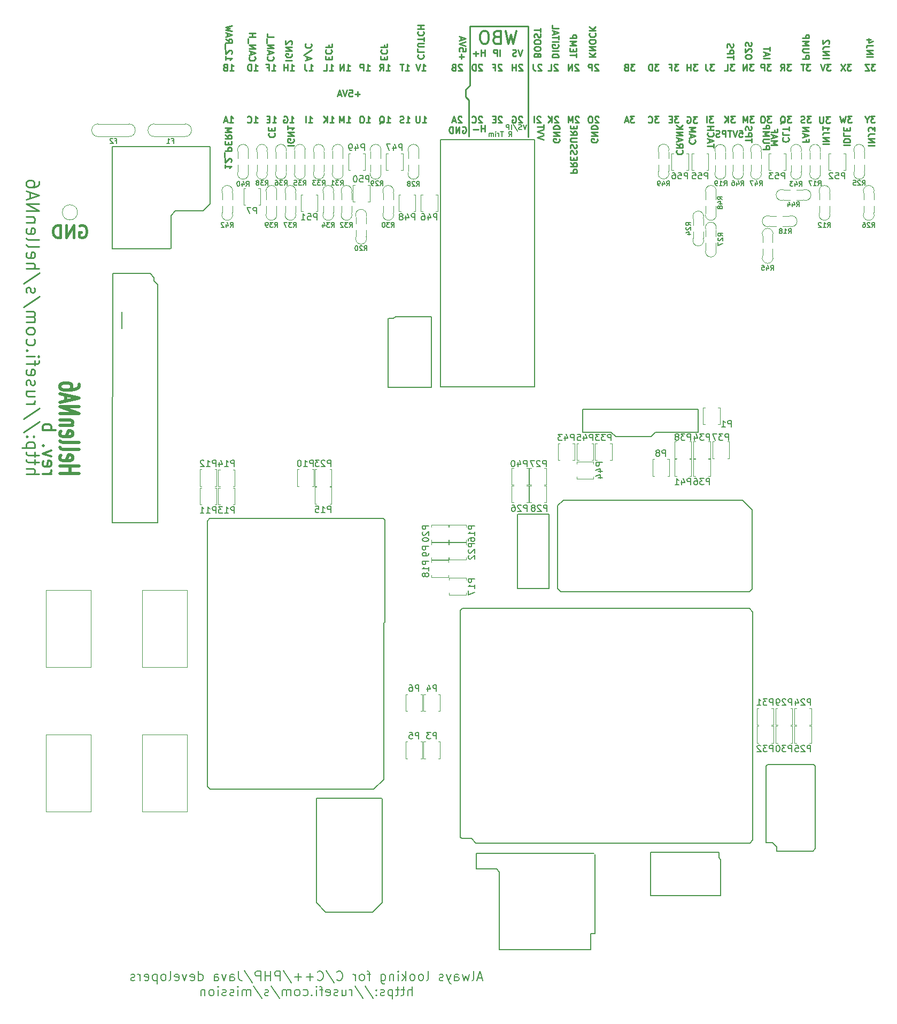
<source format=gbo>
G04 #@! TF.GenerationSoftware,KiCad,Pcbnew,(5.99.0-10483-ga6ad7a4a70)*
G04 #@! TF.CreationDate,2021-06-23T22:09:19+03:00*
G04 #@! TF.ProjectId,hellen64_miataNA6_94,68656c6c-656e-4363-945f-6d696174614e,b*
G04 #@! TF.SameCoordinates,PX1406f40PYa852d20*
G04 #@! TF.FileFunction,Legend,Bot*
G04 #@! TF.FilePolarity,Positive*
%FSLAX46Y46*%
G04 Gerber Fmt 4.6, Leading zero omitted, Abs format (unit mm)*
G04 Created by KiCad (PCBNEW (5.99.0-10483-ga6ad7a4a70)) date 2021-06-23 22:09:19*
%MOMM*%
%LPD*%
G01*
G04 APERTURE LIST*
%ADD10C,0.250000*%
%ADD11C,0.223520*%
%ADD12C,0.350000*%
%ADD13C,0.150000*%
%ADD14C,0.500000*%
%ADD15C,0.200000*%
%ADD16C,0.400000*%
%ADD17C,0.300000*%
%ADD18C,0.127000*%
%ADD19C,0.099060*%
%ADD20C,0.120000*%
G04 APERTURE END LIST*
D10*
X71200000Y156300000D02*
X71200000Y146900000D01*
X70600000Y146300000D02*
X70600000Y145100000D01*
X80500000Y138700000D02*
X80500000Y156300000D01*
X70600000Y145100000D02*
X71100000Y144600000D01*
X71200000Y146900000D02*
X70600000Y146300000D01*
X71100000Y144600000D02*
X71100000Y138800000D01*
X80500000Y156300000D02*
X71200000Y156300000D01*
D11*
X127140380Y137596953D02*
X128156380Y137596953D01*
X127140380Y138080762D02*
X128156380Y138080762D01*
X127140380Y138661334D01*
X128156380Y138661334D01*
X128156380Y139435429D02*
X127430666Y139435429D01*
X127285523Y139387048D01*
X127188761Y139290286D01*
X127140380Y139145143D01*
X127140380Y139048381D01*
X127140380Y140451429D02*
X127140380Y139870858D01*
X127140380Y140161143D02*
X128156380Y140161143D01*
X128011238Y140064381D01*
X127914476Y139967620D01*
X127866095Y139870858D01*
X39969333Y140985381D02*
X40549904Y140985381D01*
X40259619Y140985381D02*
X40259619Y142001381D01*
X40356380Y141856239D01*
X40453142Y141759477D01*
X40549904Y141711096D01*
X39533904Y141517572D02*
X39195238Y141517572D01*
X39050095Y140985381D02*
X39533904Y140985381D01*
X39533904Y142001381D01*
X39050095Y142001381D01*
X122111666Y150256381D02*
X121482714Y150256381D01*
X121821380Y149869334D01*
X121676238Y149869334D01*
X121579476Y149820953D01*
X121531095Y149772572D01*
X121482714Y149675810D01*
X121482714Y149433905D01*
X121531095Y149337143D01*
X121579476Y149288762D01*
X121676238Y149240381D01*
X121966523Y149240381D01*
X122063285Y149288762D01*
X122111666Y149337143D01*
X120466714Y149240381D02*
X120805380Y149724191D01*
X121047285Y149240381D02*
X121047285Y150256381D01*
X120660238Y150256381D01*
X120563476Y150208000D01*
X120515095Y150159620D01*
X120466714Y150062858D01*
X120466714Y149917715D01*
X120515095Y149820953D01*
X120563476Y149772572D01*
X120660238Y149724191D01*
X121047285Y149724191D01*
D12*
X78604761Y155495239D02*
X78128571Y153495239D01*
X77747619Y154923810D01*
X77366666Y153495239D01*
X76890476Y155495239D01*
X75461904Y154542858D02*
X75176190Y154447620D01*
X75080952Y154352381D01*
X74985714Y154161905D01*
X74985714Y153876191D01*
X75080952Y153685715D01*
X75176190Y153590477D01*
X75366666Y153495239D01*
X76128571Y153495239D01*
X76128571Y155495239D01*
X75461904Y155495239D01*
X75271428Y155400000D01*
X75176190Y155304762D01*
X75080952Y155114286D01*
X75080952Y154923810D01*
X75176190Y154733334D01*
X75271428Y154638096D01*
X75461904Y154542858D01*
X76128571Y154542858D01*
X73747619Y155495239D02*
X73366666Y155495239D01*
X73176190Y155400000D01*
X72985714Y155209524D01*
X72890476Y154828572D01*
X72890476Y154161905D01*
X72985714Y153780953D01*
X73176190Y153590477D01*
X73366666Y153495239D01*
X73747619Y153495239D01*
X73938095Y153590477D01*
X74128571Y153780953D01*
X74223809Y154161905D01*
X74223809Y154828572D01*
X74128571Y155209524D01*
X73938095Y155400000D01*
X73747619Y155495239D01*
D11*
X79522476Y152556381D02*
X79183809Y151540381D01*
X78845142Y152556381D01*
X78554857Y151588762D02*
X78409714Y151540381D01*
X78167809Y151540381D01*
X78071047Y151588762D01*
X78022666Y151637143D01*
X77974285Y151733905D01*
X77974285Y151830667D01*
X78022666Y151927429D01*
X78071047Y151975810D01*
X78167809Y152024191D01*
X78361333Y152072572D01*
X78458095Y152120953D01*
X78506476Y152169334D01*
X78554857Y152266096D01*
X78554857Y152362858D01*
X78506476Y152459620D01*
X78458095Y152508000D01*
X78361333Y152556381D01*
X78119428Y152556381D01*
X77974285Y152508000D01*
X118960857Y142001381D02*
X118331904Y142001381D01*
X118670571Y141614334D01*
X118525428Y141614334D01*
X118428666Y141565953D01*
X118380285Y141517572D01*
X118331904Y141420810D01*
X118331904Y141178905D01*
X118380285Y141082143D01*
X118428666Y141033762D01*
X118525428Y140985381D01*
X118815714Y140985381D01*
X118912476Y141033762D01*
X118960857Y141082143D01*
X117702952Y142001381D02*
X117509428Y142001381D01*
X117412666Y141953000D01*
X117315904Y141856239D01*
X117267523Y141662715D01*
X117267523Y141324048D01*
X117315904Y141130524D01*
X117412666Y141033762D01*
X117509428Y140985381D01*
X117702952Y140985381D01*
X117799714Y141033762D01*
X117896476Y141130524D01*
X117944857Y141324048D01*
X117944857Y141662715D01*
X117896476Y141856239D01*
X117799714Y141953000D01*
X117702952Y142001381D01*
X54831904Y140985381D02*
X55412476Y140985381D01*
X55122190Y140985381D02*
X55122190Y142001381D01*
X55218952Y141856239D01*
X55315714Y141759477D01*
X55412476Y141711096D01*
X54202952Y142001381D02*
X54009428Y142001381D01*
X53912666Y141953000D01*
X53815904Y141856239D01*
X53767523Y141662715D01*
X53767523Y141324048D01*
X53815904Y141130524D01*
X53912666Y141033762D01*
X54009428Y140985381D01*
X54202952Y140985381D01*
X54299714Y141033762D01*
X54396476Y141130524D01*
X54444857Y141324048D01*
X54444857Y141662715D01*
X54396476Y141856239D01*
X54299714Y141953000D01*
X54202952Y142001381D01*
X48995952Y149240381D02*
X49576523Y149240381D01*
X49286238Y149240381D02*
X49286238Y150256381D01*
X49383000Y150111239D01*
X49479761Y150014477D01*
X49576523Y149966096D01*
X48076714Y149240381D02*
X48560523Y149240381D01*
X48560523Y150256381D01*
X109925714Y150256381D02*
X109296761Y150256381D01*
X109635428Y149869334D01*
X109490285Y149869334D01*
X109393523Y149820953D01*
X109345142Y149772572D01*
X109296761Y149675810D01*
X109296761Y149433905D01*
X109345142Y149337143D01*
X109393523Y149288762D01*
X109490285Y149240381D01*
X109780571Y149240381D01*
X109877333Y149288762D01*
X109925714Y149337143D01*
X108571047Y150256381D02*
X108571047Y149530667D01*
X108619428Y149385524D01*
X108716190Y149288762D01*
X108861333Y149240381D01*
X108958095Y149240381D01*
X122135857Y142001381D02*
X121506904Y142001381D01*
X121845571Y141614334D01*
X121700428Y141614334D01*
X121603666Y141565953D01*
X121555285Y141517572D01*
X121506904Y141420810D01*
X121506904Y141178905D01*
X121555285Y141082143D01*
X121603666Y141033762D01*
X121700428Y140985381D01*
X121990714Y140985381D01*
X122087476Y141033762D01*
X122135857Y141082143D01*
X120394142Y140888620D02*
X120490904Y140937000D01*
X120587666Y141033762D01*
X120732809Y141178905D01*
X120829571Y141227286D01*
X120926333Y141227286D01*
X120877952Y140985381D02*
X120974714Y141033762D01*
X121071476Y141130524D01*
X121119857Y141324048D01*
X121119857Y141662715D01*
X121071476Y141856239D01*
X120974714Y141953000D01*
X120877952Y142001381D01*
X120684428Y142001381D01*
X120587666Y141953000D01*
X120490904Y141856239D01*
X120442523Y141662715D01*
X120442523Y141324048D01*
X120490904Y141130524D01*
X120587666Y141033762D01*
X120684428Y140985381D01*
X120877952Y140985381D01*
X42040380Y150876000D02*
X43056380Y150876000D01*
X43008000Y151892000D02*
X43056380Y151795239D01*
X43056380Y151650096D01*
X43008000Y151504953D01*
X42911238Y151408191D01*
X42814476Y151359810D01*
X42620952Y151311429D01*
X42475809Y151311429D01*
X42282285Y151359810D01*
X42185523Y151408191D01*
X42088761Y151504953D01*
X42040380Y151650096D01*
X42040380Y151746858D01*
X42088761Y151892000D01*
X42137142Y151940381D01*
X42475809Y151940381D01*
X42475809Y151746858D01*
X42040380Y152375810D02*
X43056380Y152375810D01*
X42040380Y152956381D01*
X43056380Y152956381D01*
X42959619Y153391810D02*
X43008000Y153440191D01*
X43056380Y153536953D01*
X43056380Y153778858D01*
X43008000Y153875620D01*
X42959619Y153924000D01*
X42862857Y153972381D01*
X42766095Y153972381D01*
X42620952Y153924000D01*
X42040380Y153343429D01*
X42040380Y153972381D01*
X37027714Y149240381D02*
X37608285Y149240381D01*
X37318000Y149240381D02*
X37318000Y150256381D01*
X37414761Y150111239D01*
X37511523Y150014477D01*
X37608285Y149966096D01*
X36592285Y149240381D02*
X36592285Y150256381D01*
X36350380Y150256381D01*
X36205238Y150208000D01*
X36108476Y150111239D01*
X36060095Y150014477D01*
X36011714Y149820953D01*
X36011714Y149675810D01*
X36060095Y149482286D01*
X36108476Y149385524D01*
X36205238Y149288762D01*
X36350380Y149240381D01*
X36592285Y149240381D01*
X88056380Y151361524D02*
X88056380Y151942096D01*
X87040380Y151651810D02*
X88056380Y151651810D01*
X87572571Y152280762D02*
X87572571Y152619429D01*
X87040380Y152764572D02*
X87040380Y152280762D01*
X88056380Y152280762D01*
X88056380Y152764572D01*
X87040380Y153200000D02*
X88056380Y153200000D01*
X87330666Y153538667D01*
X88056380Y153877334D01*
X87040380Y153877334D01*
X87040380Y154361143D02*
X88056380Y154361143D01*
X88056380Y154748191D01*
X88008000Y154844953D01*
X87959619Y154893334D01*
X87862857Y154941715D01*
X87717714Y154941715D01*
X87620952Y154893334D01*
X87572571Y154844953D01*
X87524190Y154748191D01*
X87524190Y154361143D01*
X97346666Y150256381D02*
X96717714Y150256381D01*
X97056380Y149869334D01*
X96911238Y149869334D01*
X96814476Y149820953D01*
X96766095Y149772572D01*
X96717714Y149675810D01*
X96717714Y149433905D01*
X96766095Y149337143D01*
X96814476Y149288762D01*
X96911238Y149240381D01*
X97201523Y149240381D01*
X97298285Y149288762D01*
X97346666Y149337143D01*
X95943619Y149772572D02*
X95798476Y149724191D01*
X95750095Y149675810D01*
X95701714Y149579048D01*
X95701714Y149433905D01*
X95750095Y149337143D01*
X95798476Y149288762D01*
X95895238Y149240381D01*
X96282285Y149240381D01*
X96282285Y150256381D01*
X95943619Y150256381D01*
X95846857Y150208000D01*
X95798476Y150159620D01*
X95750095Y150062858D01*
X95750095Y149966096D01*
X95798476Y149869334D01*
X95846857Y149820953D01*
X95943619Y149772572D01*
X96282285Y149772572D01*
D13*
X80207142Y140688096D02*
X79940476Y139888096D01*
X79673809Y140688096D01*
X79445238Y139926191D02*
X79330952Y139888096D01*
X79140476Y139888096D01*
X79064285Y139926191D01*
X79026190Y139964286D01*
X78988095Y140040477D01*
X78988095Y140116667D01*
X79026190Y140192858D01*
X79064285Y140230953D01*
X79140476Y140269048D01*
X79292857Y140307143D01*
X79369047Y140345239D01*
X79407142Y140383334D01*
X79445238Y140459524D01*
X79445238Y140535715D01*
X79407142Y140611905D01*
X79369047Y140650000D01*
X79292857Y140688096D01*
X79102380Y140688096D01*
X78988095Y140650000D01*
X78073809Y140726191D02*
X78759523Y139697620D01*
X77807142Y139888096D02*
X77807142Y140688096D01*
X77426190Y139888096D02*
X77426190Y140688096D01*
X77121428Y140688096D01*
X77045238Y140650000D01*
X77007142Y140611905D01*
X76969047Y140535715D01*
X76969047Y140421429D01*
X77007142Y140345239D01*
X77045238Y140307143D01*
X77121428Y140269048D01*
X77426190Y140269048D01*
D11*
X91408000Y138425905D02*
X91456380Y138329143D01*
X91456380Y138184000D01*
X91408000Y138038858D01*
X91311238Y137942096D01*
X91214476Y137893715D01*
X91020952Y137845334D01*
X90875809Y137845334D01*
X90682285Y137893715D01*
X90585523Y137942096D01*
X90488761Y138038858D01*
X90440380Y138184000D01*
X90440380Y138280762D01*
X90488761Y138425905D01*
X90537142Y138474286D01*
X90875809Y138474286D01*
X90875809Y138280762D01*
X90440380Y138909715D02*
X91456380Y138909715D01*
X90440380Y139490286D01*
X91456380Y139490286D01*
X90440380Y139974096D02*
X91456380Y139974096D01*
X91456380Y140216000D01*
X91408000Y140361143D01*
X91311238Y140457905D01*
X91214476Y140506286D01*
X91020952Y140554667D01*
X90875809Y140554667D01*
X90682285Y140506286D01*
X90585523Y140457905D01*
X90488761Y140361143D01*
X90440380Y140216000D01*
X90440380Y139974096D01*
X70074095Y140308000D02*
X70170857Y140356381D01*
X70316000Y140356381D01*
X70461142Y140308000D01*
X70557904Y140211239D01*
X70606285Y140114477D01*
X70654666Y139920953D01*
X70654666Y139775810D01*
X70606285Y139582286D01*
X70557904Y139485524D01*
X70461142Y139388762D01*
X70316000Y139340381D01*
X70219238Y139340381D01*
X70074095Y139388762D01*
X70025714Y139437143D01*
X70025714Y139775810D01*
X70219238Y139775810D01*
X69590285Y139340381D02*
X69590285Y140356381D01*
X69009714Y139340381D01*
X69009714Y140356381D01*
X68525904Y139340381D02*
X68525904Y140356381D01*
X68284000Y140356381D01*
X68138857Y140308000D01*
X68042095Y140211239D01*
X67993714Y140114477D01*
X67945333Y139920953D01*
X67945333Y139775810D01*
X67993714Y139582286D01*
X68042095Y139485524D01*
X68138857Y139388762D01*
X68284000Y139340381D01*
X68525904Y139340381D01*
X82956380Y138338858D02*
X81940380Y138677524D01*
X82956380Y139016191D01*
X82956380Y139209715D02*
X81940380Y139548381D01*
X82956380Y139887048D01*
X82956380Y140080572D02*
X82956380Y140661143D01*
X81940380Y140370858D02*
X82956380Y140370858D01*
X125262476Y142001381D02*
X124633523Y142001381D01*
X124972190Y141614334D01*
X124827047Y141614334D01*
X124730285Y141565953D01*
X124681904Y141517572D01*
X124633523Y141420810D01*
X124633523Y141178905D01*
X124681904Y141082143D01*
X124730285Y141033762D01*
X124827047Y140985381D01*
X125117333Y140985381D01*
X125214095Y141033762D01*
X125262476Y141082143D01*
X124246476Y141033762D02*
X124101333Y140985381D01*
X123859428Y140985381D01*
X123762666Y141033762D01*
X123714285Y141082143D01*
X123665904Y141178905D01*
X123665904Y141275667D01*
X123714285Y141372429D01*
X123762666Y141420810D01*
X123859428Y141469191D01*
X124052952Y141517572D01*
X124149714Y141565953D01*
X124198095Y141614334D01*
X124246476Y141711096D01*
X124246476Y141807858D01*
X124198095Y141904620D01*
X124149714Y141953000D01*
X124052952Y142001381D01*
X123811047Y142001381D01*
X123665904Y141953000D01*
X131709238Y142001381D02*
X131080285Y142001381D01*
X131418952Y141614334D01*
X131273809Y141614334D01*
X131177047Y141565953D01*
X131128666Y141517572D01*
X131080285Y141420810D01*
X131080285Y141178905D01*
X131128666Y141082143D01*
X131177047Y141033762D01*
X131273809Y140985381D01*
X131564095Y140985381D01*
X131660857Y141033762D01*
X131709238Y141082143D01*
X130741619Y142001381D02*
X130499714Y140985381D01*
X130306190Y141711096D01*
X130112666Y140985381D01*
X129870761Y142001381D01*
X113221666Y142001381D02*
X112592714Y142001381D01*
X112931380Y141614334D01*
X112786238Y141614334D01*
X112689476Y141565953D01*
X112641095Y141517572D01*
X112592714Y141420810D01*
X112592714Y141178905D01*
X112641095Y141082143D01*
X112689476Y141033762D01*
X112786238Y140985381D01*
X113076523Y140985381D01*
X113173285Y141033762D01*
X113221666Y141082143D01*
X112157285Y140985381D02*
X112157285Y142001381D01*
X111576714Y140985381D02*
X112012142Y141565953D01*
X111576714Y142001381D02*
X112157285Y141420810D01*
X79542476Y150159620D02*
X79494095Y150208000D01*
X79397333Y150256381D01*
X79155428Y150256381D01*
X79058666Y150208000D01*
X79010285Y150159620D01*
X78961904Y150062858D01*
X78961904Y149966096D01*
X79010285Y149820953D01*
X79590857Y149240381D01*
X78961904Y149240381D01*
X78526476Y149240381D02*
X78526476Y150256381D01*
X78526476Y149772572D02*
X77945904Y149772572D01*
X77945904Y149240381D02*
X77945904Y150256381D01*
X107246666Y141956381D02*
X106617714Y141956381D01*
X106956380Y141569334D01*
X106811238Y141569334D01*
X106714476Y141520953D01*
X106666095Y141472572D01*
X106617714Y141375810D01*
X106617714Y141133905D01*
X106666095Y141037143D01*
X106714476Y140988762D01*
X106811238Y140940381D01*
X107101523Y140940381D01*
X107198285Y140988762D01*
X107246666Y141037143D01*
X105650095Y141908000D02*
X105746857Y141956381D01*
X105892000Y141956381D01*
X106037142Y141908000D01*
X106133904Y141811239D01*
X106182285Y141714477D01*
X106230666Y141520953D01*
X106230666Y141375810D01*
X106182285Y141182286D01*
X106133904Y141085524D01*
X106037142Y140988762D01*
X105892000Y140940381D01*
X105795238Y140940381D01*
X105650095Y140988762D01*
X105601714Y141037143D01*
X105601714Y141375810D01*
X105795238Y141375810D01*
X53841714Y145527429D02*
X53067619Y145527429D01*
X53454666Y145140381D02*
X53454666Y145914477D01*
X52100000Y146156381D02*
X52583809Y146156381D01*
X52632190Y145672572D01*
X52583809Y145720953D01*
X52487047Y145769334D01*
X52245142Y145769334D01*
X52148380Y145720953D01*
X52100000Y145672572D01*
X52051619Y145575810D01*
X52051619Y145333905D01*
X52100000Y145237143D01*
X52148380Y145188762D01*
X52245142Y145140381D01*
X52487047Y145140381D01*
X52583809Y145188762D01*
X52632190Y145237143D01*
X51761333Y146156381D02*
X51422666Y145140381D01*
X51084000Y146156381D01*
X50793714Y145430667D02*
X50309904Y145430667D01*
X50890476Y145140381D02*
X50551809Y146156381D01*
X50213142Y145140381D01*
X61036761Y149240381D02*
X61617333Y149240381D01*
X61327047Y149240381D02*
X61327047Y150256381D01*
X61423809Y150111239D01*
X61520571Y150014477D01*
X61617333Y149966096D01*
X60746476Y150256381D02*
X60165904Y150256381D01*
X60456190Y149240381D02*
X60456190Y150256381D01*
X116219238Y142001381D02*
X115590285Y142001381D01*
X115928952Y141614334D01*
X115783809Y141614334D01*
X115687047Y141565953D01*
X115638666Y141517572D01*
X115590285Y141420810D01*
X115590285Y141178905D01*
X115638666Y141082143D01*
X115687047Y141033762D01*
X115783809Y140985381D01*
X116074095Y140985381D01*
X116170857Y141033762D01*
X116219238Y141082143D01*
X115154857Y140985381D02*
X115154857Y142001381D01*
X114816190Y141275667D01*
X114477523Y142001381D01*
X114477523Y140985381D01*
D14*
X6342857Y85504762D02*
X9342857Y85504762D01*
X7914285Y85504762D02*
X7914285Y86647620D01*
X6342857Y86647620D02*
X9342857Y86647620D01*
X6485714Y88361905D02*
X6342857Y88171429D01*
X6342857Y87790477D01*
X6485714Y87600000D01*
X6771428Y87504762D01*
X7914285Y87504762D01*
X8200000Y87600000D01*
X8342857Y87790477D01*
X8342857Y88171429D01*
X8200000Y88361905D01*
X7914285Y88457143D01*
X7628571Y88457143D01*
X7342857Y87504762D01*
X6342857Y89600000D02*
X6485714Y89409524D01*
X6771428Y89314286D01*
X9342857Y89314286D01*
X6342857Y90647620D02*
X6485714Y90457143D01*
X6771428Y90361905D01*
X9342857Y90361905D01*
X6485714Y92171429D02*
X6342857Y91980953D01*
X6342857Y91600000D01*
X6485714Y91409524D01*
X6771428Y91314286D01*
X7914285Y91314286D01*
X8200000Y91409524D01*
X8342857Y91600000D01*
X8342857Y91980953D01*
X8200000Y92171429D01*
X7914285Y92266667D01*
X7628571Y92266667D01*
X7342857Y91314286D01*
X8342857Y93123810D02*
X6342857Y93123810D01*
X8057142Y93123810D02*
X8200000Y93219048D01*
X8342857Y93409524D01*
X8342857Y93695239D01*
X8200000Y93885715D01*
X7914285Y93980953D01*
X6342857Y93980953D01*
X6342857Y94933334D02*
X9342857Y94933334D01*
X6342857Y96076191D01*
X9342857Y96076191D01*
X7200000Y96933334D02*
X7200000Y97885715D01*
X6342857Y96742858D02*
X9342857Y97409524D01*
X6342857Y98076191D01*
X9342857Y99600000D02*
X9342857Y99219048D01*
X9200000Y99028572D01*
X9057142Y98933334D01*
X8628571Y98742858D01*
X8057142Y98647620D01*
X6914285Y98647620D01*
X6628571Y98742858D01*
X6485714Y98838096D01*
X6342857Y99028572D01*
X6342857Y99409524D01*
X6485714Y99600000D01*
X6628571Y99695239D01*
X6914285Y99790477D01*
X7628571Y99790477D01*
X7914285Y99695239D01*
X8057142Y99600000D01*
X8200000Y99409524D01*
X8200000Y99028572D01*
X8057142Y98838096D01*
X7914285Y98742858D01*
X7628571Y98647620D01*
D11*
X90140380Y151453524D02*
X91156380Y151453524D01*
X90140380Y152034096D02*
X90720952Y151598667D01*
X91156380Y152034096D02*
X90575809Y151453524D01*
X90140380Y152469524D02*
X91156380Y152469524D01*
X90140380Y153050096D01*
X91156380Y153050096D01*
X91156380Y153727429D02*
X91156380Y153920953D01*
X91108000Y154017715D01*
X91011238Y154114477D01*
X90817714Y154162858D01*
X90479047Y154162858D01*
X90285523Y154114477D01*
X90188761Y154017715D01*
X90140380Y153920953D01*
X90140380Y153727429D01*
X90188761Y153630667D01*
X90285523Y153533905D01*
X90479047Y153485524D01*
X90817714Y153485524D01*
X91011238Y153533905D01*
X91108000Y153630667D01*
X91156380Y153727429D01*
X90237142Y155178858D02*
X90188761Y155130477D01*
X90140380Y154985334D01*
X90140380Y154888572D01*
X90188761Y154743429D01*
X90285523Y154646667D01*
X90382285Y154598286D01*
X90575809Y154549905D01*
X90720952Y154549905D01*
X90914476Y154598286D01*
X91011238Y154646667D01*
X91108000Y154743429D01*
X91156380Y154888572D01*
X91156380Y154985334D01*
X91108000Y155130477D01*
X91059619Y155178858D01*
X90140380Y155614286D02*
X91156380Y155614286D01*
X90140380Y156194858D02*
X90720952Y155759429D01*
X91156380Y156194858D02*
X90575809Y155614286D01*
X118940380Y137490477D02*
X119956380Y137490477D01*
X119230666Y137829143D01*
X119956380Y138167810D01*
X118940380Y138167810D01*
X119230666Y138603239D02*
X119230666Y139087048D01*
X118940380Y138506477D02*
X119956380Y138845143D01*
X118940380Y139183810D01*
X119472571Y139861143D02*
X119472571Y139522477D01*
X118940380Y139522477D02*
X119956380Y139522477D01*
X119956380Y140006286D01*
X115856380Y151335620D02*
X115856380Y151529143D01*
X115808000Y151625905D01*
X115711238Y151722667D01*
X115517714Y151771048D01*
X115179047Y151771048D01*
X114985523Y151722667D01*
X114888761Y151625905D01*
X114840380Y151529143D01*
X114840380Y151335620D01*
X114888761Y151238858D01*
X114985523Y151142096D01*
X115179047Y151093715D01*
X115517714Y151093715D01*
X115711238Y151142096D01*
X115808000Y151238858D01*
X115856380Y151335620D01*
X115759619Y152158096D02*
X115808000Y152206477D01*
X115856380Y152303239D01*
X115856380Y152545143D01*
X115808000Y152641905D01*
X115759619Y152690286D01*
X115662857Y152738667D01*
X115566095Y152738667D01*
X115420952Y152690286D01*
X114840380Y152109715D01*
X114840380Y152738667D01*
X114888761Y153125715D02*
X114840380Y153270858D01*
X114840380Y153512762D01*
X114888761Y153609524D01*
X114937142Y153657905D01*
X115033904Y153706286D01*
X115130666Y153706286D01*
X115227428Y153657905D01*
X115275809Y153609524D01*
X115324190Y153512762D01*
X115372571Y153319239D01*
X115420952Y153222477D01*
X115469333Y153174096D01*
X115566095Y153125715D01*
X115662857Y153125715D01*
X115759619Y153174096D01*
X115808000Y153222477D01*
X115856380Y153319239D01*
X115856380Y153561143D01*
X115808000Y153706286D01*
X109780571Y142001381D02*
X109151619Y142001381D01*
X109490285Y141614334D01*
X109345142Y141614334D01*
X109248380Y141565953D01*
X109200000Y141517572D01*
X109151619Y141420810D01*
X109151619Y141178905D01*
X109200000Y141082143D01*
X109248380Y141033762D01*
X109345142Y140985381D01*
X109635428Y140985381D01*
X109732190Y141033762D01*
X109780571Y141082143D01*
X108716190Y140985381D02*
X108716190Y142001381D01*
X81972571Y151737334D02*
X81924190Y151882477D01*
X81875809Y151930858D01*
X81779047Y151979239D01*
X81633904Y151979239D01*
X81537142Y151930858D01*
X81488761Y151882477D01*
X81440380Y151785715D01*
X81440380Y151398667D01*
X82456380Y151398667D01*
X82456380Y151737334D01*
X82408000Y151834096D01*
X82359619Y151882477D01*
X82262857Y151930858D01*
X82166095Y151930858D01*
X82069333Y151882477D01*
X82020952Y151834096D01*
X81972571Y151737334D01*
X81972571Y151398667D01*
X82456380Y152608191D02*
X82456380Y152801715D01*
X82408000Y152898477D01*
X82311238Y152995239D01*
X82117714Y153043620D01*
X81779047Y153043620D01*
X81585523Y152995239D01*
X81488761Y152898477D01*
X81440380Y152801715D01*
X81440380Y152608191D01*
X81488761Y152511429D01*
X81585523Y152414667D01*
X81779047Y152366286D01*
X82117714Y152366286D01*
X82311238Y152414667D01*
X82408000Y152511429D01*
X82456380Y152608191D01*
X82456380Y153672572D02*
X82456380Y153866096D01*
X82408000Y153962858D01*
X82311238Y154059620D01*
X82117714Y154108000D01*
X81779047Y154108000D01*
X81585523Y154059620D01*
X81488761Y153962858D01*
X81440380Y153866096D01*
X81440380Y153672572D01*
X81488761Y153575810D01*
X81585523Y153479048D01*
X81779047Y153430667D01*
X82117714Y153430667D01*
X82311238Y153479048D01*
X82408000Y153575810D01*
X82456380Y153672572D01*
X81488761Y154495048D02*
X81440380Y154640191D01*
X81440380Y154882096D01*
X81488761Y154978858D01*
X81537142Y155027239D01*
X81633904Y155075620D01*
X81730666Y155075620D01*
X81827428Y155027239D01*
X81875809Y154978858D01*
X81924190Y154882096D01*
X81972571Y154688572D01*
X82020952Y154591810D01*
X82069333Y154543429D01*
X82166095Y154495048D01*
X82262857Y154495048D01*
X82359619Y154543429D01*
X82408000Y154591810D01*
X82456380Y154688572D01*
X82456380Y154930477D01*
X82408000Y155075620D01*
X82456380Y155365905D02*
X82456380Y155946477D01*
X81440380Y155656191D02*
X82456380Y155656191D01*
D15*
X73171428Y5657500D02*
X72457142Y5657500D01*
X73314285Y5228929D02*
X72814285Y6728929D01*
X72314285Y5228929D01*
X71600000Y5228929D02*
X71742857Y5300358D01*
X71814285Y5443215D01*
X71814285Y6728929D01*
X71171428Y6228929D02*
X70885714Y5228929D01*
X70600000Y5943215D01*
X70314285Y5228929D01*
X70028571Y6228929D01*
X68814285Y5228929D02*
X68814285Y6014643D01*
X68885714Y6157500D01*
X69028571Y6228929D01*
X69314285Y6228929D01*
X69457142Y6157500D01*
X68814285Y5300358D02*
X68957142Y5228929D01*
X69314285Y5228929D01*
X69457142Y5300358D01*
X69528571Y5443215D01*
X69528571Y5586072D01*
X69457142Y5728929D01*
X69314285Y5800358D01*
X68957142Y5800358D01*
X68814285Y5871786D01*
X68242857Y6228929D02*
X67885714Y5228929D01*
X67528571Y6228929D02*
X67885714Y5228929D01*
X68028571Y4871786D01*
X68100000Y4800358D01*
X68242857Y4728929D01*
X67028571Y5300358D02*
X66885714Y5228929D01*
X66600000Y5228929D01*
X66457142Y5300358D01*
X66385714Y5443215D01*
X66385714Y5514643D01*
X66457142Y5657500D01*
X66600000Y5728929D01*
X66814285Y5728929D01*
X66957142Y5800358D01*
X67028571Y5943215D01*
X67028571Y6014643D01*
X66957142Y6157500D01*
X66814285Y6228929D01*
X66600000Y6228929D01*
X66457142Y6157500D01*
X64385714Y5228929D02*
X64528571Y5300358D01*
X64600000Y5443215D01*
X64600000Y6728929D01*
X63600000Y5228929D02*
X63742857Y5300358D01*
X63814285Y5371786D01*
X63885714Y5514643D01*
X63885714Y5943215D01*
X63814285Y6086072D01*
X63742857Y6157500D01*
X63600000Y6228929D01*
X63385714Y6228929D01*
X63242857Y6157500D01*
X63171428Y6086072D01*
X63100000Y5943215D01*
X63100000Y5514643D01*
X63171428Y5371786D01*
X63242857Y5300358D01*
X63385714Y5228929D01*
X63600000Y5228929D01*
X62242857Y5228929D02*
X62385714Y5300358D01*
X62457142Y5371786D01*
X62528571Y5514643D01*
X62528571Y5943215D01*
X62457142Y6086072D01*
X62385714Y6157500D01*
X62242857Y6228929D01*
X62028571Y6228929D01*
X61885714Y6157500D01*
X61814285Y6086072D01*
X61742857Y5943215D01*
X61742857Y5514643D01*
X61814285Y5371786D01*
X61885714Y5300358D01*
X62028571Y5228929D01*
X62242857Y5228929D01*
X61100000Y5228929D02*
X61100000Y6728929D01*
X60957142Y5800358D02*
X60528571Y5228929D01*
X60528571Y6228929D02*
X61100000Y5657500D01*
X59885714Y5228929D02*
X59885714Y6228929D01*
X59885714Y6728929D02*
X59957142Y6657500D01*
X59885714Y6586072D01*
X59814285Y6657500D01*
X59885714Y6728929D01*
X59885714Y6586072D01*
X59171428Y6228929D02*
X59171428Y5228929D01*
X59171428Y6086072D02*
X59100000Y6157500D01*
X58957142Y6228929D01*
X58742857Y6228929D01*
X58600000Y6157500D01*
X58528571Y6014643D01*
X58528571Y5228929D01*
X57171428Y6228929D02*
X57171428Y5014643D01*
X57242857Y4871786D01*
X57314285Y4800358D01*
X57457142Y4728929D01*
X57671428Y4728929D01*
X57814285Y4800358D01*
X57171428Y5300358D02*
X57314285Y5228929D01*
X57600000Y5228929D01*
X57742857Y5300358D01*
X57814285Y5371786D01*
X57885714Y5514643D01*
X57885714Y5943215D01*
X57814285Y6086072D01*
X57742857Y6157500D01*
X57600000Y6228929D01*
X57314285Y6228929D01*
X57171428Y6157500D01*
X55528571Y6228929D02*
X54957142Y6228929D01*
X55314285Y5228929D02*
X55314285Y6514643D01*
X55242857Y6657500D01*
X55100000Y6728929D01*
X54957142Y6728929D01*
X54242857Y5228929D02*
X54385714Y5300358D01*
X54457142Y5371786D01*
X54528571Y5514643D01*
X54528571Y5943215D01*
X54457142Y6086072D01*
X54385714Y6157500D01*
X54242857Y6228929D01*
X54028571Y6228929D01*
X53885714Y6157500D01*
X53814285Y6086072D01*
X53742857Y5943215D01*
X53742857Y5514643D01*
X53814285Y5371786D01*
X53885714Y5300358D01*
X54028571Y5228929D01*
X54242857Y5228929D01*
X53100000Y5228929D02*
X53100000Y6228929D01*
X53100000Y5943215D02*
X53028571Y6086072D01*
X52957142Y6157500D01*
X52814285Y6228929D01*
X52671428Y6228929D01*
X50171428Y5371786D02*
X50242857Y5300358D01*
X50457142Y5228929D01*
X50600000Y5228929D01*
X50814285Y5300358D01*
X50957142Y5443215D01*
X51028571Y5586072D01*
X51100000Y5871786D01*
X51100000Y6086072D01*
X51028571Y6371786D01*
X50957142Y6514643D01*
X50814285Y6657500D01*
X50600000Y6728929D01*
X50457142Y6728929D01*
X50242857Y6657500D01*
X50171428Y6586072D01*
X48457142Y6800358D02*
X49742857Y4871786D01*
X47100000Y5371786D02*
X47171428Y5300358D01*
X47385714Y5228929D01*
X47528571Y5228929D01*
X47742857Y5300358D01*
X47885714Y5443215D01*
X47957142Y5586072D01*
X48028571Y5871786D01*
X48028571Y6086072D01*
X47957142Y6371786D01*
X47885714Y6514643D01*
X47742857Y6657500D01*
X47528571Y6728929D01*
X47385714Y6728929D01*
X47171428Y6657500D01*
X47100000Y6586072D01*
X46457142Y5800358D02*
X45314285Y5800358D01*
X45885714Y5228929D02*
X45885714Y6371786D01*
X44600000Y5800358D02*
X43457142Y5800358D01*
X44028571Y5228929D02*
X44028571Y6371786D01*
X41671428Y6800358D02*
X42957142Y4871786D01*
X41171428Y5228929D02*
X41171428Y6728929D01*
X40600000Y6728929D01*
X40457142Y6657500D01*
X40385714Y6586072D01*
X40314285Y6443215D01*
X40314285Y6228929D01*
X40385714Y6086072D01*
X40457142Y6014643D01*
X40600000Y5943215D01*
X41171428Y5943215D01*
X39671428Y5228929D02*
X39671428Y6728929D01*
X39671428Y6014643D02*
X38814285Y6014643D01*
X38814285Y5228929D02*
X38814285Y6728929D01*
X38100000Y5228929D02*
X38100000Y6728929D01*
X37528571Y6728929D01*
X37385714Y6657500D01*
X37314285Y6586072D01*
X37242857Y6443215D01*
X37242857Y6228929D01*
X37314285Y6086072D01*
X37385714Y6014643D01*
X37528571Y5943215D01*
X38100000Y5943215D01*
X35528571Y6800358D02*
X36814285Y4871786D01*
X34600000Y6728929D02*
X34600000Y5657500D01*
X34671428Y5443215D01*
X34814285Y5300358D01*
X35028571Y5228929D01*
X35171428Y5228929D01*
X33242857Y5228929D02*
X33242857Y6014643D01*
X33314285Y6157500D01*
X33457142Y6228929D01*
X33742857Y6228929D01*
X33885714Y6157500D01*
X33242857Y5300358D02*
X33385714Y5228929D01*
X33742857Y5228929D01*
X33885714Y5300358D01*
X33957142Y5443215D01*
X33957142Y5586072D01*
X33885714Y5728929D01*
X33742857Y5800358D01*
X33385714Y5800358D01*
X33242857Y5871786D01*
X32671428Y6228929D02*
X32314285Y5228929D01*
X31957142Y6228929D01*
X30742857Y5228929D02*
X30742857Y6014643D01*
X30814285Y6157500D01*
X30957142Y6228929D01*
X31242857Y6228929D01*
X31385714Y6157500D01*
X30742857Y5300358D02*
X30885714Y5228929D01*
X31242857Y5228929D01*
X31385714Y5300358D01*
X31457142Y5443215D01*
X31457142Y5586072D01*
X31385714Y5728929D01*
X31242857Y5800358D01*
X30885714Y5800358D01*
X30742857Y5871786D01*
X28242857Y5228929D02*
X28242857Y6728929D01*
X28242857Y5300358D02*
X28385714Y5228929D01*
X28671428Y5228929D01*
X28814285Y5300358D01*
X28885714Y5371786D01*
X28957142Y5514643D01*
X28957142Y5943215D01*
X28885714Y6086072D01*
X28814285Y6157500D01*
X28671428Y6228929D01*
X28385714Y6228929D01*
X28242857Y6157500D01*
X26957142Y5300358D02*
X27100000Y5228929D01*
X27385714Y5228929D01*
X27528571Y5300358D01*
X27600000Y5443215D01*
X27600000Y6014643D01*
X27528571Y6157500D01*
X27385714Y6228929D01*
X27100000Y6228929D01*
X26957142Y6157500D01*
X26885714Y6014643D01*
X26885714Y5871786D01*
X27600000Y5728929D01*
X26385714Y6228929D02*
X26028571Y5228929D01*
X25671428Y6228929D01*
X24528571Y5300358D02*
X24671428Y5228929D01*
X24957142Y5228929D01*
X25100000Y5300358D01*
X25171428Y5443215D01*
X25171428Y6014643D01*
X25100000Y6157500D01*
X24957142Y6228929D01*
X24671428Y6228929D01*
X24528571Y6157500D01*
X24457142Y6014643D01*
X24457142Y5871786D01*
X25171428Y5728929D01*
X23600000Y5228929D02*
X23742857Y5300358D01*
X23814285Y5443215D01*
X23814285Y6728929D01*
X22814285Y5228929D02*
X22957142Y5300358D01*
X23028571Y5371786D01*
X23100000Y5514643D01*
X23100000Y5943215D01*
X23028571Y6086072D01*
X22957142Y6157500D01*
X22814285Y6228929D01*
X22600000Y6228929D01*
X22457142Y6157500D01*
X22385714Y6086072D01*
X22314285Y5943215D01*
X22314285Y5514643D01*
X22385714Y5371786D01*
X22457142Y5300358D01*
X22600000Y5228929D01*
X22814285Y5228929D01*
X21671428Y6228929D02*
X21671428Y4728929D01*
X21671428Y6157500D02*
X21528571Y6228929D01*
X21242857Y6228929D01*
X21100000Y6157500D01*
X21028571Y6086072D01*
X20957142Y5943215D01*
X20957142Y5514643D01*
X21028571Y5371786D01*
X21100000Y5300358D01*
X21242857Y5228929D01*
X21528571Y5228929D01*
X21671428Y5300358D01*
X19742857Y5300358D02*
X19885714Y5228929D01*
X20171428Y5228929D01*
X20314285Y5300358D01*
X20385714Y5443215D01*
X20385714Y6014643D01*
X20314285Y6157500D01*
X20171428Y6228929D01*
X19885714Y6228929D01*
X19742857Y6157500D01*
X19671428Y6014643D01*
X19671428Y5871786D01*
X20385714Y5728929D01*
X19028571Y5228929D02*
X19028571Y6228929D01*
X19028571Y5943215D02*
X18957142Y6086072D01*
X18885714Y6157500D01*
X18742857Y6228929D01*
X18600000Y6228929D01*
X18171428Y5300358D02*
X18028571Y5228929D01*
X17742857Y5228929D01*
X17600000Y5300358D01*
X17528571Y5443215D01*
X17528571Y5514643D01*
X17600000Y5657500D01*
X17742857Y5728929D01*
X17957142Y5728929D01*
X18100000Y5800358D01*
X18171428Y5943215D01*
X18171428Y6014643D01*
X18100000Y6157500D01*
X17957142Y6228929D01*
X17742857Y6228929D01*
X17600000Y6157500D01*
X62064285Y2813929D02*
X62064285Y4313929D01*
X61421428Y2813929D02*
X61421428Y3599643D01*
X61492857Y3742500D01*
X61635714Y3813929D01*
X61850000Y3813929D01*
X61992857Y3742500D01*
X62064285Y3671072D01*
X60921428Y3813929D02*
X60350000Y3813929D01*
X60707142Y4313929D02*
X60707142Y3028215D01*
X60635714Y2885358D01*
X60492857Y2813929D01*
X60350000Y2813929D01*
X60064285Y3813929D02*
X59492857Y3813929D01*
X59850000Y4313929D02*
X59850000Y3028215D01*
X59778571Y2885358D01*
X59635714Y2813929D01*
X59492857Y2813929D01*
X58992857Y3813929D02*
X58992857Y2313929D01*
X58992857Y3742500D02*
X58850000Y3813929D01*
X58564285Y3813929D01*
X58421428Y3742500D01*
X58350000Y3671072D01*
X58278571Y3528215D01*
X58278571Y3099643D01*
X58350000Y2956786D01*
X58421428Y2885358D01*
X58564285Y2813929D01*
X58850000Y2813929D01*
X58992857Y2885358D01*
X57707142Y2885358D02*
X57564285Y2813929D01*
X57278571Y2813929D01*
X57135714Y2885358D01*
X57064285Y3028215D01*
X57064285Y3099643D01*
X57135714Y3242500D01*
X57278571Y3313929D01*
X57492857Y3313929D01*
X57635714Y3385358D01*
X57707142Y3528215D01*
X57707142Y3599643D01*
X57635714Y3742500D01*
X57492857Y3813929D01*
X57278571Y3813929D01*
X57135714Y3742500D01*
X56421428Y2956786D02*
X56350000Y2885358D01*
X56421428Y2813929D01*
X56492857Y2885358D01*
X56421428Y2956786D01*
X56421428Y2813929D01*
X56421428Y3742500D02*
X56350000Y3671072D01*
X56421428Y3599643D01*
X56492857Y3671072D01*
X56421428Y3742500D01*
X56421428Y3599643D01*
X54635714Y4385358D02*
X55921428Y2456786D01*
X53064285Y4385358D02*
X54350000Y2456786D01*
X52564285Y2813929D02*
X52564285Y3813929D01*
X52564285Y3528215D02*
X52492857Y3671072D01*
X52421428Y3742500D01*
X52278571Y3813929D01*
X52135714Y3813929D01*
X50992857Y3813929D02*
X50992857Y2813929D01*
X51635714Y3813929D02*
X51635714Y3028215D01*
X51564285Y2885358D01*
X51421428Y2813929D01*
X51207142Y2813929D01*
X51064285Y2885358D01*
X50992857Y2956786D01*
X50350000Y2885358D02*
X50207142Y2813929D01*
X49921428Y2813929D01*
X49778571Y2885358D01*
X49707142Y3028215D01*
X49707142Y3099643D01*
X49778571Y3242500D01*
X49921428Y3313929D01*
X50135714Y3313929D01*
X50278571Y3385358D01*
X50350000Y3528215D01*
X50350000Y3599643D01*
X50278571Y3742500D01*
X50135714Y3813929D01*
X49921428Y3813929D01*
X49778571Y3742500D01*
X48492857Y2885358D02*
X48635714Y2813929D01*
X48921428Y2813929D01*
X49064285Y2885358D01*
X49135714Y3028215D01*
X49135714Y3599643D01*
X49064285Y3742500D01*
X48921428Y3813929D01*
X48635714Y3813929D01*
X48492857Y3742500D01*
X48421428Y3599643D01*
X48421428Y3456786D01*
X49135714Y3313929D01*
X47992857Y3813929D02*
X47421428Y3813929D01*
X47778571Y2813929D02*
X47778571Y4099643D01*
X47707142Y4242500D01*
X47564285Y4313929D01*
X47421428Y4313929D01*
X46921428Y2813929D02*
X46921428Y3813929D01*
X46921428Y4313929D02*
X46992857Y4242500D01*
X46921428Y4171072D01*
X46850000Y4242500D01*
X46921428Y4313929D01*
X46921428Y4171072D01*
X46207142Y2956786D02*
X46135714Y2885358D01*
X46207142Y2813929D01*
X46278571Y2885358D01*
X46207142Y2956786D01*
X46207142Y2813929D01*
X44850000Y2885358D02*
X44992857Y2813929D01*
X45278571Y2813929D01*
X45421428Y2885358D01*
X45492857Y2956786D01*
X45564285Y3099643D01*
X45564285Y3528215D01*
X45492857Y3671072D01*
X45421428Y3742500D01*
X45278571Y3813929D01*
X44992857Y3813929D01*
X44850000Y3742500D01*
X43992857Y2813929D02*
X44135714Y2885358D01*
X44207142Y2956786D01*
X44278571Y3099643D01*
X44278571Y3528215D01*
X44207142Y3671072D01*
X44135714Y3742500D01*
X43992857Y3813929D01*
X43778571Y3813929D01*
X43635714Y3742500D01*
X43564285Y3671072D01*
X43492857Y3528215D01*
X43492857Y3099643D01*
X43564285Y2956786D01*
X43635714Y2885358D01*
X43778571Y2813929D01*
X43992857Y2813929D01*
X42850000Y2813929D02*
X42850000Y3813929D01*
X42850000Y3671072D02*
X42778571Y3742500D01*
X42635714Y3813929D01*
X42421428Y3813929D01*
X42278571Y3742500D01*
X42207142Y3599643D01*
X42207142Y2813929D01*
X42207142Y3599643D02*
X42135714Y3742500D01*
X41992857Y3813929D01*
X41778571Y3813929D01*
X41635714Y3742500D01*
X41564285Y3599643D01*
X41564285Y2813929D01*
X39778571Y4385358D02*
X41064285Y2456786D01*
X39350000Y2885358D02*
X39207142Y2813929D01*
X38921428Y2813929D01*
X38778571Y2885358D01*
X38707142Y3028215D01*
X38707142Y3099643D01*
X38778571Y3242500D01*
X38921428Y3313929D01*
X39135714Y3313929D01*
X39278571Y3385358D01*
X39350000Y3528215D01*
X39350000Y3599643D01*
X39278571Y3742500D01*
X39135714Y3813929D01*
X38921428Y3813929D01*
X38778571Y3742500D01*
X36992857Y4385358D02*
X38278571Y2456786D01*
X36492857Y2813929D02*
X36492857Y3813929D01*
X36492857Y3671072D02*
X36421428Y3742500D01*
X36278571Y3813929D01*
X36064285Y3813929D01*
X35921428Y3742500D01*
X35850000Y3599643D01*
X35850000Y2813929D01*
X35850000Y3599643D02*
X35778571Y3742500D01*
X35635714Y3813929D01*
X35421428Y3813929D01*
X35278571Y3742500D01*
X35207142Y3599643D01*
X35207142Y2813929D01*
X34492857Y2813929D02*
X34492857Y3813929D01*
X34492857Y4313929D02*
X34564285Y4242500D01*
X34492857Y4171072D01*
X34421428Y4242500D01*
X34492857Y4313929D01*
X34492857Y4171072D01*
X33850000Y2885358D02*
X33707142Y2813929D01*
X33421428Y2813929D01*
X33278571Y2885358D01*
X33207142Y3028215D01*
X33207142Y3099643D01*
X33278571Y3242500D01*
X33421428Y3313929D01*
X33635714Y3313929D01*
X33778571Y3385358D01*
X33850000Y3528215D01*
X33850000Y3599643D01*
X33778571Y3742500D01*
X33635714Y3813929D01*
X33421428Y3813929D01*
X33278571Y3742500D01*
X32635714Y2885358D02*
X32492857Y2813929D01*
X32207142Y2813929D01*
X32064285Y2885358D01*
X31992857Y3028215D01*
X31992857Y3099643D01*
X32064285Y3242500D01*
X32207142Y3313929D01*
X32421428Y3313929D01*
X32564285Y3385358D01*
X32635714Y3528215D01*
X32635714Y3599643D01*
X32564285Y3742500D01*
X32421428Y3813929D01*
X32207142Y3813929D01*
X32064285Y3742500D01*
X31350000Y2813929D02*
X31350000Y3813929D01*
X31350000Y4313929D02*
X31421428Y4242500D01*
X31350000Y4171072D01*
X31278571Y4242500D01*
X31350000Y4313929D01*
X31350000Y4171072D01*
X30421428Y2813929D02*
X30564285Y2885358D01*
X30635714Y2956786D01*
X30707142Y3099643D01*
X30707142Y3528215D01*
X30635714Y3671072D01*
X30564285Y3742500D01*
X30421428Y3813929D01*
X30207142Y3813929D01*
X30064285Y3742500D01*
X29992857Y3671072D01*
X29921428Y3528215D01*
X29921428Y3099643D01*
X29992857Y2956786D01*
X30064285Y2885358D01*
X30207142Y2813929D01*
X30421428Y2813929D01*
X29278571Y3813929D02*
X29278571Y2813929D01*
X29278571Y3671072D02*
X29207142Y3742500D01*
X29064285Y3813929D01*
X28850000Y3813929D01*
X28707142Y3742500D01*
X28635714Y3599643D01*
X28635714Y2813929D01*
D11*
X104037142Y136630858D02*
X103988761Y136582477D01*
X103940380Y136437334D01*
X103940380Y136340572D01*
X103988761Y136195429D01*
X104085523Y136098667D01*
X104182285Y136050286D01*
X104375809Y136001905D01*
X104520952Y136001905D01*
X104714476Y136050286D01*
X104811238Y136098667D01*
X104908000Y136195429D01*
X104956380Y136340572D01*
X104956380Y136437334D01*
X104908000Y136582477D01*
X104859619Y136630858D01*
X103940380Y137646858D02*
X104424190Y137308191D01*
X103940380Y137066286D02*
X104956380Y137066286D01*
X104956380Y137453334D01*
X104908000Y137550096D01*
X104859619Y137598477D01*
X104762857Y137646858D01*
X104617714Y137646858D01*
X104520952Y137598477D01*
X104472571Y137550096D01*
X104424190Y137453334D01*
X104424190Y137066286D01*
X104230666Y138033905D02*
X104230666Y138517715D01*
X103940380Y137937143D02*
X104956380Y138275810D01*
X103940380Y138614477D01*
X103940380Y138953143D02*
X104956380Y138953143D01*
X103940380Y139533715D01*
X104956380Y139533715D01*
X103940380Y140017524D02*
X104956380Y140017524D01*
X103940380Y140598096D02*
X104520952Y140162667D01*
X104956380Y140598096D02*
X104375809Y140017524D01*
X109856380Y137034096D02*
X109856380Y137614667D01*
X108840380Y137324381D02*
X109856380Y137324381D01*
X109130666Y137904953D02*
X109130666Y138388762D01*
X108840380Y137808191D02*
X109856380Y138146858D01*
X108840380Y138485524D01*
X108937142Y139404762D02*
X108888761Y139356381D01*
X108840380Y139211239D01*
X108840380Y139114477D01*
X108888761Y138969334D01*
X108985523Y138872572D01*
X109082285Y138824191D01*
X109275809Y138775810D01*
X109420952Y138775810D01*
X109614476Y138824191D01*
X109711238Y138872572D01*
X109808000Y138969334D01*
X109856380Y139114477D01*
X109856380Y139211239D01*
X109808000Y139356381D01*
X109759619Y139404762D01*
X108840380Y139840191D02*
X109856380Y139840191D01*
X109372571Y139840191D02*
X109372571Y140420762D01*
X108840380Y140420762D02*
X109856380Y140420762D01*
X134040380Y151396953D02*
X135056380Y151396953D01*
X134040380Y151880762D02*
X135056380Y151880762D01*
X134040380Y152461334D01*
X135056380Y152461334D01*
X135056380Y153235429D02*
X134330666Y153235429D01*
X134185523Y153187048D01*
X134088761Y153090286D01*
X134040380Y152945143D01*
X134040380Y152848381D01*
X134717714Y154154667D02*
X134040380Y154154667D01*
X135104761Y153912762D02*
X134379047Y153670858D01*
X134379047Y154299810D01*
X88480857Y141904620D02*
X88432476Y141953000D01*
X88335714Y142001381D01*
X88093809Y142001381D01*
X87997047Y141953000D01*
X87948666Y141904620D01*
X87900285Y141807858D01*
X87900285Y141711096D01*
X87948666Y141565953D01*
X88529238Y140985381D01*
X87900285Y140985381D01*
X87464857Y140985381D02*
X87464857Y142001381D01*
X87126190Y141275667D01*
X86787523Y142001381D01*
X86787523Y140985381D01*
X45796761Y149240381D02*
X46377333Y149240381D01*
X46087047Y149240381D02*
X46087047Y150256381D01*
X46183809Y150111239D01*
X46280571Y150014477D01*
X46377333Y149966096D01*
X45071047Y150256381D02*
X45071047Y149530667D01*
X45119428Y149385524D01*
X45216190Y149288762D01*
X45361333Y149240381D01*
X45458095Y149240381D01*
X107270857Y150256381D02*
X106641904Y150256381D01*
X106980571Y149869334D01*
X106835428Y149869334D01*
X106738666Y149820953D01*
X106690285Y149772572D01*
X106641904Y149675810D01*
X106641904Y149433905D01*
X106690285Y149337143D01*
X106738666Y149288762D01*
X106835428Y149240381D01*
X107125714Y149240381D01*
X107222476Y149288762D01*
X107270857Y149337143D01*
X106206476Y149240381D02*
X106206476Y150256381D01*
X106206476Y149772572D02*
X105625904Y149772572D01*
X105625904Y149240381D02*
X105625904Y150256381D01*
X63721904Y140985381D02*
X64302476Y140985381D01*
X64012190Y140985381D02*
X64012190Y142001381D01*
X64108952Y141856239D01*
X64205714Y141759477D01*
X64302476Y141711096D01*
X63286476Y142001381D02*
X63286476Y141178905D01*
X63238095Y141082143D01*
X63189714Y141033762D01*
X63092952Y140985381D01*
X62899428Y140985381D01*
X62802666Y141033762D01*
X62754285Y141082143D01*
X62705904Y141178905D01*
X62705904Y142001381D01*
X76270714Y150159620D02*
X76222333Y150208000D01*
X76125571Y150256381D01*
X75883666Y150256381D01*
X75786904Y150208000D01*
X75738523Y150159620D01*
X75690142Y150062858D01*
X75690142Y149966096D01*
X75738523Y149820953D01*
X76319095Y149240381D01*
X75690142Y149240381D01*
X74916047Y149772572D02*
X75254714Y149772572D01*
X75254714Y149240381D02*
X75254714Y150256381D01*
X74770904Y150256381D01*
X124472571Y138277524D02*
X124472571Y137938858D01*
X123940380Y137938858D02*
X124956380Y137938858D01*
X124956380Y138422667D01*
X124230666Y138761334D02*
X124230666Y139245143D01*
X123940380Y138664572D02*
X124956380Y139003239D01*
X123940380Y139341905D01*
X123940380Y139680572D02*
X124956380Y139680572D01*
X123940380Y140261143D01*
X124956380Y140261143D01*
X101156666Y142001381D02*
X100527714Y142001381D01*
X100866380Y141614334D01*
X100721238Y141614334D01*
X100624476Y141565953D01*
X100576095Y141517572D01*
X100527714Y141420810D01*
X100527714Y141178905D01*
X100576095Y141082143D01*
X100624476Y141033762D01*
X100721238Y140985381D01*
X101011523Y140985381D01*
X101108285Y141033762D01*
X101156666Y141082143D01*
X99511714Y141082143D02*
X99560095Y141033762D01*
X99705238Y140985381D01*
X99802000Y140985381D01*
X99947142Y141033762D01*
X100043904Y141130524D01*
X100092285Y141227286D01*
X100140666Y141420810D01*
X100140666Y141565953D01*
X100092285Y141759477D01*
X100043904Y141856239D01*
X99947142Y141953000D01*
X99802000Y142001381D01*
X99705238Y142001381D01*
X99560095Y141953000D01*
X99511714Y141904620D01*
X112956380Y151017905D02*
X112956380Y151598477D01*
X111940380Y151308191D02*
X112956380Y151308191D01*
X111940380Y151937143D02*
X112956380Y151937143D01*
X112956380Y152324191D01*
X112908000Y152420953D01*
X112859619Y152469334D01*
X112762857Y152517715D01*
X112617714Y152517715D01*
X112520952Y152469334D01*
X112472571Y152420953D01*
X112424190Y152324191D01*
X112424190Y151937143D01*
X111988761Y152904762D02*
X111940380Y153049905D01*
X111940380Y153291810D01*
X111988761Y153388572D01*
X112037142Y153436953D01*
X112133904Y153485334D01*
X112230666Y153485334D01*
X112327428Y153436953D01*
X112375809Y153388572D01*
X112424190Y153291810D01*
X112472571Y153098286D01*
X112520952Y153001524D01*
X112569333Y152953143D01*
X112666095Y152904762D01*
X112762857Y152904762D01*
X112859619Y152953143D01*
X112908000Y153001524D01*
X112956380Y153098286D01*
X112956380Y153340191D01*
X112908000Y153485334D01*
X85136523Y150159620D02*
X85088142Y150208000D01*
X84991380Y150256381D01*
X84749476Y150256381D01*
X84652714Y150208000D01*
X84604333Y150159620D01*
X84555952Y150062858D01*
X84555952Y149966096D01*
X84604333Y149820953D01*
X85184904Y149240381D01*
X84555952Y149240381D01*
X83636714Y149240381D02*
X84120523Y149240381D01*
X84120523Y150256381D01*
X79518285Y141904620D02*
X79469904Y141953000D01*
X79373142Y142001381D01*
X79131238Y142001381D01*
X79034476Y141953000D01*
X78986095Y141904620D01*
X78937714Y141807858D01*
X78937714Y141711096D01*
X78986095Y141565953D01*
X79566666Y140985381D01*
X78937714Y140985381D01*
X77970095Y141953000D02*
X78066857Y142001381D01*
X78212000Y142001381D01*
X78357142Y141953000D01*
X78453904Y141856239D01*
X78502285Y141759477D01*
X78550666Y141565953D01*
X78550666Y141420810D01*
X78502285Y141227286D01*
X78453904Y141130524D01*
X78357142Y141033762D01*
X78212000Y140985381D01*
X78115238Y140985381D01*
X77970095Y141033762D01*
X77921714Y141082143D01*
X77921714Y141420810D01*
X78115238Y141420810D01*
X84240380Y151308381D02*
X85256380Y151308381D01*
X85256380Y151550286D01*
X85208000Y151695429D01*
X85111238Y151792191D01*
X85014476Y151840572D01*
X84820952Y151888953D01*
X84675809Y151888953D01*
X84482285Y151840572D01*
X84385523Y151792191D01*
X84288761Y151695429D01*
X84240380Y151550286D01*
X84240380Y151308381D01*
X84240380Y152324381D02*
X85256380Y152324381D01*
X85208000Y153340381D02*
X85256380Y153243620D01*
X85256380Y153098477D01*
X85208000Y152953334D01*
X85111238Y152856572D01*
X85014476Y152808191D01*
X84820952Y152759810D01*
X84675809Y152759810D01*
X84482285Y152808191D01*
X84385523Y152856572D01*
X84288761Y152953334D01*
X84240380Y153098477D01*
X84240380Y153195239D01*
X84288761Y153340381D01*
X84337142Y153388762D01*
X84675809Y153388762D01*
X84675809Y153195239D01*
X84240380Y153824191D02*
X85256380Y153824191D01*
X85256380Y154162858D02*
X85256380Y154743429D01*
X84240380Y154453143D02*
X85256380Y154453143D01*
X84530666Y155033715D02*
X84530666Y155517524D01*
X84240380Y154936953D02*
X85256380Y155275620D01*
X84240380Y155614286D01*
X84240380Y156436762D02*
X84240380Y155952953D01*
X85256380Y155952953D01*
X117740380Y151177524D02*
X118756380Y151177524D01*
X118030666Y151612953D02*
X118030666Y152096762D01*
X117740380Y151516191D02*
X118756380Y151854858D01*
X117740380Y152193524D01*
X118756380Y152387048D02*
X118756380Y152967620D01*
X117740380Y152677334D02*
X118756380Y152677334D01*
X130440380Y137421143D02*
X131456380Y137421143D01*
X130440380Y137904953D02*
X131456380Y137904953D01*
X131456380Y138146858D01*
X131408000Y138292000D01*
X131311238Y138388762D01*
X131214476Y138437143D01*
X131020952Y138485524D01*
X130875809Y138485524D01*
X130682285Y138437143D01*
X130585523Y138388762D01*
X130488761Y138292000D01*
X130440380Y138146858D01*
X130440380Y137904953D01*
X130440380Y139404762D02*
X130440380Y138920953D01*
X131456380Y138920953D01*
X130972571Y139743429D02*
X130972571Y140082096D01*
X130440380Y140227239D02*
X130440380Y139743429D01*
X131456380Y139743429D01*
X131456380Y140227239D01*
X51656904Y149240381D02*
X52237476Y149240381D01*
X51947190Y149240381D02*
X51947190Y150256381D01*
X52043952Y150111239D01*
X52140714Y150014477D01*
X52237476Y149966096D01*
X51221476Y149240381D02*
X51221476Y150256381D01*
X50640904Y149240381D01*
X50640904Y150256381D01*
X127140380Y151196953D02*
X128156380Y151196953D01*
X127140380Y151680762D02*
X128156380Y151680762D01*
X127140380Y152261334D01*
X128156380Y152261334D01*
X128156380Y153035429D02*
X127430666Y153035429D01*
X127285523Y152987048D01*
X127188761Y152890286D01*
X127140380Y152745143D01*
X127140380Y152648381D01*
X128059619Y153470858D02*
X128108000Y153519239D01*
X128156380Y153616000D01*
X128156380Y153857905D01*
X128108000Y153954667D01*
X128059619Y154003048D01*
X127962857Y154051429D01*
X127866095Y154051429D01*
X127720952Y154003048D01*
X127140380Y153422477D01*
X127140380Y154051429D01*
X73619238Y139540381D02*
X73619238Y140556381D01*
X73619238Y140072572D02*
X73038666Y140072572D01*
X73038666Y139540381D02*
X73038666Y140556381D01*
X72554857Y139927429D02*
X71780761Y139927429D01*
X57982714Y149240381D02*
X58563285Y149240381D01*
X58273000Y149240381D02*
X58273000Y150256381D01*
X58369761Y150111239D01*
X58466523Y150014477D01*
X58563285Y149966096D01*
X56966714Y149240381D02*
X57305380Y149724191D01*
X57547285Y149240381D02*
X57547285Y150256381D01*
X57160238Y150256381D01*
X57063476Y150208000D01*
X57015095Y150159620D01*
X56966714Y150062858D01*
X56966714Y149917715D01*
X57015095Y149820953D01*
X57063476Y149772572D01*
X57160238Y149724191D01*
X57547285Y149724191D01*
X61133523Y140985381D02*
X61714095Y140985381D01*
X61423809Y140985381D02*
X61423809Y142001381D01*
X61520571Y141856239D01*
X61617333Y141759477D01*
X61714095Y141711096D01*
X60746476Y141033762D02*
X60601333Y140985381D01*
X60359428Y140985381D01*
X60262666Y141033762D01*
X60214285Y141082143D01*
X60165904Y141178905D01*
X60165904Y141275667D01*
X60214285Y141372429D01*
X60262666Y141420810D01*
X60359428Y141469191D01*
X60552952Y141517572D01*
X60649714Y141565953D01*
X60698095Y141614334D01*
X60746476Y141711096D01*
X60746476Y141807858D01*
X60698095Y141904620D01*
X60649714Y141953000D01*
X60552952Y142001381D01*
X60311047Y142001381D01*
X60165904Y141953000D01*
X58006904Y140985381D02*
X58587476Y140985381D01*
X58297190Y140985381D02*
X58297190Y142001381D01*
X58393952Y141856239D01*
X58490714Y141759477D01*
X58587476Y141711096D01*
X56894142Y140888620D02*
X56990904Y140937000D01*
X57087666Y141033762D01*
X57232809Y141178905D01*
X57329571Y141227286D01*
X57426333Y141227286D01*
X57377952Y140985381D02*
X57474714Y141033762D01*
X57571476Y141130524D01*
X57619857Y141324048D01*
X57619857Y141662715D01*
X57571476Y141856239D01*
X57474714Y141953000D01*
X57377952Y142001381D01*
X57184428Y142001381D01*
X57087666Y141953000D01*
X56990904Y141856239D01*
X56942523Y141662715D01*
X56942523Y141324048D01*
X56990904Y141130524D01*
X57087666Y141033762D01*
X57184428Y140985381D01*
X57377952Y140985381D01*
X73619238Y151540381D02*
X73619238Y152556381D01*
X73619238Y152072572D02*
X73038666Y152072572D01*
X73038666Y151540381D02*
X73038666Y152556381D01*
X72554857Y151927429D02*
X71780761Y151927429D01*
X72167809Y151540381D02*
X72167809Y152314477D01*
X69993285Y150159620D02*
X69944904Y150208000D01*
X69848142Y150256381D01*
X69606238Y150256381D01*
X69509476Y150208000D01*
X69461095Y150159620D01*
X69412714Y150062858D01*
X69412714Y149966096D01*
X69461095Y149820953D01*
X70041666Y149240381D01*
X69412714Y149240381D01*
X68638619Y149772572D02*
X68493476Y149724191D01*
X68445095Y149675810D01*
X68396714Y149579048D01*
X68396714Y149433905D01*
X68445095Y149337143D01*
X68493476Y149288762D01*
X68590238Y149240381D01*
X68977285Y149240381D01*
X68977285Y150256381D01*
X68638619Y150256381D01*
X68541857Y150208000D01*
X68493476Y150159620D01*
X68445095Y150062858D01*
X68445095Y149966096D01*
X68493476Y149869334D01*
X68541857Y149820953D01*
X68638619Y149772572D01*
X68977285Y149772572D01*
X128270857Y141956381D02*
X127641904Y141956381D01*
X127980571Y141569334D01*
X127835428Y141569334D01*
X127738666Y141520953D01*
X127690285Y141472572D01*
X127641904Y141375810D01*
X127641904Y141133905D01*
X127690285Y141037143D01*
X127738666Y140988762D01*
X127835428Y140940381D01*
X128125714Y140940381D01*
X128222476Y140988762D01*
X128270857Y141037143D01*
X127206476Y141956381D02*
X127206476Y141133905D01*
X127158095Y141037143D01*
X127109714Y140988762D01*
X127012952Y140940381D01*
X126819428Y140940381D01*
X126722666Y140988762D01*
X126674285Y141037143D01*
X126625904Y141133905D01*
X126625904Y141956381D01*
X32440380Y134363239D02*
X32440380Y133782667D01*
X32440380Y134072953D02*
X33456380Y134072953D01*
X33311238Y133976191D01*
X33214476Y133879429D01*
X33166095Y133782667D01*
X33359619Y134750286D02*
X33408000Y134798667D01*
X33456380Y134895429D01*
X33456380Y135137334D01*
X33408000Y135234096D01*
X33359619Y135282477D01*
X33262857Y135330858D01*
X33166095Y135330858D01*
X33020952Y135282477D01*
X32440380Y134701905D01*
X32440380Y135330858D01*
X32343619Y135524381D02*
X32343619Y136298477D01*
X32440380Y136540381D02*
X33456380Y136540381D01*
X33456380Y136927429D01*
X33408000Y137024191D01*
X33359619Y137072572D01*
X33262857Y137120953D01*
X33117714Y137120953D01*
X33020952Y137072572D01*
X32972571Y137024191D01*
X32924190Y136927429D01*
X32924190Y136540381D01*
X32972571Y137556381D02*
X32972571Y137895048D01*
X32440380Y138040191D02*
X32440380Y137556381D01*
X33456380Y137556381D01*
X33456380Y138040191D01*
X32440380Y139056191D02*
X32924190Y138717524D01*
X32440380Y138475620D02*
X33456380Y138475620D01*
X33456380Y138862667D01*
X33408000Y138959429D01*
X33359619Y139007810D01*
X33262857Y139056191D01*
X33117714Y139056191D01*
X33020952Y139007810D01*
X32972571Y138959429D01*
X32924190Y138862667D01*
X32924190Y138475620D01*
X32440380Y139491620D02*
X33456380Y139491620D01*
X32730666Y139830286D01*
X33456380Y140168953D01*
X32440380Y140168953D01*
X39845142Y149240381D02*
X40425714Y149240381D01*
X40135428Y149240381D02*
X40135428Y150256381D01*
X40232190Y150111239D01*
X40328952Y150014477D01*
X40425714Y149966096D01*
X39071047Y149772572D02*
X39409714Y149772572D01*
X39409714Y149240381D02*
X39409714Y150256381D01*
X38925904Y150256381D01*
X134340380Y137396953D02*
X135356380Y137396953D01*
X134340380Y137880762D02*
X135356380Y137880762D01*
X134340380Y138461334D01*
X135356380Y138461334D01*
X135356380Y139235429D02*
X134630666Y139235429D01*
X134485523Y139187048D01*
X134388761Y139090286D01*
X134340380Y138945143D01*
X134340380Y138848381D01*
X135356380Y139622477D02*
X135356380Y140251429D01*
X134969333Y139912762D01*
X134969333Y140057905D01*
X134920952Y140154667D01*
X134872571Y140203048D01*
X134775809Y140251429D01*
X134533904Y140251429D01*
X134437142Y140203048D01*
X134388761Y140154667D01*
X134340380Y140057905D01*
X134340380Y139767620D01*
X134388761Y139670858D01*
X134437142Y139622477D01*
X63625142Y149240381D02*
X64205714Y149240381D01*
X63915428Y149240381D02*
X63915428Y150256381D01*
X64012190Y150111239D01*
X64108952Y150014477D01*
X64205714Y149966096D01*
X63334857Y150256381D02*
X62996190Y149240381D01*
X62657523Y150256381D01*
X91607476Y141904620D02*
X91559095Y141953000D01*
X91462333Y142001381D01*
X91220428Y142001381D01*
X91123666Y141953000D01*
X91075285Y141904620D01*
X91026904Y141807858D01*
X91026904Y141711096D01*
X91075285Y141565953D01*
X91655857Y140985381D01*
X91026904Y140985381D01*
X90397952Y142001381D02*
X90204428Y142001381D01*
X90107666Y141953000D01*
X90010904Y141856239D01*
X89962523Y141662715D01*
X89962523Y141324048D01*
X90010904Y141130524D01*
X90107666Y141033762D01*
X90204428Y140985381D01*
X90397952Y140985381D01*
X90494714Y141033762D01*
X90591476Y141130524D01*
X90639857Y141324048D01*
X90639857Y141662715D01*
X90591476Y141856239D01*
X90494714Y141953000D01*
X90397952Y142001381D01*
X87140380Y133098858D02*
X88156380Y133098858D01*
X88156380Y133485905D01*
X88108000Y133582667D01*
X88059619Y133631048D01*
X87962857Y133679429D01*
X87817714Y133679429D01*
X87720952Y133631048D01*
X87672571Y133582667D01*
X87624190Y133485905D01*
X87624190Y133098858D01*
X87140380Y134695429D02*
X87624190Y134356762D01*
X87140380Y134114858D02*
X88156380Y134114858D01*
X88156380Y134501905D01*
X88108000Y134598667D01*
X88059619Y134647048D01*
X87962857Y134695429D01*
X87817714Y134695429D01*
X87720952Y134647048D01*
X87672571Y134598667D01*
X87624190Y134501905D01*
X87624190Y134114858D01*
X87672571Y135130858D02*
X87672571Y135469524D01*
X87140380Y135614667D02*
X87140380Y135130858D01*
X88156380Y135130858D01*
X88156380Y135614667D01*
X87188761Y136001715D02*
X87140380Y136146858D01*
X87140380Y136388762D01*
X87188761Y136485524D01*
X87237142Y136533905D01*
X87333904Y136582286D01*
X87430666Y136582286D01*
X87527428Y136533905D01*
X87575809Y136485524D01*
X87624190Y136388762D01*
X87672571Y136195239D01*
X87720952Y136098477D01*
X87769333Y136050096D01*
X87866095Y136001715D01*
X87962857Y136001715D01*
X88059619Y136050096D01*
X88108000Y136098477D01*
X88156380Y136195239D01*
X88156380Y136437143D01*
X88108000Y136582286D01*
X87188761Y136969334D02*
X87140380Y137114477D01*
X87140380Y137356381D01*
X87188761Y137453143D01*
X87237142Y137501524D01*
X87333904Y137549905D01*
X87430666Y137549905D01*
X87527428Y137501524D01*
X87575809Y137453143D01*
X87624190Y137356381D01*
X87672571Y137162858D01*
X87720952Y137066096D01*
X87769333Y137017715D01*
X87866095Y136969334D01*
X87962857Y136969334D01*
X88059619Y137017715D01*
X88108000Y137066096D01*
X88156380Y137162858D01*
X88156380Y137404762D01*
X88108000Y137549905D01*
X88156380Y137985334D02*
X87333904Y137985334D01*
X87237142Y138033715D01*
X87188761Y138082096D01*
X87140380Y138178858D01*
X87140380Y138372381D01*
X87188761Y138469143D01*
X87237142Y138517524D01*
X87333904Y138565905D01*
X88156380Y138565905D01*
X87140380Y139630286D02*
X87624190Y139291620D01*
X87140380Y139049715D02*
X88156380Y139049715D01*
X88156380Y139436762D01*
X88108000Y139533524D01*
X88059619Y139581905D01*
X87962857Y139630286D01*
X87817714Y139630286D01*
X87720952Y139581905D01*
X87672571Y139533524D01*
X87624190Y139436762D01*
X87624190Y139049715D01*
X87672571Y140065715D02*
X87672571Y140404381D01*
X87140380Y140549524D02*
X87140380Y140065715D01*
X88156380Y140065715D01*
X88156380Y140549524D01*
X88432476Y150159620D02*
X88384095Y150208000D01*
X88287333Y150256381D01*
X88045428Y150256381D01*
X87948666Y150208000D01*
X87900285Y150159620D01*
X87851904Y150062858D01*
X87851904Y149966096D01*
X87900285Y149820953D01*
X88480857Y149240381D01*
X87851904Y149240381D01*
X87416476Y149240381D02*
X87416476Y150256381D01*
X86835904Y149240381D01*
X86835904Y150256381D01*
X76008000Y151540381D02*
X76008000Y152556381D01*
X75524190Y151540381D02*
X75524190Y152556381D01*
X75137142Y152556381D01*
X75040380Y152508000D01*
X74992000Y152459620D01*
X74943619Y152362858D01*
X74943619Y152217715D01*
X74992000Y152120953D01*
X75040380Y152072572D01*
X75137142Y152024191D01*
X75524190Y152024191D01*
X113124904Y150256381D02*
X112495952Y150256381D01*
X112834619Y149869334D01*
X112689476Y149869334D01*
X112592714Y149820953D01*
X112544333Y149772572D01*
X112495952Y149675810D01*
X112495952Y149433905D01*
X112544333Y149337143D01*
X112592714Y149288762D01*
X112689476Y149240381D01*
X112979761Y149240381D01*
X113076523Y149288762D01*
X113124904Y149337143D01*
X111576714Y149240381D02*
X112060523Y149240381D01*
X112060523Y150256381D01*
X57672571Y151038858D02*
X57672571Y151377524D01*
X57140380Y151522667D02*
X57140380Y151038858D01*
X58156380Y151038858D01*
X58156380Y151522667D01*
X57237142Y152538667D02*
X57188761Y152490286D01*
X57140380Y152345143D01*
X57140380Y152248381D01*
X57188761Y152103239D01*
X57285523Y152006477D01*
X57382285Y151958096D01*
X57575809Y151909715D01*
X57720952Y151909715D01*
X57914476Y151958096D01*
X58011238Y152006477D01*
X58108000Y152103239D01*
X58156380Y152248381D01*
X58156380Y152345143D01*
X58108000Y152490286D01*
X58059619Y152538667D01*
X57672571Y153312762D02*
X57672571Y152974096D01*
X57140380Y152974096D02*
X58156380Y152974096D01*
X58156380Y153457905D01*
X82572333Y150159620D02*
X82523952Y150208000D01*
X82427190Y150256381D01*
X82185285Y150256381D01*
X82088523Y150208000D01*
X82040142Y150159620D01*
X81991761Y150062858D01*
X81991761Y149966096D01*
X82040142Y149820953D01*
X82620714Y149240381D01*
X81991761Y149240381D01*
X81266047Y150256381D02*
X81266047Y149530667D01*
X81314428Y149385524D01*
X81411190Y149288762D01*
X81556333Y149240381D01*
X81653095Y149240381D01*
X85233285Y141904620D02*
X85184904Y141953000D01*
X85088142Y142001381D01*
X84846238Y142001381D01*
X84749476Y141953000D01*
X84701095Y141904620D01*
X84652714Y141807858D01*
X84652714Y141711096D01*
X84701095Y141565953D01*
X85281666Y140985381D01*
X84652714Y140985381D01*
X84217285Y140985381D02*
X84217285Y142001381D01*
X83636714Y140985381D02*
X84072142Y141565953D01*
X83636714Y142001381D02*
X84217285Y141420810D01*
X135374095Y142001381D02*
X134745142Y142001381D01*
X135083809Y141614334D01*
X134938666Y141614334D01*
X134841904Y141565953D01*
X134793523Y141517572D01*
X134745142Y141420810D01*
X134745142Y141178905D01*
X134793523Y141082143D01*
X134841904Y141033762D01*
X134938666Y140985381D01*
X135228952Y140985381D01*
X135325714Y141033762D01*
X135374095Y141082143D01*
X134116190Y141469191D02*
X134116190Y140985381D01*
X134454857Y142001381D02*
X134116190Y141469191D01*
X133777523Y142001381D01*
X37027714Y140985381D02*
X37608285Y140985381D01*
X37318000Y140985381D02*
X37318000Y142001381D01*
X37414761Y141856239D01*
X37511523Y141759477D01*
X37608285Y141711096D01*
X36011714Y141082143D02*
X36060095Y141033762D01*
X36205238Y140985381D01*
X36302000Y140985381D01*
X36447142Y141033762D01*
X36543904Y141130524D01*
X36592285Y141227286D01*
X36640666Y141420810D01*
X36640666Y141565953D01*
X36592285Y141759477D01*
X36543904Y141856239D01*
X36447142Y141953000D01*
X36302000Y142001381D01*
X36205238Y142001381D01*
X36060095Y141953000D01*
X36011714Y141904620D01*
X73168285Y141904620D02*
X73119904Y141953000D01*
X73023142Y142001381D01*
X72781238Y142001381D01*
X72684476Y141953000D01*
X72636095Y141904620D01*
X72587714Y141807858D01*
X72587714Y141711096D01*
X72636095Y141565953D01*
X73216666Y140985381D01*
X72587714Y140985381D01*
X71571714Y141082143D02*
X71620095Y141033762D01*
X71765238Y140985381D01*
X71862000Y140985381D01*
X72007142Y141033762D01*
X72103904Y141130524D01*
X72152285Y141227286D01*
X72200666Y141420810D01*
X72200666Y141565953D01*
X72152285Y141759477D01*
X72103904Y141856239D01*
X72007142Y141953000D01*
X71862000Y142001381D01*
X71765238Y142001381D01*
X71620095Y141953000D01*
X71571714Y141904620D01*
X49092714Y140985381D02*
X49673285Y140985381D01*
X49383000Y140985381D02*
X49383000Y142001381D01*
X49479761Y141856239D01*
X49576523Y141759477D01*
X49673285Y141711096D01*
X48657285Y140985381D02*
X48657285Y142001381D01*
X48076714Y140985381D02*
X48512142Y141565953D01*
X48076714Y142001381D02*
X48657285Y141420810D01*
X116170857Y150256381D02*
X115541904Y150256381D01*
X115880571Y149869334D01*
X115735428Y149869334D01*
X115638666Y149820953D01*
X115590285Y149772572D01*
X115541904Y149675810D01*
X115541904Y149433905D01*
X115590285Y149337143D01*
X115638666Y149288762D01*
X115735428Y149240381D01*
X116025714Y149240381D01*
X116122476Y149288762D01*
X116170857Y149337143D01*
X115106476Y149240381D02*
X115106476Y150256381D01*
X114525904Y149240381D01*
X114525904Y150256381D01*
X33145142Y140985381D02*
X33725714Y140985381D01*
X33435428Y140985381D02*
X33435428Y142001381D01*
X33532190Y141856239D01*
X33628952Y141759477D01*
X33725714Y141711096D01*
X32758095Y141275667D02*
X32274285Y141275667D01*
X32854857Y140985381D02*
X32516190Y142001381D01*
X32177523Y140985381D01*
X117640380Y136813143D02*
X118656380Y136813143D01*
X118656380Y137200191D01*
X118608000Y137296953D01*
X118559619Y137345334D01*
X118462857Y137393715D01*
X118317714Y137393715D01*
X118220952Y137345334D01*
X118172571Y137296953D01*
X118124190Y137200191D01*
X118124190Y136813143D01*
X118656380Y137829143D02*
X117833904Y137829143D01*
X117737142Y137877524D01*
X117688761Y137925905D01*
X117640380Y138022667D01*
X117640380Y138216191D01*
X117688761Y138312953D01*
X117737142Y138361334D01*
X117833904Y138409715D01*
X118656380Y138409715D01*
X117640380Y138893524D02*
X118656380Y138893524D01*
X117930666Y139232191D01*
X118656380Y139570858D01*
X117640380Y139570858D01*
X117640380Y140054667D02*
X118656380Y140054667D01*
X118656380Y140441715D01*
X118608000Y140538477D01*
X118559619Y140586858D01*
X118462857Y140635239D01*
X118317714Y140635239D01*
X118220952Y140586858D01*
X118172571Y140538477D01*
X118124190Y140441715D01*
X118124190Y140054667D01*
D16*
X9423809Y124700000D02*
X9614285Y124795239D01*
X9900000Y124795239D01*
X10185714Y124700000D01*
X10376190Y124509524D01*
X10471428Y124319048D01*
X10566666Y123938096D01*
X10566666Y123652381D01*
X10471428Y123271429D01*
X10376190Y123080953D01*
X10185714Y122890477D01*
X9900000Y122795239D01*
X9709523Y122795239D01*
X9423809Y122890477D01*
X9328571Y122985715D01*
X9328571Y123652381D01*
X9709523Y123652381D01*
X8471428Y122795239D02*
X8471428Y124795239D01*
X7328571Y122795239D01*
X7328571Y124795239D01*
X6376190Y122795239D02*
X6376190Y124795239D01*
X5900000Y124795239D01*
X5614285Y124700000D01*
X5423809Y124509524D01*
X5328571Y124319048D01*
X5233333Y123938096D01*
X5233333Y123652381D01*
X5328571Y123271429D01*
X5423809Y123080953D01*
X5614285Y122890477D01*
X5900000Y122795239D01*
X6376190Y122795239D01*
D11*
X45651619Y140985381D02*
X46232190Y140985381D01*
X45941904Y140985381D02*
X45941904Y142001381D01*
X46038666Y141856239D01*
X46135428Y141759477D01*
X46232190Y141711096D01*
X45216190Y140985381D02*
X45216190Y142001381D01*
X69920714Y141904620D02*
X69872333Y141953000D01*
X69775571Y142001381D01*
X69533666Y142001381D01*
X69436904Y141953000D01*
X69388523Y141904620D01*
X69340142Y141807858D01*
X69340142Y141711096D01*
X69388523Y141565953D01*
X69969095Y140985381D01*
X69340142Y140985381D01*
X68953095Y141275667D02*
X68469285Y141275667D01*
X69049857Y140985381D02*
X68711190Y142001381D01*
X68372523Y140985381D01*
X118936666Y150256381D02*
X118307714Y150256381D01*
X118646380Y149869334D01*
X118501238Y149869334D01*
X118404476Y149820953D01*
X118356095Y149772572D01*
X118307714Y149675810D01*
X118307714Y149433905D01*
X118356095Y149337143D01*
X118404476Y149288762D01*
X118501238Y149240381D01*
X118791523Y149240381D01*
X118888285Y149288762D01*
X118936666Y149337143D01*
X117872285Y149240381D02*
X117872285Y150256381D01*
X117485238Y150256381D01*
X117388476Y150208000D01*
X117340095Y150159620D01*
X117291714Y150062858D01*
X117291714Y149917715D01*
X117340095Y149820953D01*
X117388476Y149772572D01*
X117485238Y149724191D01*
X117872285Y149724191D01*
X115856380Y137917905D02*
X115856380Y138498477D01*
X114840380Y138208191D02*
X115856380Y138208191D01*
X114840380Y138837143D02*
X115856380Y138837143D01*
X115856380Y139224191D01*
X115808000Y139320953D01*
X115759619Y139369334D01*
X115662857Y139417715D01*
X115517714Y139417715D01*
X115420952Y139369334D01*
X115372571Y139320953D01*
X115324190Y139224191D01*
X115324190Y138837143D01*
X114888761Y139804762D02*
X114840380Y139949905D01*
X114840380Y140191810D01*
X114888761Y140288572D01*
X114937142Y140336953D01*
X115033904Y140385334D01*
X115130666Y140385334D01*
X115227428Y140336953D01*
X115275809Y140288572D01*
X115324190Y140191810D01*
X115372571Y139998286D01*
X115420952Y139901524D01*
X115469333Y139853143D01*
X115566095Y139804762D01*
X115662857Y139804762D01*
X115759619Y139853143D01*
X115808000Y139901524D01*
X115856380Y139998286D01*
X115856380Y140240191D01*
X115808000Y140385334D01*
X101156666Y150256381D02*
X100527714Y150256381D01*
X100866380Y149869334D01*
X100721238Y149869334D01*
X100624476Y149820953D01*
X100576095Y149772572D01*
X100527714Y149675810D01*
X100527714Y149433905D01*
X100576095Y149337143D01*
X100624476Y149288762D01*
X100721238Y149240381D01*
X101011523Y149240381D01*
X101108285Y149288762D01*
X101156666Y149337143D01*
X100092285Y149240381D02*
X100092285Y150256381D01*
X99850380Y150256381D01*
X99705238Y150208000D01*
X99608476Y150111239D01*
X99560095Y150014477D01*
X99511714Y149820953D01*
X99511714Y149675810D01*
X99560095Y149482286D01*
X99608476Y149385524D01*
X99705238Y149288762D01*
X99850380Y149240381D01*
X100092285Y149240381D01*
D10*
X995238Y85409524D02*
X2995238Y85409524D01*
X995238Y86266667D02*
X2042857Y86266667D01*
X2233333Y86171429D01*
X2328571Y85980953D01*
X2328571Y85695239D01*
X2233333Y85504762D01*
X2138095Y85409524D01*
X2328571Y86933334D02*
X2328571Y87695239D01*
X2995238Y87219048D02*
X1280952Y87219048D01*
X1090476Y87314286D01*
X995238Y87504762D01*
X995238Y87695239D01*
X2328571Y88076191D02*
X2328571Y88838096D01*
X2995238Y88361905D02*
X1280952Y88361905D01*
X1090476Y88457143D01*
X995238Y88647620D01*
X995238Y88838096D01*
X2328571Y89504762D02*
X328571Y89504762D01*
X2233333Y89504762D02*
X2328571Y89695239D01*
X2328571Y90076191D01*
X2233333Y90266667D01*
X2138095Y90361905D01*
X1947619Y90457143D01*
X1376190Y90457143D01*
X1185714Y90361905D01*
X1090476Y90266667D01*
X995238Y90076191D01*
X995238Y89695239D01*
X1090476Y89504762D01*
X1185714Y91314286D02*
X1090476Y91409524D01*
X995238Y91314286D01*
X1090476Y91219048D01*
X1185714Y91314286D01*
X995238Y91314286D01*
X2233333Y91314286D02*
X2138095Y91409524D01*
X2042857Y91314286D01*
X2138095Y91219048D01*
X2233333Y91314286D01*
X2042857Y91314286D01*
X3090476Y93695239D02*
X519047Y91980953D01*
X3090476Y95790477D02*
X519047Y94076191D01*
X995238Y96457143D02*
X2328571Y96457143D01*
X1947619Y96457143D02*
X2138095Y96552381D01*
X2233333Y96647620D01*
X2328571Y96838096D01*
X2328571Y97028572D01*
X2328571Y98552381D02*
X995238Y98552381D01*
X2328571Y97695239D02*
X1280952Y97695239D01*
X1090476Y97790477D01*
X995238Y97980953D01*
X995238Y98266667D01*
X1090476Y98457143D01*
X1185714Y98552381D01*
X1090476Y99409524D02*
X995238Y99600000D01*
X995238Y99980953D01*
X1090476Y100171429D01*
X1280952Y100266667D01*
X1376190Y100266667D01*
X1566666Y100171429D01*
X1661904Y99980953D01*
X1661904Y99695239D01*
X1757142Y99504762D01*
X1947619Y99409524D01*
X2042857Y99409524D01*
X2233333Y99504762D01*
X2328571Y99695239D01*
X2328571Y99980953D01*
X2233333Y100171429D01*
X1090476Y101885715D02*
X995238Y101695239D01*
X995238Y101314286D01*
X1090476Y101123810D01*
X1280952Y101028572D01*
X2042857Y101028572D01*
X2233333Y101123810D01*
X2328571Y101314286D01*
X2328571Y101695239D01*
X2233333Y101885715D01*
X2042857Y101980953D01*
X1852380Y101980953D01*
X1661904Y101028572D01*
X2328571Y102552381D02*
X2328571Y103314286D01*
X995238Y102838096D02*
X2709523Y102838096D01*
X2900000Y102933334D01*
X2995238Y103123810D01*
X2995238Y103314286D01*
X995238Y103980953D02*
X2328571Y103980953D01*
X2995238Y103980953D02*
X2900000Y103885715D01*
X2804761Y103980953D01*
X2900000Y104076191D01*
X2995238Y103980953D01*
X2804761Y103980953D01*
X1185714Y104933334D02*
X1090476Y105028572D01*
X995238Y104933334D01*
X1090476Y104838096D01*
X1185714Y104933334D01*
X995238Y104933334D01*
X1090476Y106742858D02*
X995238Y106552381D01*
X995238Y106171429D01*
X1090476Y105980953D01*
X1185714Y105885715D01*
X1376190Y105790477D01*
X1947619Y105790477D01*
X2138095Y105885715D01*
X2233333Y105980953D01*
X2328571Y106171429D01*
X2328571Y106552381D01*
X2233333Y106742858D01*
X995238Y107885715D02*
X1090476Y107695239D01*
X1185714Y107600000D01*
X1376190Y107504762D01*
X1947619Y107504762D01*
X2138095Y107600000D01*
X2233333Y107695239D01*
X2328571Y107885715D01*
X2328571Y108171429D01*
X2233333Y108361905D01*
X2138095Y108457143D01*
X1947619Y108552381D01*
X1376190Y108552381D01*
X1185714Y108457143D01*
X1090476Y108361905D01*
X995238Y108171429D01*
X995238Y107885715D01*
X995238Y109409524D02*
X2328571Y109409524D01*
X2138095Y109409524D02*
X2233333Y109504762D01*
X2328571Y109695239D01*
X2328571Y109980953D01*
X2233333Y110171429D01*
X2042857Y110266667D01*
X995238Y110266667D01*
X2042857Y110266667D02*
X2233333Y110361905D01*
X2328571Y110552381D01*
X2328571Y110838096D01*
X2233333Y111028572D01*
X2042857Y111123810D01*
X995238Y111123810D01*
X3090476Y113504762D02*
X519047Y111790477D01*
X1090476Y114076191D02*
X995238Y114266667D01*
X995238Y114647620D01*
X1090476Y114838096D01*
X1280952Y114933334D01*
X1376190Y114933334D01*
X1566666Y114838096D01*
X1661904Y114647620D01*
X1661904Y114361905D01*
X1757142Y114171429D01*
X1947619Y114076191D01*
X2042857Y114076191D01*
X2233333Y114171429D01*
X2328571Y114361905D01*
X2328571Y114647620D01*
X2233333Y114838096D01*
X3090476Y117219048D02*
X519047Y115504762D01*
X995238Y117885715D02*
X2995238Y117885715D01*
X995238Y118742858D02*
X2042857Y118742858D01*
X2233333Y118647620D01*
X2328571Y118457143D01*
X2328571Y118171429D01*
X2233333Y117980953D01*
X2138095Y117885715D01*
X1090476Y120457143D02*
X995238Y120266667D01*
X995238Y119885715D01*
X1090476Y119695239D01*
X1280952Y119600000D01*
X2042857Y119600000D01*
X2233333Y119695239D01*
X2328571Y119885715D01*
X2328571Y120266667D01*
X2233333Y120457143D01*
X2042857Y120552381D01*
X1852380Y120552381D01*
X1661904Y119600000D01*
X995238Y121695239D02*
X1090476Y121504762D01*
X1280952Y121409524D01*
X2995238Y121409524D01*
X995238Y122742858D02*
X1090476Y122552381D01*
X1280952Y122457143D01*
X2995238Y122457143D01*
X1090476Y124266667D02*
X995238Y124076191D01*
X995238Y123695239D01*
X1090476Y123504762D01*
X1280952Y123409524D01*
X2042857Y123409524D01*
X2233333Y123504762D01*
X2328571Y123695239D01*
X2328571Y124076191D01*
X2233333Y124266667D01*
X2042857Y124361905D01*
X1852380Y124361905D01*
X1661904Y123409524D01*
X2328571Y125219048D02*
X995238Y125219048D01*
X2138095Y125219048D02*
X2233333Y125314286D01*
X2328571Y125504762D01*
X2328571Y125790477D01*
X2233333Y125980953D01*
X2042857Y126076191D01*
X995238Y126076191D01*
X995238Y127028572D02*
X2995238Y127028572D01*
X995238Y128171429D01*
X2995238Y128171429D01*
X1566666Y129028572D02*
X1566666Y129980953D01*
X995238Y128838096D02*
X2995238Y129504762D01*
X995238Y130171429D01*
X2995238Y131695239D02*
X2995238Y131314286D01*
X2900000Y131123810D01*
X2804761Y131028572D01*
X2519047Y130838096D01*
X2138095Y130742858D01*
X1376190Y130742858D01*
X1185714Y130838096D01*
X1090476Y130933334D01*
X995238Y131123810D01*
X995238Y131504762D01*
X1090476Y131695239D01*
X1185714Y131790477D01*
X1376190Y131885715D01*
X1852380Y131885715D01*
X2042857Y131790477D01*
X2138095Y131695239D01*
X2233333Y131504762D01*
X2233333Y131123810D01*
X2138095Y130933334D01*
X2042857Y130838096D01*
X1852380Y130742858D01*
D11*
X91583285Y150159620D02*
X91534904Y150208000D01*
X91438142Y150256381D01*
X91196238Y150256381D01*
X91099476Y150208000D01*
X91051095Y150159620D01*
X91002714Y150062858D01*
X91002714Y149966096D01*
X91051095Y149820953D01*
X91631666Y149240381D01*
X91002714Y149240381D01*
X90567285Y149240381D02*
X90567285Y150256381D01*
X90180238Y150256381D01*
X90083476Y150208000D01*
X90035095Y150159620D01*
X89986714Y150062858D01*
X89986714Y149917715D01*
X90035095Y149820953D01*
X90083476Y149772572D01*
X90180238Y149724191D01*
X90567285Y149724191D01*
X106037142Y138298477D02*
X105988761Y138250096D01*
X105940380Y138104953D01*
X105940380Y138008191D01*
X105988761Y137863048D01*
X106085523Y137766286D01*
X106182285Y137717905D01*
X106375809Y137669524D01*
X106520952Y137669524D01*
X106714476Y137717905D01*
X106811238Y137766286D01*
X106908000Y137863048D01*
X106956380Y138008191D01*
X106956380Y138104953D01*
X106908000Y138250096D01*
X106859619Y138298477D01*
X106230666Y138685524D02*
X106230666Y139169334D01*
X105940380Y138588762D02*
X106956380Y138927429D01*
X105940380Y139266096D01*
X105940380Y139604762D02*
X106956380Y139604762D01*
X106230666Y139943429D01*
X106956380Y140282096D01*
X105940380Y140282096D01*
X54807714Y149240381D02*
X55388285Y149240381D01*
X55098000Y149240381D02*
X55098000Y150256381D01*
X55194761Y150111239D01*
X55291523Y150014477D01*
X55388285Y149966096D01*
X54372285Y149240381D02*
X54372285Y150256381D01*
X53985238Y150256381D01*
X53888476Y150208000D01*
X53840095Y150159620D01*
X53791714Y150062858D01*
X53791714Y149917715D01*
X53840095Y149820953D01*
X53888476Y149772572D01*
X53985238Y149724191D01*
X54372285Y149724191D01*
X39237142Y151448572D02*
X39188761Y151400191D01*
X39140380Y151255048D01*
X39140380Y151158286D01*
X39188761Y151013143D01*
X39285523Y150916381D01*
X39382285Y150868000D01*
X39575809Y150819620D01*
X39720952Y150819620D01*
X39914476Y150868000D01*
X40011238Y150916381D01*
X40108000Y151013143D01*
X40156380Y151158286D01*
X40156380Y151255048D01*
X40108000Y151400191D01*
X40059619Y151448572D01*
X39430666Y151835620D02*
X39430666Y152319429D01*
X39140380Y151738858D02*
X40156380Y152077524D01*
X39140380Y152416191D01*
X39140380Y152754858D02*
X40156380Y152754858D01*
X39140380Y153335429D01*
X40156380Y153335429D01*
X39043619Y153577334D02*
X39043619Y154351429D01*
X39140380Y155077143D02*
X39140380Y154593334D01*
X40156380Y154593334D01*
X51705285Y140985381D02*
X52285857Y140985381D01*
X51995571Y140985381D02*
X51995571Y142001381D01*
X52092333Y141856239D01*
X52189095Y141759477D01*
X52285857Y141711096D01*
X51269857Y140985381D02*
X51269857Y142001381D01*
X50931190Y141275667D01*
X50592523Y142001381D01*
X50592523Y140985381D01*
X82427190Y141904620D02*
X82378809Y141953000D01*
X82282047Y142001381D01*
X82040142Y142001381D01*
X81943380Y141953000D01*
X81895000Y141904620D01*
X81846619Y141807858D01*
X81846619Y141711096D01*
X81895000Y141565953D01*
X82475571Y140985381D01*
X81846619Y140985381D01*
X81411190Y140985381D02*
X81411190Y142001381D01*
X97274095Y142001381D02*
X96645142Y142001381D01*
X96983809Y141614334D01*
X96838666Y141614334D01*
X96741904Y141565953D01*
X96693523Y141517572D01*
X96645142Y141420810D01*
X96645142Y141178905D01*
X96693523Y141082143D01*
X96741904Y141033762D01*
X96838666Y140985381D01*
X97128952Y140985381D01*
X97225714Y141033762D01*
X97274095Y141082143D01*
X96258095Y141275667D02*
X95774285Y141275667D01*
X96354857Y140985381D02*
X96016190Y142001381D01*
X95677523Y140985381D01*
X48872571Y151038858D02*
X48872571Y151377524D01*
X48340380Y151522667D02*
X48340380Y151038858D01*
X49356380Y151038858D01*
X49356380Y151522667D01*
X48437142Y152538667D02*
X48388761Y152490286D01*
X48340380Y152345143D01*
X48340380Y152248381D01*
X48388761Y152103239D01*
X48485523Y152006477D01*
X48582285Y151958096D01*
X48775809Y151909715D01*
X48920952Y151909715D01*
X49114476Y151958096D01*
X49211238Y152006477D01*
X49308000Y152103239D01*
X49356380Y152248381D01*
X49356380Y152345143D01*
X49308000Y152490286D01*
X49259619Y152538667D01*
X48872571Y153312762D02*
X48872571Y152974096D01*
X48340380Y152974096D02*
X49356380Y152974096D01*
X49356380Y153457905D01*
X120837142Y138616191D02*
X120788761Y138567810D01*
X120740380Y138422667D01*
X120740380Y138325905D01*
X120788761Y138180762D01*
X120885523Y138084000D01*
X120982285Y138035620D01*
X121175809Y137987239D01*
X121320952Y137987239D01*
X121514476Y138035620D01*
X121611238Y138084000D01*
X121708000Y138180762D01*
X121756380Y138325905D01*
X121756380Y138422667D01*
X121708000Y138567810D01*
X121659619Y138616191D01*
X120740380Y139535429D02*
X120740380Y139051620D01*
X121756380Y139051620D01*
X121756380Y139728953D02*
X121756380Y140309524D01*
X120740380Y140019239D02*
X121756380Y140019239D01*
X45430666Y150917905D02*
X45430666Y151401715D01*
X45140380Y150821143D02*
X46156380Y151159810D01*
X45140380Y151498477D01*
X46204761Y152562858D02*
X44898476Y151692000D01*
X45237142Y153482096D02*
X45188761Y153433715D01*
X45140380Y153288572D01*
X45140380Y153191810D01*
X45188761Y153046667D01*
X45285523Y152949905D01*
X45382285Y152901524D01*
X45575809Y152853143D01*
X45720952Y152853143D01*
X45914476Y152901524D01*
X46011238Y152949905D01*
X46108000Y153046667D01*
X46156380Y153191810D01*
X46156380Y153288572D01*
X46108000Y153433715D01*
X46059619Y153482096D01*
X39437142Y139354858D02*
X39388761Y139306477D01*
X39340380Y139161334D01*
X39340380Y139064572D01*
X39388761Y138919429D01*
X39485523Y138822667D01*
X39582285Y138774286D01*
X39775809Y138725905D01*
X39920952Y138725905D01*
X40114476Y138774286D01*
X40211238Y138822667D01*
X40308000Y138919429D01*
X40356380Y139064572D01*
X40356380Y139161334D01*
X40308000Y139306477D01*
X40259619Y139354858D01*
X39872571Y139790286D02*
X39872571Y140128953D01*
X39340380Y140274096D02*
X39340380Y139790286D01*
X40356380Y139790286D01*
X40356380Y140274096D01*
X135422476Y150256381D02*
X134793523Y150256381D01*
X135132190Y149869334D01*
X134987047Y149869334D01*
X134890285Y149820953D01*
X134841904Y149772572D01*
X134793523Y149675810D01*
X134793523Y149433905D01*
X134841904Y149337143D01*
X134890285Y149288762D01*
X134987047Y149240381D01*
X135277333Y149240381D01*
X135374095Y149288762D01*
X135422476Y149337143D01*
X134454857Y150256381D02*
X133777523Y150256381D01*
X134454857Y149240381D01*
X133777523Y149240381D01*
X76294904Y141904620D02*
X76246523Y141953000D01*
X76149761Y142001381D01*
X75907857Y142001381D01*
X75811095Y141953000D01*
X75762714Y141904620D01*
X75714333Y141807858D01*
X75714333Y141711096D01*
X75762714Y141565953D01*
X76343285Y140985381D01*
X75714333Y140985381D01*
X75278904Y141517572D02*
X74940238Y141517572D01*
X74795095Y140985381D02*
X75278904Y140985381D01*
X75278904Y142001381D01*
X74795095Y142001381D01*
X125165714Y150256381D02*
X124536761Y150256381D01*
X124875428Y149869334D01*
X124730285Y149869334D01*
X124633523Y149820953D01*
X124585142Y149772572D01*
X124536761Y149675810D01*
X124536761Y149433905D01*
X124585142Y149337143D01*
X124633523Y149288762D01*
X124730285Y149240381D01*
X125020571Y149240381D01*
X125117333Y149288762D01*
X125165714Y149337143D01*
X124246476Y150256381D02*
X123665904Y150256381D01*
X123956190Y149240381D02*
X123956190Y150256381D01*
X104283285Y142001381D02*
X103654333Y142001381D01*
X103993000Y141614334D01*
X103847857Y141614334D01*
X103751095Y141565953D01*
X103702714Y141517572D01*
X103654333Y141420810D01*
X103654333Y141178905D01*
X103702714Y141082143D01*
X103751095Y141033762D01*
X103847857Y140985381D01*
X104138142Y140985381D01*
X104234904Y141033762D01*
X104283285Y141082143D01*
X103218904Y141517572D02*
X102880238Y141517572D01*
X102735095Y140985381D02*
X103218904Y140985381D01*
X103218904Y142001381D01*
X102735095Y142001381D01*
X113872380Y139756381D02*
X114356190Y139756381D01*
X114404571Y139272572D01*
X114356190Y139320953D01*
X114259428Y139369334D01*
X114017523Y139369334D01*
X113920761Y139320953D01*
X113872380Y139272572D01*
X113824000Y139175810D01*
X113824000Y138933905D01*
X113872380Y138837143D01*
X113920761Y138788762D01*
X114017523Y138740381D01*
X114259428Y138740381D01*
X114356190Y138788762D01*
X114404571Y138837143D01*
X113533714Y139756381D02*
X113195047Y138740381D01*
X112856380Y139756381D01*
X112662857Y139756381D02*
X112082285Y139756381D01*
X112372571Y138740381D02*
X112372571Y139756381D01*
X111743619Y138740381D02*
X111743619Y139756381D01*
X111356571Y139756381D01*
X111259809Y139708000D01*
X111211428Y139659620D01*
X111163047Y139562858D01*
X111163047Y139417715D01*
X111211428Y139320953D01*
X111259809Y139272572D01*
X111356571Y139224191D01*
X111743619Y139224191D01*
X110776000Y138788762D02*
X110630857Y138740381D01*
X110388952Y138740381D01*
X110292190Y138788762D01*
X110243809Y138837143D01*
X110195428Y138933905D01*
X110195428Y139030667D01*
X110243809Y139127429D01*
X110292190Y139175810D01*
X110388952Y139224191D01*
X110582476Y139272572D01*
X110679238Y139320953D01*
X110727619Y139369334D01*
X110776000Y139466096D01*
X110776000Y139562858D01*
X110727619Y139659620D01*
X110679238Y139708000D01*
X110582476Y139756381D01*
X110340571Y139756381D01*
X110195428Y139708000D01*
X85408000Y138425905D02*
X85456380Y138329143D01*
X85456380Y138184000D01*
X85408000Y138038858D01*
X85311238Y137942096D01*
X85214476Y137893715D01*
X85020952Y137845334D01*
X84875809Y137845334D01*
X84682285Y137893715D01*
X84585523Y137942096D01*
X84488761Y138038858D01*
X84440380Y138184000D01*
X84440380Y138280762D01*
X84488761Y138425905D01*
X84537142Y138474286D01*
X84875809Y138474286D01*
X84875809Y138280762D01*
X84440380Y138909715D02*
X85456380Y138909715D01*
X84440380Y139490286D01*
X85456380Y139490286D01*
X84440380Y139974096D02*
X85456380Y139974096D01*
X85456380Y140216000D01*
X85408000Y140361143D01*
X85311238Y140457905D01*
X85214476Y140506286D01*
X85020952Y140554667D01*
X84875809Y140554667D01*
X84682285Y140506286D01*
X84585523Y140457905D01*
X84488761Y140361143D01*
X84440380Y140216000D01*
X84440380Y139974096D01*
X123940380Y151113143D02*
X124956380Y151113143D01*
X124956380Y151500191D01*
X124908000Y151596953D01*
X124859619Y151645334D01*
X124762857Y151693715D01*
X124617714Y151693715D01*
X124520952Y151645334D01*
X124472571Y151596953D01*
X124424190Y151500191D01*
X124424190Y151113143D01*
X124956380Y152129143D02*
X124133904Y152129143D01*
X124037142Y152177524D01*
X123988761Y152225905D01*
X123940380Y152322667D01*
X123940380Y152516191D01*
X123988761Y152612953D01*
X124037142Y152661334D01*
X124133904Y152709715D01*
X124956380Y152709715D01*
X123940380Y153193524D02*
X124956380Y153193524D01*
X124230666Y153532191D01*
X124956380Y153870858D01*
X123940380Y153870858D01*
X123940380Y154354667D02*
X124956380Y154354667D01*
X124956380Y154741715D01*
X124908000Y154838477D01*
X124859619Y154886858D01*
X124762857Y154935239D01*
X124617714Y154935239D01*
X124520952Y154886858D01*
X124472571Y154838477D01*
X124424190Y154741715D01*
X124424190Y154354667D01*
X131612476Y150256381D02*
X130983523Y150256381D01*
X131322190Y149869334D01*
X131177047Y149869334D01*
X131080285Y149820953D01*
X131031904Y149772572D01*
X130983523Y149675810D01*
X130983523Y149433905D01*
X131031904Y149337143D01*
X131080285Y149288762D01*
X131177047Y149240381D01*
X131467333Y149240381D01*
X131564095Y149288762D01*
X131612476Y149337143D01*
X130644857Y150256381D02*
X129967523Y149240381D01*
X129967523Y150256381D02*
X130644857Y149240381D01*
X42766904Y149240381D02*
X43347476Y149240381D01*
X43057190Y149240381D02*
X43057190Y150256381D01*
X43153952Y150111239D01*
X43250714Y150014477D01*
X43347476Y149966096D01*
X42331476Y149240381D02*
X42331476Y150256381D01*
X42331476Y149772572D02*
X41750904Y149772572D01*
X41750904Y149240381D02*
X41750904Y150256381D01*
X104259095Y150256381D02*
X103630142Y150256381D01*
X103968809Y149869334D01*
X103823666Y149869334D01*
X103726904Y149820953D01*
X103678523Y149772572D01*
X103630142Y149675810D01*
X103630142Y149433905D01*
X103678523Y149337143D01*
X103726904Y149288762D01*
X103823666Y149240381D01*
X104113952Y149240381D01*
X104210714Y149288762D01*
X104259095Y149337143D01*
X102856047Y149772572D02*
X103194714Y149772572D01*
X103194714Y149240381D02*
X103194714Y150256381D01*
X102710904Y150256381D01*
X63037142Y151743810D02*
X62988761Y151695429D01*
X62940380Y151550286D01*
X62940380Y151453524D01*
X62988761Y151308381D01*
X63085523Y151211620D01*
X63182285Y151163239D01*
X63375809Y151114858D01*
X63520952Y151114858D01*
X63714476Y151163239D01*
X63811238Y151211620D01*
X63908000Y151308381D01*
X63956380Y151453524D01*
X63956380Y151550286D01*
X63908000Y151695429D01*
X63859619Y151743810D01*
X62940380Y152663048D02*
X62940380Y152179239D01*
X63956380Y152179239D01*
X63956380Y153001715D02*
X63133904Y153001715D01*
X63037142Y153050096D01*
X62988761Y153098477D01*
X62940380Y153195239D01*
X62940380Y153388762D01*
X62988761Y153485524D01*
X63037142Y153533905D01*
X63133904Y153582286D01*
X63956380Y153582286D01*
X63956380Y153920953D02*
X63956380Y154501524D01*
X62940380Y154211239D02*
X63956380Y154211239D01*
X63037142Y155420762D02*
X62988761Y155372381D01*
X62940380Y155227239D01*
X62940380Y155130477D01*
X62988761Y154985334D01*
X63085523Y154888572D01*
X63182285Y154840191D01*
X63375809Y154791810D01*
X63520952Y154791810D01*
X63714476Y154840191D01*
X63811238Y154888572D01*
X63908000Y154985334D01*
X63956380Y155130477D01*
X63956380Y155227239D01*
X63908000Y155372381D01*
X63859619Y155420762D01*
X62940380Y155856191D02*
X63956380Y155856191D01*
X63472571Y155856191D02*
X63472571Y156436762D01*
X62940380Y156436762D02*
X63956380Y156436762D01*
X128374095Y150256381D02*
X127745142Y150256381D01*
X128083809Y149869334D01*
X127938666Y149869334D01*
X127841904Y149820953D01*
X127793523Y149772572D01*
X127745142Y149675810D01*
X127745142Y149433905D01*
X127793523Y149337143D01*
X127841904Y149288762D01*
X127938666Y149240381D01*
X128228952Y149240381D01*
X128325714Y149288762D01*
X128374095Y149337143D01*
X127454857Y150256381D02*
X127116190Y149240381D01*
X126777523Y150256381D01*
X73168285Y150159620D02*
X73119904Y150208000D01*
X73023142Y150256381D01*
X72781238Y150256381D01*
X72684476Y150208000D01*
X72636095Y150159620D01*
X72587714Y150062858D01*
X72587714Y149966096D01*
X72636095Y149820953D01*
X73216666Y149240381D01*
X72587714Y149240381D01*
X72152285Y149240381D02*
X72152285Y150256381D01*
X71910380Y150256381D01*
X71765238Y150208000D01*
X71668476Y150111239D01*
X71620095Y150014477D01*
X71571714Y149820953D01*
X71571714Y149675810D01*
X71620095Y149482286D01*
X71668476Y149385524D01*
X71765238Y149288762D01*
X71910380Y149240381D01*
X72152285Y149240381D01*
X69927428Y151058286D02*
X69927428Y151832381D01*
X69540380Y151445334D02*
X70314476Y151445334D01*
X70556380Y152800000D02*
X70556380Y152316191D01*
X70072571Y152267810D01*
X70120952Y152316191D01*
X70169333Y152412953D01*
X70169333Y152654858D01*
X70120952Y152751620D01*
X70072571Y152800000D01*
X69975809Y152848381D01*
X69733904Y152848381D01*
X69637142Y152800000D01*
X69588761Y152751620D01*
X69540380Y152654858D01*
X69540380Y152412953D01*
X69588761Y152316191D01*
X69637142Y152267810D01*
X70556380Y153138667D02*
X69540380Y153477334D01*
X70556380Y153816000D01*
X69830666Y154106286D02*
X69830666Y154590096D01*
X69540380Y154009524D02*
X70556380Y154348191D01*
X69540380Y154686858D01*
X36337142Y151427620D02*
X36288761Y151379239D01*
X36240380Y151234096D01*
X36240380Y151137334D01*
X36288761Y150992191D01*
X36385523Y150895429D01*
X36482285Y150847048D01*
X36675809Y150798667D01*
X36820952Y150798667D01*
X37014476Y150847048D01*
X37111238Y150895429D01*
X37208000Y150992191D01*
X37256380Y151137334D01*
X37256380Y151234096D01*
X37208000Y151379239D01*
X37159619Y151427620D01*
X36530666Y151814667D02*
X36530666Y152298477D01*
X36240380Y151717905D02*
X37256380Y152056572D01*
X36240380Y152395239D01*
X36240380Y152733905D02*
X37256380Y152733905D01*
X36240380Y153314477D01*
X37256380Y153314477D01*
X36143619Y153556381D02*
X36143619Y154330477D01*
X36240380Y154572381D02*
X37256380Y154572381D01*
X36772571Y154572381D02*
X36772571Y155152953D01*
X36240380Y155152953D02*
X37256380Y155152953D01*
D17*
X3595238Y85395239D02*
X4928571Y85395239D01*
X4547619Y85395239D02*
X4738095Y85490477D01*
X4833333Y85585715D01*
X4928571Y85776191D01*
X4928571Y85966667D01*
X3690476Y87395239D02*
X3595238Y87204762D01*
X3595238Y86823810D01*
X3690476Y86633334D01*
X3880952Y86538096D01*
X4642857Y86538096D01*
X4833333Y86633334D01*
X4928571Y86823810D01*
X4928571Y87204762D01*
X4833333Y87395239D01*
X4642857Y87490477D01*
X4452380Y87490477D01*
X4261904Y86538096D01*
X4928571Y88157143D02*
X3595238Y88633334D01*
X4928571Y89109524D01*
X3785714Y89871429D02*
X3690476Y89966667D01*
X3595238Y89871429D01*
X3690476Y89776191D01*
X3785714Y89871429D01*
X3595238Y89871429D01*
X3595238Y92347620D02*
X5595238Y92347620D01*
X4833333Y92347620D02*
X4928571Y92538096D01*
X4928571Y92919048D01*
X4833333Y93109524D01*
X4738095Y93204762D01*
X4547619Y93300000D01*
X3976190Y93300000D01*
X3785714Y93204762D01*
X3690476Y93109524D01*
X3595238Y92919048D01*
X3595238Y92538096D01*
X3690476Y92347620D01*
D11*
X42340380Y137376000D02*
X43356380Y137376000D01*
X43308000Y138392000D02*
X43356380Y138295239D01*
X43356380Y138150096D01*
X43308000Y138004953D01*
X43211238Y137908191D01*
X43114476Y137859810D01*
X42920952Y137811429D01*
X42775809Y137811429D01*
X42582285Y137859810D01*
X42485523Y137908191D01*
X42388761Y138004953D01*
X42340380Y138150096D01*
X42340380Y138246858D01*
X42388761Y138392000D01*
X42437142Y138440381D01*
X42775809Y138440381D01*
X42775809Y138246858D01*
X42340380Y138875810D02*
X43356380Y138875810D01*
X42340380Y139456381D01*
X43356380Y139456381D01*
X42340380Y140472381D02*
X42340380Y139891810D01*
X42340380Y140182096D02*
X43356380Y140182096D01*
X43211238Y140085334D01*
X43114476Y139988572D01*
X43066095Y139891810D01*
X33217714Y149240381D02*
X33798285Y149240381D01*
X33508000Y149240381D02*
X33508000Y150256381D01*
X33604761Y150111239D01*
X33701523Y150014477D01*
X33798285Y149966096D01*
X32443619Y149772572D02*
X32298476Y149724191D01*
X32250095Y149675810D01*
X32201714Y149579048D01*
X32201714Y149433905D01*
X32250095Y149337143D01*
X32298476Y149288762D01*
X32395238Y149240381D01*
X32782285Y149240381D01*
X32782285Y150256381D01*
X32443619Y150256381D01*
X32346857Y150208000D01*
X32298476Y150159620D01*
X32250095Y150062858D01*
X32250095Y149966096D01*
X32298476Y149869334D01*
X32346857Y149820953D01*
X32443619Y149772572D01*
X32782285Y149772572D01*
X32540380Y151495429D02*
X32540380Y150914858D01*
X32540380Y151205143D02*
X33556380Y151205143D01*
X33411238Y151108381D01*
X33314476Y151011620D01*
X33266095Y150914858D01*
X33459619Y151882477D02*
X33508000Y151930858D01*
X33556380Y152027620D01*
X33556380Y152269524D01*
X33508000Y152366286D01*
X33459619Y152414667D01*
X33362857Y152463048D01*
X33266095Y152463048D01*
X33120952Y152414667D01*
X32540380Y151834096D01*
X32540380Y152463048D01*
X32443619Y152656572D02*
X32443619Y153430667D01*
X32540380Y154253143D02*
X33024190Y153914477D01*
X32540380Y153672572D02*
X33556380Y153672572D01*
X33556380Y154059620D01*
X33508000Y154156381D01*
X33459619Y154204762D01*
X33362857Y154253143D01*
X33217714Y154253143D01*
X33120952Y154204762D01*
X33072571Y154156381D01*
X33024190Y154059620D01*
X33024190Y153672572D01*
X32830666Y154640191D02*
X32830666Y155124000D01*
X32540380Y154543429D02*
X33556380Y154882096D01*
X32540380Y155220762D01*
X33556380Y155462667D02*
X32540380Y155704572D01*
X33266095Y155898096D01*
X32540380Y156091620D01*
X33556380Y156333524D01*
X42742714Y140985381D02*
X43323285Y140985381D01*
X43033000Y140985381D02*
X43033000Y142001381D01*
X43129761Y141856239D01*
X43226523Y141759477D01*
X43323285Y141711096D01*
X41775095Y141953000D02*
X41871857Y142001381D01*
X42017000Y142001381D01*
X42162142Y141953000D01*
X42258904Y141856239D01*
X42307285Y141759477D01*
X42355666Y141565953D01*
X42355666Y141420810D01*
X42307285Y141227286D01*
X42258904Y141130524D01*
X42162142Y141033762D01*
X42017000Y140985381D01*
X41920238Y140985381D01*
X41775095Y141033762D01*
X41726714Y141082143D01*
X41726714Y141420810D01*
X41920238Y141420810D01*
D13*
X77383333Y138788096D02*
X77650000Y139169048D01*
X77840476Y138788096D02*
X77840476Y139588096D01*
X77535714Y139588096D01*
X77459523Y139550000D01*
X77421428Y139511905D01*
X77383333Y139435715D01*
X77383333Y139321429D01*
X77421428Y139245239D01*
X77459523Y139207143D01*
X77535714Y139169048D01*
X77840476Y139169048D01*
X76545238Y139588096D02*
X76088095Y139588096D01*
X76316666Y138788096D02*
X76316666Y139588096D01*
X75821428Y138788096D02*
X75821428Y139321429D01*
X75821428Y139169048D02*
X75783333Y139245239D01*
X75745238Y139283334D01*
X75669047Y139321429D01*
X75592857Y139321429D01*
X75326190Y138788096D02*
X75326190Y139321429D01*
X75326190Y139588096D02*
X75364285Y139550000D01*
X75326190Y139511905D01*
X75288095Y139550000D01*
X75326190Y139588096D01*
X75326190Y139511905D01*
X74945238Y138788096D02*
X74945238Y139321429D01*
X74945238Y139245239D02*
X74907142Y139283334D01*
X74830952Y139321429D01*
X74716666Y139321429D01*
X74640476Y139283334D01*
X74602380Y139207143D01*
X74602380Y138788096D01*
X74602380Y139207143D02*
X74564285Y139283334D01*
X74488095Y139321429D01*
X74373809Y139321429D01*
X74297619Y139283334D01*
X74259523Y139207143D01*
X74259523Y138788096D01*
D18*
G04 #@! TO.C,R32*
X52190557Y124455286D02*
X52444557Y124818143D01*
X52625985Y124455286D02*
X52625985Y125217286D01*
X52335700Y125217286D01*
X52263128Y125181000D01*
X52226842Y125144715D01*
X52190557Y125072143D01*
X52190557Y124963286D01*
X52226842Y124890715D01*
X52263128Y124854429D01*
X52335700Y124818143D01*
X52625985Y124818143D01*
X51936557Y125217286D02*
X51464842Y125217286D01*
X51718842Y124927000D01*
X51609985Y124927000D01*
X51537414Y124890715D01*
X51501128Y124854429D01*
X51464842Y124781858D01*
X51464842Y124600429D01*
X51501128Y124527858D01*
X51537414Y124491572D01*
X51609985Y124455286D01*
X51827700Y124455286D01*
X51900271Y124491572D01*
X51936557Y124527858D01*
X51174557Y125144715D02*
X51138271Y125181000D01*
X51065700Y125217286D01*
X50884271Y125217286D01*
X50811700Y125181000D01*
X50775414Y125144715D01*
X50739128Y125072143D01*
X50739128Y124999572D01*
X50775414Y124890715D01*
X51210842Y124455286D01*
X50739128Y124455286D01*
D13*
G04 #@! TO.C,P5*
X63138795Y43502500D02*
X63138795Y44502500D01*
X62757842Y44502500D01*
X62662604Y44454880D01*
X62614985Y44407261D01*
X62567366Y44312023D01*
X62567366Y44169166D01*
X62614985Y44073928D01*
X62662604Y44026309D01*
X62757842Y43978690D01*
X63138795Y43978690D01*
X61662604Y44502500D02*
X62138795Y44502500D01*
X62186414Y44026309D01*
X62138795Y44073928D01*
X62043557Y44121547D01*
X61805461Y44121547D01*
X61710223Y44073928D01*
X61662604Y44026309D01*
X61614985Y43931071D01*
X61614985Y43692976D01*
X61662604Y43597738D01*
X61710223Y43550119D01*
X61805461Y43502500D01*
X62043557Y43502500D01*
X62138795Y43550119D01*
X62186414Y43597738D01*
G04 #@! TO.C,P6*
X63138795Y51004680D02*
X63138795Y52004680D01*
X62757842Y52004680D01*
X62662604Y51957060D01*
X62614985Y51909441D01*
X62567366Y51814203D01*
X62567366Y51671346D01*
X62614985Y51576108D01*
X62662604Y51528489D01*
X62757842Y51480870D01*
X63138795Y51480870D01*
X61710223Y52004680D02*
X61900700Y52004680D01*
X61995938Y51957060D01*
X62043557Y51909441D01*
X62138795Y51766584D01*
X62186414Y51576108D01*
X62186414Y51195156D01*
X62138795Y51099918D01*
X62091176Y51052299D01*
X61995938Y51004680D01*
X61805461Y51004680D01*
X61710223Y51052299D01*
X61662604Y51099918D01*
X61614985Y51195156D01*
X61614985Y51433251D01*
X61662604Y51528489D01*
X61710223Y51576108D01*
X61805461Y51623727D01*
X61995938Y51623727D01*
X62091176Y51576108D01*
X62138795Y51528489D01*
X62186414Y51433251D01*
G04 #@! TO.C,P47*
X60525245Y136597620D02*
X60525245Y137597620D01*
X60144293Y137597620D01*
X60049055Y137550000D01*
X60001436Y137502381D01*
X59953817Y137407143D01*
X59953817Y137264286D01*
X60001436Y137169048D01*
X60049055Y137121429D01*
X60144293Y137073810D01*
X60525245Y137073810D01*
X59096674Y137264286D02*
X59096674Y136597620D01*
X59334769Y137645239D02*
X59572864Y136930953D01*
X58953817Y136930953D01*
X58668102Y137597620D02*
X58001436Y137597620D01*
X58430007Y136597620D01*
G04 #@! TO.C,P10*
X46414285Y86597620D02*
X46414285Y87597620D01*
X46033333Y87597620D01*
X45938095Y87550000D01*
X45890476Y87502381D01*
X45842857Y87407143D01*
X45842857Y87264286D01*
X45890476Y87169048D01*
X45938095Y87121429D01*
X46033333Y87073810D01*
X46414285Y87073810D01*
X44890476Y86597620D02*
X45461904Y86597620D01*
X45176190Y86597620D02*
X45176190Y87597620D01*
X45271428Y87454762D01*
X45366666Y87359524D01*
X45461904Y87311905D01*
X44271428Y87597620D02*
X44176190Y87597620D01*
X44080952Y87550000D01*
X44033333Y87502381D01*
X43985714Y87407143D01*
X43938095Y87216667D01*
X43938095Y86978572D01*
X43985714Y86788096D01*
X44033333Y86692858D01*
X44080952Y86645239D01*
X44176190Y86597620D01*
X44271428Y86597620D01*
X44366666Y86645239D01*
X44414285Y86692858D01*
X44461904Y86788096D01*
X44509523Y86978572D01*
X44509523Y87216667D01*
X44461904Y87407143D01*
X44414285Y87502381D01*
X44366666Y87550000D01*
X44271428Y87597620D01*
G04 #@! TO.C,P12*
X31014285Y86597620D02*
X31014285Y87597620D01*
X30633333Y87597620D01*
X30538095Y87550000D01*
X30490476Y87502381D01*
X30442857Y87407143D01*
X30442857Y87264286D01*
X30490476Y87169048D01*
X30538095Y87121429D01*
X30633333Y87073810D01*
X31014285Y87073810D01*
X29490476Y86597620D02*
X30061904Y86597620D01*
X29776190Y86597620D02*
X29776190Y87597620D01*
X29871428Y87454762D01*
X29966666Y87359524D01*
X30061904Y87311905D01*
X29109523Y87502381D02*
X29061904Y87550000D01*
X28966666Y87597620D01*
X28728571Y87597620D01*
X28633333Y87550000D01*
X28585714Y87502381D01*
X28538095Y87407143D01*
X28538095Y87311905D01*
X28585714Y87169048D01*
X29157142Y86597620D01*
X28538095Y86597620D01*
G04 #@! TO.C,P16*
X72002380Y77214286D02*
X71002380Y77214286D01*
X71002380Y76833334D01*
X71050000Y76738096D01*
X71097619Y76690477D01*
X71192857Y76642858D01*
X71335714Y76642858D01*
X71430952Y76690477D01*
X71478571Y76738096D01*
X71526190Y76833334D01*
X71526190Y77214286D01*
X72002380Y75690477D02*
X72002380Y76261905D01*
X72002380Y75976191D02*
X71002380Y75976191D01*
X71145238Y76071429D01*
X71240476Y76166667D01*
X71288095Y76261905D01*
X71002380Y74833334D02*
X71002380Y75023810D01*
X71050000Y75119048D01*
X71097619Y75166667D01*
X71240476Y75261905D01*
X71430952Y75309524D01*
X71811904Y75309524D01*
X71907142Y75261905D01*
X71954761Y75214286D01*
X72002380Y75119048D01*
X72002380Y74928572D01*
X71954761Y74833334D01*
X71907142Y74785715D01*
X71811904Y74738096D01*
X71573809Y74738096D01*
X71478571Y74785715D01*
X71430952Y74833334D01*
X71383333Y74928572D01*
X71383333Y75119048D01*
X71430952Y75214286D01*
X71478571Y75261905D01*
X71573809Y75309524D01*
D18*
G04 #@! TO.C,R36*
X41839857Y131105286D02*
X42093857Y131468143D01*
X42275285Y131105286D02*
X42275285Y131867286D01*
X41985000Y131867286D01*
X41912428Y131831000D01*
X41876142Y131794715D01*
X41839857Y131722143D01*
X41839857Y131613286D01*
X41876142Y131540715D01*
X41912428Y131504429D01*
X41985000Y131468143D01*
X42275285Y131468143D01*
X41585857Y131867286D02*
X41114142Y131867286D01*
X41368142Y131577000D01*
X41259285Y131577000D01*
X41186714Y131540715D01*
X41150428Y131504429D01*
X41114142Y131431858D01*
X41114142Y131250429D01*
X41150428Y131177858D01*
X41186714Y131141572D01*
X41259285Y131105286D01*
X41477000Y131105286D01*
X41549571Y131141572D01*
X41585857Y131177858D01*
X40461000Y131867286D02*
X40606142Y131867286D01*
X40678714Y131831000D01*
X40715000Y131794715D01*
X40787571Y131685858D01*
X40823857Y131540715D01*
X40823857Y131250429D01*
X40787571Y131177858D01*
X40751285Y131141572D01*
X40678714Y131105286D01*
X40533571Y131105286D01*
X40461000Y131141572D01*
X40424714Y131177858D01*
X40388428Y131250429D01*
X40388428Y131431858D01*
X40424714Y131504429D01*
X40461000Y131540715D01*
X40533571Y131577000D01*
X40678714Y131577000D01*
X40751285Y131540715D01*
X40787571Y131504429D01*
X40823857Y131431858D01*
G04 #@! TO.C,R48*
X111244714Y128839858D02*
X110881857Y129093858D01*
X111244714Y129275286D02*
X110482714Y129275286D01*
X110482714Y128985000D01*
X110519000Y128912429D01*
X110555285Y128876143D01*
X110627857Y128839858D01*
X110736714Y128839858D01*
X110809285Y128876143D01*
X110845571Y128912429D01*
X110881857Y128985000D01*
X110881857Y129275286D01*
X110736714Y128186715D02*
X111244714Y128186715D01*
X110446428Y128368143D02*
X110990714Y128549572D01*
X110990714Y128077858D01*
X110809285Y127678715D02*
X110773000Y127751286D01*
X110736714Y127787572D01*
X110664142Y127823858D01*
X110627857Y127823858D01*
X110555285Y127787572D01*
X110519000Y127751286D01*
X110482714Y127678715D01*
X110482714Y127533572D01*
X110519000Y127461000D01*
X110555285Y127424715D01*
X110627857Y127388429D01*
X110664142Y127388429D01*
X110736714Y127424715D01*
X110773000Y127461000D01*
X110809285Y127533572D01*
X110809285Y127678715D01*
X110845571Y127751286D01*
X110881857Y127787572D01*
X110954428Y127823858D01*
X111099571Y127823858D01*
X111172142Y127787572D01*
X111208428Y127751286D01*
X111244714Y127678715D01*
X111244714Y127533572D01*
X111208428Y127461000D01*
X111172142Y127424715D01*
X111099571Y127388429D01*
X110954428Y127388429D01*
X110881857Y127424715D01*
X110845571Y127461000D01*
X110809285Y127533572D01*
D13*
G04 #@! TO.C,P15*
X49214285Y79297620D02*
X49214285Y80297620D01*
X48833333Y80297620D01*
X48738095Y80250000D01*
X48690476Y80202381D01*
X48642857Y80107143D01*
X48642857Y79964286D01*
X48690476Y79869048D01*
X48738095Y79821429D01*
X48833333Y79773810D01*
X49214285Y79773810D01*
X47690476Y79297620D02*
X48261904Y79297620D01*
X47976190Y79297620D02*
X47976190Y80297620D01*
X48071428Y80154762D01*
X48166666Y80059524D01*
X48261904Y80011905D01*
X46785714Y80297620D02*
X47261904Y80297620D01*
X47309523Y79821429D01*
X47261904Y79869048D01*
X47166666Y79916667D01*
X46928571Y79916667D01*
X46833333Y79869048D01*
X46785714Y79821429D01*
X46738095Y79726191D01*
X46738095Y79488096D01*
X46785714Y79392858D01*
X46833333Y79345239D01*
X46928571Y79297620D01*
X47166666Y79297620D01*
X47261904Y79345239D01*
X47309523Y79392858D01*
D18*
G04 #@! TO.C,R24*
X106244714Y124739858D02*
X105881857Y124993858D01*
X106244714Y125175286D02*
X105482714Y125175286D01*
X105482714Y124885000D01*
X105519000Y124812429D01*
X105555285Y124776143D01*
X105627857Y124739858D01*
X105736714Y124739858D01*
X105809285Y124776143D01*
X105845571Y124812429D01*
X105881857Y124885000D01*
X105881857Y125175286D01*
X105555285Y124449572D02*
X105519000Y124413286D01*
X105482714Y124340715D01*
X105482714Y124159286D01*
X105519000Y124086715D01*
X105555285Y124050429D01*
X105627857Y124014143D01*
X105700428Y124014143D01*
X105809285Y124050429D01*
X106244714Y124485858D01*
X106244714Y124014143D01*
X105736714Y123361000D02*
X106244714Y123361000D01*
X105446428Y123542429D02*
X105990714Y123723858D01*
X105990714Y123252143D01*
G04 #@! TO.C,R33*
X47839857Y131105286D02*
X48093857Y131468143D01*
X48275285Y131105286D02*
X48275285Y131867286D01*
X47985000Y131867286D01*
X47912428Y131831000D01*
X47876142Y131794715D01*
X47839857Y131722143D01*
X47839857Y131613286D01*
X47876142Y131540715D01*
X47912428Y131504429D01*
X47985000Y131468143D01*
X48275285Y131468143D01*
X47585857Y131867286D02*
X47114142Y131867286D01*
X47368142Y131577000D01*
X47259285Y131577000D01*
X47186714Y131540715D01*
X47150428Y131504429D01*
X47114142Y131431858D01*
X47114142Y131250429D01*
X47150428Y131177858D01*
X47186714Y131141572D01*
X47259285Y131105286D01*
X47477000Y131105286D01*
X47549571Y131141572D01*
X47585857Y131177858D01*
X46860142Y131867286D02*
X46388428Y131867286D01*
X46642428Y131577000D01*
X46533571Y131577000D01*
X46461000Y131540715D01*
X46424714Y131504429D01*
X46388428Y131431858D01*
X46388428Y131250429D01*
X46424714Y131177858D01*
X46461000Y131141572D01*
X46533571Y131105286D01*
X46751285Y131105286D01*
X46823857Y131141572D01*
X46860142Y131177858D01*
G04 #@! TO.C,R42*
X33300817Y124455286D02*
X33554817Y124818143D01*
X33736245Y124455286D02*
X33736245Y125217286D01*
X33445960Y125217286D01*
X33373388Y125181000D01*
X33337102Y125144715D01*
X33300817Y125072143D01*
X33300817Y124963286D01*
X33337102Y124890715D01*
X33373388Y124854429D01*
X33445960Y124818143D01*
X33736245Y124818143D01*
X32647674Y124963286D02*
X32647674Y124455286D01*
X32829102Y125253572D02*
X33010531Y124709286D01*
X32538817Y124709286D01*
X32284817Y125144715D02*
X32248531Y125181000D01*
X32175960Y125217286D01*
X31994531Y125217286D01*
X31921960Y125181000D01*
X31885674Y125144715D01*
X31849388Y125072143D01*
X31849388Y124999572D01*
X31885674Y124890715D01*
X32321102Y124455286D01*
X31849388Y124455286D01*
D13*
G04 #@! TO.C,P56*
X105725245Y132092620D02*
X105725245Y133092620D01*
X105344293Y133092620D01*
X105249055Y133045000D01*
X105201436Y132997381D01*
X105153817Y132902143D01*
X105153817Y132759286D01*
X105201436Y132664048D01*
X105249055Y132616429D01*
X105344293Y132568810D01*
X105725245Y132568810D01*
X104249055Y133092620D02*
X104725245Y133092620D01*
X104772864Y132616429D01*
X104725245Y132664048D01*
X104630007Y132711667D01*
X104391912Y132711667D01*
X104296674Y132664048D01*
X104249055Y132616429D01*
X104201436Y132521191D01*
X104201436Y132283096D01*
X104249055Y132187858D01*
X104296674Y132140239D01*
X104391912Y132092620D01*
X104630007Y132092620D01*
X104725245Y132140239D01*
X104772864Y132187858D01*
X103344293Y133092620D02*
X103534769Y133092620D01*
X103630007Y133045000D01*
X103677626Y132997381D01*
X103772864Y132854524D01*
X103820483Y132664048D01*
X103820483Y132283096D01*
X103772864Y132187858D01*
X103725245Y132140239D01*
X103630007Y132092620D01*
X103439531Y132092620D01*
X103344293Y132140239D01*
X103296674Y132187858D01*
X103249055Y132283096D01*
X103249055Y132521191D01*
X103296674Y132616429D01*
X103344293Y132664048D01*
X103439531Y132711667D01*
X103630007Y132711667D01*
X103725245Y132664048D01*
X103772864Y132616429D01*
X103820483Y132521191D01*
G04 #@! TO.C,P52*
X130625245Y132092620D02*
X130625245Y133092620D01*
X130244293Y133092620D01*
X130149055Y133045000D01*
X130101436Y132997381D01*
X130053817Y132902143D01*
X130053817Y132759286D01*
X130101436Y132664048D01*
X130149055Y132616429D01*
X130244293Y132568810D01*
X130625245Y132568810D01*
X129149055Y133092620D02*
X129625245Y133092620D01*
X129672864Y132616429D01*
X129625245Y132664048D01*
X129530007Y132711667D01*
X129291912Y132711667D01*
X129196674Y132664048D01*
X129149055Y132616429D01*
X129101436Y132521191D01*
X129101436Y132283096D01*
X129149055Y132187858D01*
X129196674Y132140239D01*
X129291912Y132092620D01*
X129530007Y132092620D01*
X129625245Y132140239D01*
X129672864Y132187858D01*
X128720483Y132997381D02*
X128672864Y133045000D01*
X128577626Y133092620D01*
X128339531Y133092620D01*
X128244293Y133045000D01*
X128196674Y132997381D01*
X128149055Y132902143D01*
X128149055Y132806905D01*
X128196674Y132664048D01*
X128768102Y132092620D01*
X128149055Y132092620D01*
G04 #@! TO.C,P36*
X109214285Y83697620D02*
X109214285Y84697620D01*
X108833333Y84697620D01*
X108738095Y84650000D01*
X108690476Y84602381D01*
X108642857Y84507143D01*
X108642857Y84364286D01*
X108690476Y84269048D01*
X108738095Y84221429D01*
X108833333Y84173810D01*
X109214285Y84173810D01*
X108309523Y84697620D02*
X107690476Y84697620D01*
X108023809Y84316667D01*
X107880952Y84316667D01*
X107785714Y84269048D01*
X107738095Y84221429D01*
X107690476Y84126191D01*
X107690476Y83888096D01*
X107738095Y83792858D01*
X107785714Y83745239D01*
X107880952Y83697620D01*
X108166666Y83697620D01*
X108261904Y83745239D01*
X108309523Y83792858D01*
X106833333Y84697620D02*
X107023809Y84697620D01*
X107119047Y84650000D01*
X107166666Y84602381D01*
X107261904Y84459524D01*
X107309523Y84269048D01*
X107309523Y83888096D01*
X107261904Y83792858D01*
X107214285Y83745239D01*
X107119047Y83697620D01*
X106928571Y83697620D01*
X106833333Y83745239D01*
X106785714Y83792858D01*
X106738095Y83888096D01*
X106738095Y84126191D01*
X106785714Y84221429D01*
X106833333Y84269048D01*
X106928571Y84316667D01*
X107119047Y84316667D01*
X107214285Y84269048D01*
X107261904Y84221429D01*
X107309523Y84126191D01*
G04 #@! TO.C,P44*
X92202380Y87214286D02*
X91202380Y87214286D01*
X91202380Y86833334D01*
X91250000Y86738096D01*
X91297619Y86690477D01*
X91392857Y86642858D01*
X91535714Y86642858D01*
X91630952Y86690477D01*
X91678571Y86738096D01*
X91726190Y86833334D01*
X91726190Y87214286D01*
X91535714Y85785715D02*
X92202380Y85785715D01*
X91154761Y86023810D02*
X91869047Y86261905D01*
X91869047Y85642858D01*
X91535714Y84833334D02*
X92202380Y84833334D01*
X91154761Y85071429D02*
X91869047Y85309524D01*
X91869047Y84690477D01*
G04 #@! TO.C,P13*
X33914285Y79197620D02*
X33914285Y80197620D01*
X33533333Y80197620D01*
X33438095Y80150000D01*
X33390476Y80102381D01*
X33342857Y80007143D01*
X33342857Y79864286D01*
X33390476Y79769048D01*
X33438095Y79721429D01*
X33533333Y79673810D01*
X33914285Y79673810D01*
X32390476Y79197620D02*
X32961904Y79197620D01*
X32676190Y79197620D02*
X32676190Y80197620D01*
X32771428Y80054762D01*
X32866666Y79959524D01*
X32961904Y79911905D01*
X32057142Y80197620D02*
X31438095Y80197620D01*
X31771428Y79816667D01*
X31628571Y79816667D01*
X31533333Y79769048D01*
X31485714Y79721429D01*
X31438095Y79626191D01*
X31438095Y79388096D01*
X31485714Y79292858D01*
X31533333Y79245239D01*
X31628571Y79197620D01*
X31914285Y79197620D01*
X32009523Y79245239D01*
X32057142Y79292858D01*
G04 #@! TO.C,P26*
X80314285Y79498500D02*
X80314285Y80498500D01*
X79933333Y80498500D01*
X79838095Y80450880D01*
X79790476Y80403261D01*
X79742857Y80308023D01*
X79742857Y80165166D01*
X79790476Y80069928D01*
X79838095Y80022309D01*
X79933333Y79974690D01*
X80314285Y79974690D01*
X79361904Y80403261D02*
X79314285Y80450880D01*
X79219047Y80498500D01*
X78980952Y80498500D01*
X78885714Y80450880D01*
X78838095Y80403261D01*
X78790476Y80308023D01*
X78790476Y80212785D01*
X78838095Y80069928D01*
X79409523Y79498500D01*
X78790476Y79498500D01*
X77933333Y80498500D02*
X78123809Y80498500D01*
X78219047Y80450880D01*
X78266666Y80403261D01*
X78361904Y80260404D01*
X78409523Y80069928D01*
X78409523Y79688976D01*
X78361904Y79593738D01*
X78314285Y79546119D01*
X78219047Y79498500D01*
X78028571Y79498500D01*
X77933333Y79546119D01*
X77885714Y79593738D01*
X77838095Y79688976D01*
X77838095Y79927071D01*
X77885714Y80022309D01*
X77933333Y80069928D01*
X78028571Y80117547D01*
X78219047Y80117547D01*
X78314285Y80069928D01*
X78361904Y80022309D01*
X78409523Y79927071D01*
G04 #@! TO.C,P29*
X122214285Y48797620D02*
X122214285Y49797620D01*
X121833333Y49797620D01*
X121738095Y49750000D01*
X121690476Y49702381D01*
X121642857Y49607143D01*
X121642857Y49464286D01*
X121690476Y49369048D01*
X121738095Y49321429D01*
X121833333Y49273810D01*
X122214285Y49273810D01*
X121261904Y49702381D02*
X121214285Y49750000D01*
X121119047Y49797620D01*
X120880952Y49797620D01*
X120785714Y49750000D01*
X120738095Y49702381D01*
X120690476Y49607143D01*
X120690476Y49511905D01*
X120738095Y49369048D01*
X121309523Y48797620D01*
X120690476Y48797620D01*
X120214285Y48797620D02*
X120023809Y48797620D01*
X119928571Y48845239D01*
X119880952Y48892858D01*
X119785714Y49035715D01*
X119738095Y49226191D01*
X119738095Y49607143D01*
X119785714Y49702381D01*
X119833333Y49750000D01*
X119928571Y49797620D01*
X120119047Y49797620D01*
X120214285Y49750000D01*
X120261904Y49702381D01*
X120309523Y49607143D01*
X120309523Y49369048D01*
X120261904Y49273810D01*
X120214285Y49226191D01*
X120119047Y49178572D01*
X119928571Y49178572D01*
X119833333Y49226191D01*
X119785714Y49273810D01*
X119738095Y49369048D01*
D18*
G04 #@! TO.C,R43*
X123400817Y130950286D02*
X123654817Y131313143D01*
X123836245Y130950286D02*
X123836245Y131712286D01*
X123545960Y131712286D01*
X123473388Y131676000D01*
X123437102Y131639715D01*
X123400817Y131567143D01*
X123400817Y131458286D01*
X123437102Y131385715D01*
X123473388Y131349429D01*
X123545960Y131313143D01*
X123836245Y131313143D01*
X122747674Y131458286D02*
X122747674Y130950286D01*
X122929102Y131748572D02*
X123110531Y131204286D01*
X122638817Y131204286D01*
X122421102Y131712286D02*
X121949388Y131712286D01*
X122203388Y131422000D01*
X122094531Y131422000D01*
X122021960Y131385715D01*
X121985674Y131349429D01*
X121949388Y131276858D01*
X121949388Y131095429D01*
X121985674Y131022858D01*
X122021960Y130986572D01*
X122094531Y130950286D01*
X122312245Y130950286D01*
X122384817Y130986572D01*
X122421102Y131022858D01*
D13*
G04 #@! TO.C,P30*
X122214285Y41462500D02*
X122214285Y42462500D01*
X121833333Y42462500D01*
X121738095Y42414880D01*
X121690476Y42367261D01*
X121642857Y42272023D01*
X121642857Y42129166D01*
X121690476Y42033928D01*
X121738095Y41986309D01*
X121833333Y41938690D01*
X122214285Y41938690D01*
X121309523Y42462500D02*
X120690476Y42462500D01*
X121023809Y42081547D01*
X120880952Y42081547D01*
X120785714Y42033928D01*
X120738095Y41986309D01*
X120690476Y41891071D01*
X120690476Y41652976D01*
X120738095Y41557738D01*
X120785714Y41510119D01*
X120880952Y41462500D01*
X121166666Y41462500D01*
X121261904Y41510119D01*
X121309523Y41557738D01*
X120071428Y42462500D02*
X119976190Y42462500D01*
X119880952Y42414880D01*
X119833333Y42367261D01*
X119785714Y42272023D01*
X119738095Y42081547D01*
X119738095Y41843452D01*
X119785714Y41652976D01*
X119833333Y41557738D01*
X119880952Y41510119D01*
X119976190Y41462500D01*
X120071428Y41462500D01*
X120166666Y41510119D01*
X120214285Y41557738D01*
X120261904Y41652976D01*
X120309523Y41843452D01*
X120309523Y42081547D01*
X120261904Y42272023D01*
X120214285Y42367261D01*
X120166666Y42414880D01*
X120071428Y42462500D01*
G04 #@! TO.C,P4*
X65949055Y51002500D02*
X65949055Y52002500D01*
X65568102Y52002500D01*
X65472864Y51954880D01*
X65425245Y51907261D01*
X65377626Y51812023D01*
X65377626Y51669166D01*
X65425245Y51573928D01*
X65472864Y51526309D01*
X65568102Y51478690D01*
X65949055Y51478690D01*
X64520483Y51669166D02*
X64520483Y51002500D01*
X64758579Y52050119D02*
X64996674Y51335833D01*
X64377626Y51335833D01*
D18*
G04 #@! TO.C,R45*
X118889857Y117660286D02*
X119143857Y118023143D01*
X119325285Y117660286D02*
X119325285Y118422286D01*
X119035000Y118422286D01*
X118962428Y118386000D01*
X118926142Y118349715D01*
X118889857Y118277143D01*
X118889857Y118168286D01*
X118926142Y118095715D01*
X118962428Y118059429D01*
X119035000Y118023143D01*
X119325285Y118023143D01*
X118236714Y118168286D02*
X118236714Y117660286D01*
X118418142Y118458572D02*
X118599571Y117914286D01*
X118127857Y117914286D01*
X117474714Y118422286D02*
X117837571Y118422286D01*
X117873857Y118059429D01*
X117837571Y118095715D01*
X117765000Y118132000D01*
X117583571Y118132000D01*
X117511000Y118095715D01*
X117474714Y118059429D01*
X117438428Y117986858D01*
X117438428Y117805429D01*
X117474714Y117732858D01*
X117511000Y117696572D01*
X117583571Y117660286D01*
X117765000Y117660286D01*
X117837571Y117696572D01*
X117873857Y117732858D01*
D13*
G04 #@! TO.C,P25*
X125214285Y41462500D02*
X125214285Y42462500D01*
X124833333Y42462500D01*
X124738095Y42414880D01*
X124690476Y42367261D01*
X124642857Y42272023D01*
X124642857Y42129166D01*
X124690476Y42033928D01*
X124738095Y41986309D01*
X124833333Y41938690D01*
X125214285Y41938690D01*
X124261904Y42367261D02*
X124214285Y42414880D01*
X124119047Y42462500D01*
X123880952Y42462500D01*
X123785714Y42414880D01*
X123738095Y42367261D01*
X123690476Y42272023D01*
X123690476Y42176785D01*
X123738095Y42033928D01*
X124309523Y41462500D01*
X123690476Y41462500D01*
X122785714Y42462500D02*
X123261904Y42462500D01*
X123309523Y41986309D01*
X123261904Y42033928D01*
X123166666Y42081547D01*
X122928571Y42081547D01*
X122833333Y42033928D01*
X122785714Y41986309D01*
X122738095Y41891071D01*
X122738095Y41652976D01*
X122785714Y41557738D01*
X122833333Y41510119D01*
X122928571Y41462500D01*
X123166666Y41462500D01*
X123261904Y41510119D01*
X123309523Y41557738D01*
D18*
G04 #@! TO.C,R17*
X126400817Y131055286D02*
X126654817Y131418143D01*
X126836245Y131055286D02*
X126836245Y131817286D01*
X126545960Y131817286D01*
X126473388Y131781000D01*
X126437102Y131744715D01*
X126400817Y131672143D01*
X126400817Y131563286D01*
X126437102Y131490715D01*
X126473388Y131454429D01*
X126545960Y131418143D01*
X126836245Y131418143D01*
X125675102Y131055286D02*
X126110531Y131055286D01*
X125892817Y131055286D02*
X125892817Y131817286D01*
X125965388Y131708429D01*
X126037960Y131635858D01*
X126110531Y131599572D01*
X125421102Y131817286D02*
X124913102Y131817286D01*
X125239674Y131055286D01*
D13*
G04 #@! TO.C,P55*
X108924845Y132091740D02*
X108924845Y133091740D01*
X108543893Y133091740D01*
X108448655Y133044120D01*
X108401036Y132996501D01*
X108353417Y132901263D01*
X108353417Y132758406D01*
X108401036Y132663168D01*
X108448655Y132615549D01*
X108543893Y132567930D01*
X108924845Y132567930D01*
X107448655Y133091740D02*
X107924845Y133091740D01*
X107972464Y132615549D01*
X107924845Y132663168D01*
X107829607Y132710787D01*
X107591512Y132710787D01*
X107496274Y132663168D01*
X107448655Y132615549D01*
X107401036Y132520311D01*
X107401036Y132282216D01*
X107448655Y132186978D01*
X107496274Y132139359D01*
X107591512Y132091740D01*
X107829607Y132091740D01*
X107924845Y132139359D01*
X107972464Y132186978D01*
X106496274Y133091740D02*
X106972464Y133091740D01*
X107020083Y132615549D01*
X106972464Y132663168D01*
X106877226Y132710787D01*
X106639131Y132710787D01*
X106543893Y132663168D01*
X106496274Y132615549D01*
X106448655Y132520311D01*
X106448655Y132282216D01*
X106496274Y132186978D01*
X106543893Y132139359D01*
X106639131Y132091740D01*
X106877226Y132091740D01*
X106972464Y132139359D01*
X107020083Y132186978D01*
G04 #@! TO.C,P17*
X72002380Y68814286D02*
X71002380Y68814286D01*
X71002380Y68433334D01*
X71050000Y68338096D01*
X71097619Y68290477D01*
X71192857Y68242858D01*
X71335714Y68242858D01*
X71430952Y68290477D01*
X71478571Y68338096D01*
X71526190Y68433334D01*
X71526190Y68814286D01*
X72002380Y67290477D02*
X72002380Y67861905D01*
X72002380Y67576191D02*
X71002380Y67576191D01*
X71145238Y67671429D01*
X71240476Y67766667D01*
X71288095Y67861905D01*
X71002380Y66957143D02*
X71002380Y66290477D01*
X72002380Y66719048D01*
G04 #@! TO.C,P33*
X93614285Y90697620D02*
X93614285Y91697620D01*
X93233333Y91697620D01*
X93138095Y91650000D01*
X93090476Y91602381D01*
X93042857Y91507143D01*
X93042857Y91364286D01*
X93090476Y91269048D01*
X93138095Y91221429D01*
X93233333Y91173810D01*
X93614285Y91173810D01*
X92709523Y91697620D02*
X92090476Y91697620D01*
X92423809Y91316667D01*
X92280952Y91316667D01*
X92185714Y91269048D01*
X92138095Y91221429D01*
X92090476Y91126191D01*
X92090476Y90888096D01*
X92138095Y90792858D01*
X92185714Y90745239D01*
X92280952Y90697620D01*
X92566666Y90697620D01*
X92661904Y90745239D01*
X92709523Y90792858D01*
X91757142Y91697620D02*
X91138095Y91697620D01*
X91471428Y91316667D01*
X91328571Y91316667D01*
X91233333Y91269048D01*
X91185714Y91221429D01*
X91138095Y91126191D01*
X91138095Y90888096D01*
X91185714Y90792858D01*
X91233333Y90745239D01*
X91328571Y90697620D01*
X91614285Y90697620D01*
X91709523Y90745239D01*
X91757142Y90792858D01*
G04 #@! TO.C,P11*
X31014285Y79197620D02*
X31014285Y80197620D01*
X30633333Y80197620D01*
X30538095Y80150000D01*
X30490476Y80102381D01*
X30442857Y80007143D01*
X30442857Y79864286D01*
X30490476Y79769048D01*
X30538095Y79721429D01*
X30633333Y79673810D01*
X31014285Y79673810D01*
X29490476Y79197620D02*
X30061904Y79197620D01*
X29776190Y79197620D02*
X29776190Y80197620D01*
X29871428Y80054762D01*
X29966666Y79959524D01*
X30061904Y79911905D01*
X28538095Y79197620D02*
X29109523Y79197620D01*
X28823809Y79197620D02*
X28823809Y80197620D01*
X28919047Y80054762D01*
X29014285Y79959524D01*
X29109523Y79911905D01*
D18*
G04 #@! TO.C,R29*
X57039857Y131055286D02*
X57293857Y131418143D01*
X57475285Y131055286D02*
X57475285Y131817286D01*
X57185000Y131817286D01*
X57112428Y131781000D01*
X57076142Y131744715D01*
X57039857Y131672143D01*
X57039857Y131563286D01*
X57076142Y131490715D01*
X57112428Y131454429D01*
X57185000Y131418143D01*
X57475285Y131418143D01*
X56749571Y131744715D02*
X56713285Y131781000D01*
X56640714Y131817286D01*
X56459285Y131817286D01*
X56386714Y131781000D01*
X56350428Y131744715D01*
X56314142Y131672143D01*
X56314142Y131599572D01*
X56350428Y131490715D01*
X56785857Y131055286D01*
X56314142Y131055286D01*
X55951285Y131055286D02*
X55806142Y131055286D01*
X55733571Y131091572D01*
X55697285Y131127858D01*
X55624714Y131236715D01*
X55588428Y131381858D01*
X55588428Y131672143D01*
X55624714Y131744715D01*
X55661000Y131781000D01*
X55733571Y131817286D01*
X55878714Y131817286D01*
X55951285Y131781000D01*
X55987571Y131744715D01*
X56023857Y131672143D01*
X56023857Y131490715D01*
X55987571Y131418143D01*
X55951285Y131381858D01*
X55878714Y131345572D01*
X55733571Y131345572D01*
X55661000Y131381858D01*
X55624714Y131418143D01*
X55588428Y131490715D01*
D13*
G04 #@! TO.C,P50*
X55275245Y131598500D02*
X55275245Y132598500D01*
X54894293Y132598500D01*
X54799055Y132550880D01*
X54751436Y132503261D01*
X54703817Y132408023D01*
X54703817Y132265166D01*
X54751436Y132169928D01*
X54799055Y132122309D01*
X54894293Y132074690D01*
X55275245Y132074690D01*
X53799055Y132598500D02*
X54275245Y132598500D01*
X54322864Y132122309D01*
X54275245Y132169928D01*
X54180007Y132217547D01*
X53941912Y132217547D01*
X53846674Y132169928D01*
X53799055Y132122309D01*
X53751436Y132027071D01*
X53751436Y131788976D01*
X53799055Y131693738D01*
X53846674Y131646119D01*
X53941912Y131598500D01*
X54180007Y131598500D01*
X54275245Y131646119D01*
X54322864Y131693738D01*
X53132388Y132598500D02*
X53037150Y132598500D01*
X52941912Y132550880D01*
X52894293Y132503261D01*
X52846674Y132408023D01*
X52799055Y132217547D01*
X52799055Y131979452D01*
X52846674Y131788976D01*
X52894293Y131693738D01*
X52941912Y131646119D01*
X53037150Y131598500D01*
X53132388Y131598500D01*
X53227626Y131646119D01*
X53275245Y131693738D01*
X53322864Y131788976D01*
X53370483Y131979452D01*
X53370483Y132217547D01*
X53322864Y132408023D01*
X53275245Y132503261D01*
X53227626Y132550880D01*
X53132388Y132598500D01*
D18*
G04 #@! TO.C,R40*
X35800817Y130955286D02*
X36054817Y131318143D01*
X36236245Y130955286D02*
X36236245Y131717286D01*
X35945960Y131717286D01*
X35873388Y131681000D01*
X35837102Y131644715D01*
X35800817Y131572143D01*
X35800817Y131463286D01*
X35837102Y131390715D01*
X35873388Y131354429D01*
X35945960Y131318143D01*
X36236245Y131318143D01*
X35147674Y131463286D02*
X35147674Y130955286D01*
X35329102Y131753572D02*
X35510531Y131209286D01*
X35038817Y131209286D01*
X34603388Y131717286D02*
X34530817Y131717286D01*
X34458245Y131681000D01*
X34421960Y131644715D01*
X34385674Y131572143D01*
X34349388Y131427000D01*
X34349388Y131245572D01*
X34385674Y131100429D01*
X34421960Y131027858D01*
X34458245Y130991572D01*
X34530817Y130955286D01*
X34603388Y130955286D01*
X34675960Y130991572D01*
X34712245Y131027858D01*
X34748531Y131100429D01*
X34784817Y131245572D01*
X34784817Y131427000D01*
X34748531Y131572143D01*
X34712245Y131644715D01*
X34675960Y131681000D01*
X34603388Y131717286D01*
D13*
G04 #@! TO.C,P28*
X83464285Y79498500D02*
X83464285Y80498500D01*
X83083333Y80498500D01*
X82988095Y80450880D01*
X82940476Y80403261D01*
X82892857Y80308023D01*
X82892857Y80165166D01*
X82940476Y80069928D01*
X82988095Y80022309D01*
X83083333Y79974690D01*
X83464285Y79974690D01*
X82511904Y80403261D02*
X82464285Y80450880D01*
X82369047Y80498500D01*
X82130952Y80498500D01*
X82035714Y80450880D01*
X81988095Y80403261D01*
X81940476Y80308023D01*
X81940476Y80212785D01*
X81988095Y80069928D01*
X82559523Y79498500D01*
X81940476Y79498500D01*
X81369047Y80069928D02*
X81464285Y80117547D01*
X81511904Y80165166D01*
X81559523Y80260404D01*
X81559523Y80308023D01*
X81511904Y80403261D01*
X81464285Y80450880D01*
X81369047Y80498500D01*
X81178571Y80498500D01*
X81083333Y80450880D01*
X81035714Y80403261D01*
X80988095Y80308023D01*
X80988095Y80260404D01*
X81035714Y80165166D01*
X81083333Y80117547D01*
X81178571Y80069928D01*
X81369047Y80069928D01*
X81464285Y80022309D01*
X81511904Y79974690D01*
X81559523Y79879452D01*
X81559523Y79688976D01*
X81511904Y79593738D01*
X81464285Y79546119D01*
X81369047Y79498500D01*
X81178571Y79498500D01*
X81083333Y79546119D01*
X81035714Y79593738D01*
X80988095Y79688976D01*
X80988095Y79879452D01*
X81035714Y79974690D01*
X81083333Y80022309D01*
X81178571Y80069928D01*
G04 #@! TO.C,P24*
X125214285Y48797620D02*
X125214285Y49797620D01*
X124833333Y49797620D01*
X124738095Y49750000D01*
X124690476Y49702381D01*
X124642857Y49607143D01*
X124642857Y49464286D01*
X124690476Y49369048D01*
X124738095Y49321429D01*
X124833333Y49273810D01*
X125214285Y49273810D01*
X124261904Y49702381D02*
X124214285Y49750000D01*
X124119047Y49797620D01*
X123880952Y49797620D01*
X123785714Y49750000D01*
X123738095Y49702381D01*
X123690476Y49607143D01*
X123690476Y49511905D01*
X123738095Y49369048D01*
X124309523Y48797620D01*
X123690476Y48797620D01*
X122833333Y49464286D02*
X122833333Y48797620D01*
X123071428Y49845239D02*
X123309523Y49130953D01*
X122690476Y49130953D01*
D18*
G04 #@! TO.C,R19*
X111489857Y131055286D02*
X111743857Y131418143D01*
X111925285Y131055286D02*
X111925285Y131817286D01*
X111635000Y131817286D01*
X111562428Y131781000D01*
X111526142Y131744715D01*
X111489857Y131672143D01*
X111489857Y131563286D01*
X111526142Y131490715D01*
X111562428Y131454429D01*
X111635000Y131418143D01*
X111925285Y131418143D01*
X110764142Y131055286D02*
X111199571Y131055286D01*
X110981857Y131055286D02*
X110981857Y131817286D01*
X111054428Y131708429D01*
X111127000Y131635858D01*
X111199571Y131599572D01*
X110401285Y131055286D02*
X110256142Y131055286D01*
X110183571Y131091572D01*
X110147285Y131127858D01*
X110074714Y131236715D01*
X110038428Y131381858D01*
X110038428Y131672143D01*
X110074714Y131744715D01*
X110111000Y131781000D01*
X110183571Y131817286D01*
X110328714Y131817286D01*
X110401285Y131781000D01*
X110437571Y131744715D01*
X110473857Y131672143D01*
X110473857Y131490715D01*
X110437571Y131418143D01*
X110401285Y131381858D01*
X110328714Y131345572D01*
X110183571Y131345572D01*
X110111000Y131381858D01*
X110074714Y131418143D01*
X110038428Y131490715D01*
G04 #@! TO.C,F2*
X15054000Y138154429D02*
X15308000Y138154429D01*
X15308000Y137755286D02*
X15308000Y138517286D01*
X14945142Y138517286D01*
X14691142Y138444715D02*
X14654857Y138481000D01*
X14582285Y138517286D01*
X14400857Y138517286D01*
X14328285Y138481000D01*
X14292000Y138444715D01*
X14255714Y138372143D01*
X14255714Y138299572D01*
X14292000Y138190715D01*
X14727428Y137755286D01*
X14255714Y137755286D01*
G04 #@! TO.C,R38*
X38839857Y131105286D02*
X39093857Y131468143D01*
X39275285Y131105286D02*
X39275285Y131867286D01*
X38985000Y131867286D01*
X38912428Y131831000D01*
X38876142Y131794715D01*
X38839857Y131722143D01*
X38839857Y131613286D01*
X38876142Y131540715D01*
X38912428Y131504429D01*
X38985000Y131468143D01*
X39275285Y131468143D01*
X38585857Y131867286D02*
X38114142Y131867286D01*
X38368142Y131577000D01*
X38259285Y131577000D01*
X38186714Y131540715D01*
X38150428Y131504429D01*
X38114142Y131431858D01*
X38114142Y131250429D01*
X38150428Y131177858D01*
X38186714Y131141572D01*
X38259285Y131105286D01*
X38477000Y131105286D01*
X38549571Y131141572D01*
X38585857Y131177858D01*
X37678714Y131540715D02*
X37751285Y131577000D01*
X37787571Y131613286D01*
X37823857Y131685858D01*
X37823857Y131722143D01*
X37787571Y131794715D01*
X37751285Y131831000D01*
X37678714Y131867286D01*
X37533571Y131867286D01*
X37461000Y131831000D01*
X37424714Y131794715D01*
X37388428Y131722143D01*
X37388428Y131685858D01*
X37424714Y131613286D01*
X37461000Y131577000D01*
X37533571Y131540715D01*
X37678714Y131540715D01*
X37751285Y131504429D01*
X37787571Y131468143D01*
X37823857Y131395572D01*
X37823857Y131250429D01*
X37787571Y131177858D01*
X37751285Y131141572D01*
X37678714Y131105286D01*
X37533571Y131105286D01*
X37461000Y131141572D01*
X37424714Y131177858D01*
X37388428Y131250429D01*
X37388428Y131395572D01*
X37424714Y131468143D01*
X37461000Y131504429D01*
X37533571Y131540715D01*
G04 #@! TO.C,R44*
X122989857Y127705286D02*
X123243857Y128068143D01*
X123425285Y127705286D02*
X123425285Y128467286D01*
X123135000Y128467286D01*
X123062428Y128431000D01*
X123026142Y128394715D01*
X122989857Y128322143D01*
X122989857Y128213286D01*
X123026142Y128140715D01*
X123062428Y128104429D01*
X123135000Y128068143D01*
X123425285Y128068143D01*
X122336714Y128213286D02*
X122336714Y127705286D01*
X122518142Y128503572D02*
X122699571Y127959286D01*
X122227857Y127959286D01*
X121611000Y128213286D02*
X121611000Y127705286D01*
X121792428Y128503572D02*
X121973857Y127959286D01*
X121502142Y127959286D01*
G04 #@! TO.C,R30*
X58800817Y124455286D02*
X59054817Y124818143D01*
X59236245Y124455286D02*
X59236245Y125217286D01*
X58945960Y125217286D01*
X58873388Y125181000D01*
X58837102Y125144715D01*
X58800817Y125072143D01*
X58800817Y124963286D01*
X58837102Y124890715D01*
X58873388Y124854429D01*
X58945960Y124818143D01*
X59236245Y124818143D01*
X58546817Y125217286D02*
X58075102Y125217286D01*
X58329102Y124927000D01*
X58220245Y124927000D01*
X58147674Y124890715D01*
X58111388Y124854429D01*
X58075102Y124781858D01*
X58075102Y124600429D01*
X58111388Y124527858D01*
X58147674Y124491572D01*
X58220245Y124455286D01*
X58437960Y124455286D01*
X58510531Y124491572D01*
X58546817Y124527858D01*
X57603388Y125217286D02*
X57530817Y125217286D01*
X57458245Y125181000D01*
X57421960Y125144715D01*
X57385674Y125072143D01*
X57349388Y124927000D01*
X57349388Y124745572D01*
X57385674Y124600429D01*
X57421960Y124527858D01*
X57458245Y124491572D01*
X57530817Y124455286D01*
X57603388Y124455286D01*
X57675960Y124491572D01*
X57712245Y124527858D01*
X57748531Y124600429D01*
X57784817Y124745572D01*
X57784817Y124927000D01*
X57748531Y125072143D01*
X57712245Y125144715D01*
X57675960Y125181000D01*
X57603388Y125217286D01*
D13*
G04 #@! TO.C,P40*
X80264285Y86547620D02*
X80264285Y87547620D01*
X79883333Y87547620D01*
X79788095Y87500000D01*
X79740476Y87452381D01*
X79692857Y87357143D01*
X79692857Y87214286D01*
X79740476Y87119048D01*
X79788095Y87071429D01*
X79883333Y87023810D01*
X80264285Y87023810D01*
X78835714Y87214286D02*
X78835714Y86547620D01*
X79073809Y87595239D02*
X79311904Y86880953D01*
X78692857Y86880953D01*
X78121428Y87547620D02*
X78026190Y87547620D01*
X77930952Y87500000D01*
X77883333Y87452381D01*
X77835714Y87357143D01*
X77788095Y87166667D01*
X77788095Y86928572D01*
X77835714Y86738096D01*
X77883333Y86642858D01*
X77930952Y86595239D01*
X78026190Y86547620D01*
X78121428Y86547620D01*
X78216666Y86595239D01*
X78264285Y86642858D01*
X78311904Y86738096D01*
X78359523Y86928572D01*
X78359523Y87166667D01*
X78311904Y87357143D01*
X78264285Y87452381D01*
X78216666Y87500000D01*
X78121428Y87547620D01*
G04 #@! TO.C,P48*
X62525245Y125597620D02*
X62525245Y126597620D01*
X62144293Y126597620D01*
X62049055Y126550000D01*
X62001436Y126502381D01*
X61953817Y126407143D01*
X61953817Y126264286D01*
X62001436Y126169048D01*
X62049055Y126121429D01*
X62144293Y126073810D01*
X62525245Y126073810D01*
X61096674Y126264286D02*
X61096674Y125597620D01*
X61334769Y126645239D02*
X61572864Y125930953D01*
X60953817Y125930953D01*
X60430007Y126169048D02*
X60525245Y126216667D01*
X60572864Y126264286D01*
X60620483Y126359524D01*
X60620483Y126407143D01*
X60572864Y126502381D01*
X60525245Y126550000D01*
X60430007Y126597620D01*
X60239531Y126597620D01*
X60144293Y126550000D01*
X60096674Y126502381D01*
X60049055Y126407143D01*
X60049055Y126359524D01*
X60096674Y126264286D01*
X60144293Y126216667D01*
X60239531Y126169048D01*
X60430007Y126169048D01*
X60525245Y126121429D01*
X60572864Y126073810D01*
X60620483Y125978572D01*
X60620483Y125788096D01*
X60572864Y125692858D01*
X60525245Y125645239D01*
X60430007Y125597620D01*
X60239531Y125597620D01*
X60144293Y125645239D01*
X60096674Y125692858D01*
X60049055Y125788096D01*
X60049055Y125978572D01*
X60096674Y126073810D01*
X60144293Y126121429D01*
X60239531Y126169048D01*
G04 #@! TO.C,P8*
X102238095Y88197620D02*
X102238095Y89197620D01*
X101857142Y89197620D01*
X101761904Y89150000D01*
X101714285Y89102381D01*
X101666666Y89007143D01*
X101666666Y88864286D01*
X101714285Y88769048D01*
X101761904Y88721429D01*
X101857142Y88673810D01*
X102238095Y88673810D01*
X101095238Y88769048D02*
X101190476Y88816667D01*
X101238095Y88864286D01*
X101285714Y88959524D01*
X101285714Y89007143D01*
X101238095Y89102381D01*
X101190476Y89150000D01*
X101095238Y89197620D01*
X100904761Y89197620D01*
X100809523Y89150000D01*
X100761904Y89102381D01*
X100714285Y89007143D01*
X100714285Y88959524D01*
X100761904Y88864286D01*
X100809523Y88816667D01*
X100904761Y88769048D01*
X101095238Y88769048D01*
X101190476Y88721429D01*
X101238095Y88673810D01*
X101285714Y88578572D01*
X101285714Y88388096D01*
X101238095Y88292858D01*
X101190476Y88245239D01*
X101095238Y88197620D01*
X100904761Y88197620D01*
X100809523Y88245239D01*
X100761904Y88292858D01*
X100714285Y88388096D01*
X100714285Y88578572D01*
X100761904Y88673810D01*
X100809523Y88721429D01*
X100904761Y88769048D01*
D18*
G04 #@! TO.C,R31*
X50739857Y131105286D02*
X50993857Y131468143D01*
X51175285Y131105286D02*
X51175285Y131867286D01*
X50885000Y131867286D01*
X50812428Y131831000D01*
X50776142Y131794715D01*
X50739857Y131722143D01*
X50739857Y131613286D01*
X50776142Y131540715D01*
X50812428Y131504429D01*
X50885000Y131468143D01*
X51175285Y131468143D01*
X50485857Y131867286D02*
X50014142Y131867286D01*
X50268142Y131577000D01*
X50159285Y131577000D01*
X50086714Y131540715D01*
X50050428Y131504429D01*
X50014142Y131431858D01*
X50014142Y131250429D01*
X50050428Y131177858D01*
X50086714Y131141572D01*
X50159285Y131105286D01*
X50377000Y131105286D01*
X50449571Y131141572D01*
X50485857Y131177858D01*
X49288428Y131105286D02*
X49723857Y131105286D01*
X49506142Y131105286D02*
X49506142Y131867286D01*
X49578714Y131758429D01*
X49651285Y131685858D01*
X49723857Y131649572D01*
D13*
G04 #@! TO.C,P32*
X119214285Y41462500D02*
X119214285Y42462500D01*
X118833333Y42462500D01*
X118738095Y42414880D01*
X118690476Y42367261D01*
X118642857Y42272023D01*
X118642857Y42129166D01*
X118690476Y42033928D01*
X118738095Y41986309D01*
X118833333Y41938690D01*
X119214285Y41938690D01*
X118309523Y42462500D02*
X117690476Y42462500D01*
X118023809Y42081547D01*
X117880952Y42081547D01*
X117785714Y42033928D01*
X117738095Y41986309D01*
X117690476Y41891071D01*
X117690476Y41652976D01*
X117738095Y41557738D01*
X117785714Y41510119D01*
X117880952Y41462500D01*
X118166666Y41462500D01*
X118261904Y41510119D01*
X118309523Y41557738D01*
X117309523Y42367261D02*
X117261904Y42414880D01*
X117166666Y42462500D01*
X116928571Y42462500D01*
X116833333Y42414880D01*
X116785714Y42367261D01*
X116738095Y42272023D01*
X116738095Y42176785D01*
X116785714Y42033928D01*
X117357142Y41462500D01*
X116738095Y41462500D01*
G04 #@! TO.C,P9*
X64702380Y73938096D02*
X63702380Y73938096D01*
X63702380Y73557143D01*
X63750000Y73461905D01*
X63797619Y73414286D01*
X63892857Y73366667D01*
X64035714Y73366667D01*
X64130952Y73414286D01*
X64178571Y73461905D01*
X64226190Y73557143D01*
X64226190Y73938096D01*
X64702380Y72890477D02*
X64702380Y72700000D01*
X64654761Y72604762D01*
X64607142Y72557143D01*
X64464285Y72461905D01*
X64273809Y72414286D01*
X63892857Y72414286D01*
X63797619Y72461905D01*
X63750000Y72509524D01*
X63702380Y72604762D01*
X63702380Y72795239D01*
X63750000Y72890477D01*
X63797619Y72938096D01*
X63892857Y72985715D01*
X64130952Y72985715D01*
X64226190Y72938096D01*
X64273809Y72890477D01*
X64321428Y72795239D01*
X64321428Y72604762D01*
X64273809Y72509524D01*
X64226190Y72461905D01*
X64130952Y72414286D01*
G04 #@! TO.C,P46*
X66025245Y125597620D02*
X66025245Y126597620D01*
X65644293Y126597620D01*
X65549055Y126550000D01*
X65501436Y126502381D01*
X65453817Y126407143D01*
X65453817Y126264286D01*
X65501436Y126169048D01*
X65549055Y126121429D01*
X65644293Y126073810D01*
X66025245Y126073810D01*
X64596674Y126264286D02*
X64596674Y125597620D01*
X64834769Y126645239D02*
X65072864Y125930953D01*
X64453817Y125930953D01*
X63644293Y126597620D02*
X63834769Y126597620D01*
X63930007Y126550000D01*
X63977626Y126502381D01*
X64072864Y126359524D01*
X64120483Y126169048D01*
X64120483Y125788096D01*
X64072864Y125692858D01*
X64025245Y125645239D01*
X63930007Y125597620D01*
X63739531Y125597620D01*
X63644293Y125645239D01*
X63596674Y125692858D01*
X63549055Y125788096D01*
X63549055Y126026191D01*
X63596674Y126121429D01*
X63644293Y126169048D01*
X63739531Y126216667D01*
X63930007Y126216667D01*
X64025245Y126169048D01*
X64072864Y126121429D01*
X64120483Y126026191D01*
G04 #@! TO.C,P23*
X49214285Y86597620D02*
X49214285Y87597620D01*
X48833333Y87597620D01*
X48738095Y87550000D01*
X48690476Y87502381D01*
X48642857Y87407143D01*
X48642857Y87264286D01*
X48690476Y87169048D01*
X48738095Y87121429D01*
X48833333Y87073810D01*
X49214285Y87073810D01*
X48261904Y87502381D02*
X48214285Y87550000D01*
X48119047Y87597620D01*
X47880952Y87597620D01*
X47785714Y87550000D01*
X47738095Y87502381D01*
X47690476Y87407143D01*
X47690476Y87311905D01*
X47738095Y87169048D01*
X48309523Y86597620D01*
X47690476Y86597620D01*
X47357142Y87597620D02*
X46738095Y87597620D01*
X47071428Y87216667D01*
X46928571Y87216667D01*
X46833333Y87169048D01*
X46785714Y87121429D01*
X46738095Y87026191D01*
X46738095Y86788096D01*
X46785714Y86692858D01*
X46833333Y86645239D01*
X46928571Y86597620D01*
X47214285Y86597620D01*
X47309523Y86645239D01*
X47357142Y86692858D01*
G04 #@! TO.C,P45*
X90714285Y90697620D02*
X90714285Y91697620D01*
X90333333Y91697620D01*
X90238095Y91650000D01*
X90190476Y91602381D01*
X90142857Y91507143D01*
X90142857Y91364286D01*
X90190476Y91269048D01*
X90238095Y91221429D01*
X90333333Y91173810D01*
X90714285Y91173810D01*
X89285714Y91364286D02*
X89285714Y90697620D01*
X89523809Y91745239D02*
X89761904Y91030953D01*
X89142857Y91030953D01*
X88285714Y91697620D02*
X88761904Y91697620D01*
X88809523Y91221429D01*
X88761904Y91269048D01*
X88666666Y91316667D01*
X88428571Y91316667D01*
X88333333Y91269048D01*
X88285714Y91221429D01*
X88238095Y91126191D01*
X88238095Y90888096D01*
X88285714Y90792858D01*
X88333333Y90745239D01*
X88428571Y90697620D01*
X88666666Y90697620D01*
X88761904Y90745239D01*
X88809523Y90792858D01*
D18*
G04 #@! TO.C,R47*
X117089857Y131055286D02*
X117343857Y131418143D01*
X117525285Y131055286D02*
X117525285Y131817286D01*
X117235000Y131817286D01*
X117162428Y131781000D01*
X117126142Y131744715D01*
X117089857Y131672143D01*
X117089857Y131563286D01*
X117126142Y131490715D01*
X117162428Y131454429D01*
X117235000Y131418143D01*
X117525285Y131418143D01*
X116436714Y131563286D02*
X116436714Y131055286D01*
X116618142Y131853572D02*
X116799571Y131309286D01*
X116327857Y131309286D01*
X116110142Y131817286D02*
X115602142Y131817286D01*
X115928714Y131055286D01*
G04 #@! TO.C,F1*
X24054000Y138154429D02*
X24308000Y138154429D01*
X24308000Y137755286D02*
X24308000Y138517286D01*
X23945142Y138517286D01*
X23255714Y137755286D02*
X23691142Y137755286D01*
X23473428Y137755286D02*
X23473428Y138517286D01*
X23546000Y138408429D01*
X23618571Y138335858D01*
X23691142Y138299572D01*
D13*
G04 #@! TO.C,P3*
X65949055Y43502500D02*
X65949055Y44502500D01*
X65568102Y44502500D01*
X65472864Y44454880D01*
X65425245Y44407261D01*
X65377626Y44312023D01*
X65377626Y44169166D01*
X65425245Y44073928D01*
X65472864Y44026309D01*
X65568102Y43978690D01*
X65949055Y43978690D01*
X65044293Y44502500D02*
X64425245Y44502500D01*
X64758579Y44121547D01*
X64615721Y44121547D01*
X64520483Y44073928D01*
X64472864Y44026309D01*
X64425245Y43931071D01*
X64425245Y43692976D01*
X64472864Y43597738D01*
X64520483Y43550119D01*
X64615721Y43502500D01*
X64901436Y43502500D01*
X64996674Y43550119D01*
X65044293Y43597738D01*
D18*
G04 #@! TO.C,R34*
X49300817Y124455286D02*
X49554817Y124818143D01*
X49736245Y124455286D02*
X49736245Y125217286D01*
X49445960Y125217286D01*
X49373388Y125181000D01*
X49337102Y125144715D01*
X49300817Y125072143D01*
X49300817Y124963286D01*
X49337102Y124890715D01*
X49373388Y124854429D01*
X49445960Y124818143D01*
X49736245Y124818143D01*
X49046817Y125217286D02*
X48575102Y125217286D01*
X48829102Y124927000D01*
X48720245Y124927000D01*
X48647674Y124890715D01*
X48611388Y124854429D01*
X48575102Y124781858D01*
X48575102Y124600429D01*
X48611388Y124527858D01*
X48647674Y124491572D01*
X48720245Y124455286D01*
X48937960Y124455286D01*
X49010531Y124491572D01*
X49046817Y124527858D01*
X47921960Y124963286D02*
X47921960Y124455286D01*
X48103388Y125253572D02*
X48284817Y124709286D01*
X47813102Y124709286D01*
G04 #@! TO.C,R35*
X44839857Y131105286D02*
X45093857Y131468143D01*
X45275285Y131105286D02*
X45275285Y131867286D01*
X44985000Y131867286D01*
X44912428Y131831000D01*
X44876142Y131794715D01*
X44839857Y131722143D01*
X44839857Y131613286D01*
X44876142Y131540715D01*
X44912428Y131504429D01*
X44985000Y131468143D01*
X45275285Y131468143D01*
X44585857Y131867286D02*
X44114142Y131867286D01*
X44368142Y131577000D01*
X44259285Y131577000D01*
X44186714Y131540715D01*
X44150428Y131504429D01*
X44114142Y131431858D01*
X44114142Y131250429D01*
X44150428Y131177858D01*
X44186714Y131141572D01*
X44259285Y131105286D01*
X44477000Y131105286D01*
X44549571Y131141572D01*
X44585857Y131177858D01*
X43424714Y131867286D02*
X43787571Y131867286D01*
X43823857Y131504429D01*
X43787571Y131540715D01*
X43715000Y131577000D01*
X43533571Y131577000D01*
X43461000Y131540715D01*
X43424714Y131504429D01*
X43388428Y131431858D01*
X43388428Y131250429D01*
X43424714Y131177858D01*
X43461000Y131141572D01*
X43533571Y131105286D01*
X43715000Y131105286D01*
X43787571Y131141572D01*
X43823857Y131177858D01*
D13*
G04 #@! TO.C,P14*
X33914285Y86576500D02*
X33914285Y87576500D01*
X33533333Y87576500D01*
X33438095Y87528880D01*
X33390476Y87481261D01*
X33342857Y87386023D01*
X33342857Y87243166D01*
X33390476Y87147928D01*
X33438095Y87100309D01*
X33533333Y87052690D01*
X33914285Y87052690D01*
X32390476Y86576500D02*
X32961904Y86576500D01*
X32676190Y86576500D02*
X32676190Y87576500D01*
X32771428Y87433642D01*
X32866666Y87338404D01*
X32961904Y87290785D01*
X31533333Y87243166D02*
X31533333Y86576500D01*
X31771428Y87624119D02*
X32009523Y86909833D01*
X31390476Y86909833D01*
D18*
G04 #@! TO.C,R37*
X43300817Y124455286D02*
X43554817Y124818143D01*
X43736245Y124455286D02*
X43736245Y125217286D01*
X43445960Y125217286D01*
X43373388Y125181000D01*
X43337102Y125144715D01*
X43300817Y125072143D01*
X43300817Y124963286D01*
X43337102Y124890715D01*
X43373388Y124854429D01*
X43445960Y124818143D01*
X43736245Y124818143D01*
X43046817Y125217286D02*
X42575102Y125217286D01*
X42829102Y124927000D01*
X42720245Y124927000D01*
X42647674Y124890715D01*
X42611388Y124854429D01*
X42575102Y124781858D01*
X42575102Y124600429D01*
X42611388Y124527858D01*
X42647674Y124491572D01*
X42720245Y124455286D01*
X42937960Y124455286D01*
X43010531Y124491572D01*
X43046817Y124527858D01*
X42321102Y125217286D02*
X41813102Y125217286D01*
X42139674Y124455286D01*
G04 #@! TO.C,R28*
X62800817Y130955286D02*
X63054817Y131318143D01*
X63236245Y130955286D02*
X63236245Y131717286D01*
X62945960Y131717286D01*
X62873388Y131681000D01*
X62837102Y131644715D01*
X62800817Y131572143D01*
X62800817Y131463286D01*
X62837102Y131390715D01*
X62873388Y131354429D01*
X62945960Y131318143D01*
X63236245Y131318143D01*
X62510531Y131644715D02*
X62474245Y131681000D01*
X62401674Y131717286D01*
X62220245Y131717286D01*
X62147674Y131681000D01*
X62111388Y131644715D01*
X62075102Y131572143D01*
X62075102Y131499572D01*
X62111388Y131390715D01*
X62546817Y130955286D01*
X62075102Y130955286D01*
X61639674Y131390715D02*
X61712245Y131427000D01*
X61748531Y131463286D01*
X61784817Y131535858D01*
X61784817Y131572143D01*
X61748531Y131644715D01*
X61712245Y131681000D01*
X61639674Y131717286D01*
X61494531Y131717286D01*
X61421960Y131681000D01*
X61385674Y131644715D01*
X61349388Y131572143D01*
X61349388Y131535858D01*
X61385674Y131463286D01*
X61421960Y131427000D01*
X61494531Y131390715D01*
X61639674Y131390715D01*
X61712245Y131354429D01*
X61748531Y131318143D01*
X61784817Y131245572D01*
X61784817Y131100429D01*
X61748531Y131027858D01*
X61712245Y130991572D01*
X61639674Y130955286D01*
X61494531Y130955286D01*
X61421960Y130991572D01*
X61385674Y131027858D01*
X61349388Y131100429D01*
X61349388Y131245572D01*
X61385674Y131318143D01*
X61421960Y131354429D01*
X61494531Y131390715D01*
D13*
G04 #@! TO.C,P34*
X109214285Y90747620D02*
X109214285Y91747620D01*
X108833333Y91747620D01*
X108738095Y91700000D01*
X108690476Y91652381D01*
X108642857Y91557143D01*
X108642857Y91414286D01*
X108690476Y91319048D01*
X108738095Y91271429D01*
X108833333Y91223810D01*
X109214285Y91223810D01*
X108309523Y91747620D02*
X107690476Y91747620D01*
X108023809Y91366667D01*
X107880952Y91366667D01*
X107785714Y91319048D01*
X107738095Y91271429D01*
X107690476Y91176191D01*
X107690476Y90938096D01*
X107738095Y90842858D01*
X107785714Y90795239D01*
X107880952Y90747620D01*
X108166666Y90747620D01*
X108261904Y90795239D01*
X108309523Y90842858D01*
X106833333Y91414286D02*
X106833333Y90747620D01*
X107071428Y91795239D02*
X107309523Y91080953D01*
X106690476Y91080953D01*
D18*
G04 #@! TO.C,R26*
X134900817Y124450286D02*
X135154817Y124813143D01*
X135336245Y124450286D02*
X135336245Y125212286D01*
X135045960Y125212286D01*
X134973388Y125176000D01*
X134937102Y125139715D01*
X134900817Y125067143D01*
X134900817Y124958286D01*
X134937102Y124885715D01*
X134973388Y124849429D01*
X135045960Y124813143D01*
X135336245Y124813143D01*
X134610531Y125139715D02*
X134574245Y125176000D01*
X134501674Y125212286D01*
X134320245Y125212286D01*
X134247674Y125176000D01*
X134211388Y125139715D01*
X134175102Y125067143D01*
X134175102Y124994572D01*
X134211388Y124885715D01*
X134646817Y124450286D01*
X134175102Y124450286D01*
X133521960Y125212286D02*
X133667102Y125212286D01*
X133739674Y125176000D01*
X133775960Y125139715D01*
X133848531Y125030858D01*
X133884817Y124885715D01*
X133884817Y124595429D01*
X133848531Y124522858D01*
X133812245Y124486572D01*
X133739674Y124450286D01*
X133594531Y124450286D01*
X133521960Y124486572D01*
X133485674Y124522858D01*
X133449388Y124595429D01*
X133449388Y124776858D01*
X133485674Y124849429D01*
X133521960Y124885715D01*
X133594531Y124922000D01*
X133739674Y124922000D01*
X133812245Y124885715D01*
X133848531Y124849429D01*
X133884817Y124776858D01*
D13*
G04 #@! TO.C,P22*
X72002380Y74414286D02*
X71002380Y74414286D01*
X71002380Y74033334D01*
X71050000Y73938096D01*
X71097619Y73890477D01*
X71192857Y73842858D01*
X71335714Y73842858D01*
X71430952Y73890477D01*
X71478571Y73938096D01*
X71526190Y74033334D01*
X71526190Y74414286D01*
X71097619Y73461905D02*
X71050000Y73414286D01*
X71002380Y73319048D01*
X71002380Y73080953D01*
X71050000Y72985715D01*
X71097619Y72938096D01*
X71192857Y72890477D01*
X71288095Y72890477D01*
X71430952Y72938096D01*
X72002380Y73509524D01*
X72002380Y72890477D01*
X71097619Y72509524D02*
X71050000Y72461905D01*
X71002380Y72366667D01*
X71002380Y72128572D01*
X71050000Y72033334D01*
X71097619Y71985715D01*
X71192857Y71938096D01*
X71288095Y71938096D01*
X71430952Y71985715D01*
X72002380Y72557143D01*
X72002380Y71938096D01*
D18*
G04 #@! TO.C,R25*
X133389857Y131105286D02*
X133643857Y131468143D01*
X133825285Y131105286D02*
X133825285Y131867286D01*
X133535000Y131867286D01*
X133462428Y131831000D01*
X133426142Y131794715D01*
X133389857Y131722143D01*
X133389857Y131613286D01*
X133426142Y131540715D01*
X133462428Y131504429D01*
X133535000Y131468143D01*
X133825285Y131468143D01*
X133099571Y131794715D02*
X133063285Y131831000D01*
X132990714Y131867286D01*
X132809285Y131867286D01*
X132736714Y131831000D01*
X132700428Y131794715D01*
X132664142Y131722143D01*
X132664142Y131649572D01*
X132700428Y131540715D01*
X133135857Y131105286D01*
X132664142Y131105286D01*
X131974714Y131867286D02*
X132337571Y131867286D01*
X132373857Y131504429D01*
X132337571Y131540715D01*
X132265000Y131577000D01*
X132083571Y131577000D01*
X132011000Y131540715D01*
X131974714Y131504429D01*
X131938428Y131431858D01*
X131938428Y131250429D01*
X131974714Y131177858D01*
X132011000Y131141572D01*
X132083571Y131105286D01*
X132265000Y131105286D01*
X132337571Y131141572D01*
X132373857Y131177858D01*
D13*
G04 #@! TO.C,P20*
X64702380Y77214286D02*
X63702380Y77214286D01*
X63702380Y76833334D01*
X63750000Y76738096D01*
X63797619Y76690477D01*
X63892857Y76642858D01*
X64035714Y76642858D01*
X64130952Y76690477D01*
X64178571Y76738096D01*
X64226190Y76833334D01*
X64226190Y77214286D01*
X63797619Y76261905D02*
X63750000Y76214286D01*
X63702380Y76119048D01*
X63702380Y75880953D01*
X63750000Y75785715D01*
X63797619Y75738096D01*
X63892857Y75690477D01*
X63988095Y75690477D01*
X64130952Y75738096D01*
X64702380Y76309524D01*
X64702380Y75690477D01*
X63702380Y75071429D02*
X63702380Y74976191D01*
X63750000Y74880953D01*
X63797619Y74833334D01*
X63892857Y74785715D01*
X64083333Y74738096D01*
X64321428Y74738096D01*
X64511904Y74785715D01*
X64607142Y74833334D01*
X64654761Y74880953D01*
X64702380Y74976191D01*
X64702380Y75071429D01*
X64654761Y75166667D01*
X64607142Y75214286D01*
X64511904Y75261905D01*
X64321428Y75309524D01*
X64083333Y75309524D01*
X63892857Y75261905D01*
X63797619Y75214286D01*
X63750000Y75166667D01*
X63702380Y75071429D01*
G04 #@! TO.C,P18*
X64702380Y71614286D02*
X63702380Y71614286D01*
X63702380Y71233334D01*
X63750000Y71138096D01*
X63797619Y71090477D01*
X63892857Y71042858D01*
X64035714Y71042858D01*
X64130952Y71090477D01*
X64178571Y71138096D01*
X64226190Y71233334D01*
X64226190Y71614286D01*
X64702380Y70090477D02*
X64702380Y70661905D01*
X64702380Y70376191D02*
X63702380Y70376191D01*
X63845238Y70471429D01*
X63940476Y70566667D01*
X63988095Y70661905D01*
X64130952Y69519048D02*
X64083333Y69614286D01*
X64035714Y69661905D01*
X63940476Y69709524D01*
X63892857Y69709524D01*
X63797619Y69661905D01*
X63750000Y69614286D01*
X63702380Y69519048D01*
X63702380Y69328572D01*
X63750000Y69233334D01*
X63797619Y69185715D01*
X63892857Y69138096D01*
X63940476Y69138096D01*
X64035714Y69185715D01*
X64083333Y69233334D01*
X64130952Y69328572D01*
X64130952Y69519048D01*
X64178571Y69614286D01*
X64226190Y69661905D01*
X64321428Y69709524D01*
X64511904Y69709524D01*
X64607142Y69661905D01*
X64654761Y69614286D01*
X64702380Y69519048D01*
X64702380Y69328572D01*
X64654761Y69233334D01*
X64607142Y69185715D01*
X64511904Y69138096D01*
X64321428Y69138096D01*
X64226190Y69185715D01*
X64178571Y69233334D01*
X64130952Y69328572D01*
D18*
G04 #@! TO.C,R27*
X111294714Y123039858D02*
X110931857Y123293858D01*
X111294714Y123475286D02*
X110532714Y123475286D01*
X110532714Y123185000D01*
X110569000Y123112429D01*
X110605285Y123076143D01*
X110677857Y123039858D01*
X110786714Y123039858D01*
X110859285Y123076143D01*
X110895571Y123112429D01*
X110931857Y123185000D01*
X110931857Y123475286D01*
X110605285Y122749572D02*
X110569000Y122713286D01*
X110532714Y122640715D01*
X110532714Y122459286D01*
X110569000Y122386715D01*
X110605285Y122350429D01*
X110677857Y122314143D01*
X110750428Y122314143D01*
X110859285Y122350429D01*
X111294714Y122785858D01*
X111294714Y122314143D01*
X110532714Y122060143D02*
X110532714Y121552143D01*
X111294714Y121878715D01*
D13*
G04 #@! TO.C,P53*
X121125245Y132092620D02*
X121125245Y133092620D01*
X120744293Y133092620D01*
X120649055Y133045000D01*
X120601436Y132997381D01*
X120553817Y132902143D01*
X120553817Y132759286D01*
X120601436Y132664048D01*
X120649055Y132616429D01*
X120744293Y132568810D01*
X121125245Y132568810D01*
X119649055Y133092620D02*
X120125245Y133092620D01*
X120172864Y132616429D01*
X120125245Y132664048D01*
X120030007Y132711667D01*
X119791912Y132711667D01*
X119696674Y132664048D01*
X119649055Y132616429D01*
X119601436Y132521191D01*
X119601436Y132283096D01*
X119649055Y132187858D01*
X119696674Y132140239D01*
X119791912Y132092620D01*
X120030007Y132092620D01*
X120125245Y132140239D01*
X120172864Y132187858D01*
X119268102Y133092620D02*
X118649055Y133092620D01*
X118982388Y132711667D01*
X118839531Y132711667D01*
X118744293Y132664048D01*
X118696674Y132616429D01*
X118649055Y132521191D01*
X118649055Y132283096D01*
X118696674Y132187858D01*
X118744293Y132140239D01*
X118839531Y132092620D01*
X119125245Y132092620D01*
X119220483Y132140239D01*
X119268102Y132187858D01*
D18*
G04 #@! TO.C,R39*
X40300817Y124455286D02*
X40554817Y124818143D01*
X40736245Y124455286D02*
X40736245Y125217286D01*
X40445960Y125217286D01*
X40373388Y125181000D01*
X40337102Y125144715D01*
X40300817Y125072143D01*
X40300817Y124963286D01*
X40337102Y124890715D01*
X40373388Y124854429D01*
X40445960Y124818143D01*
X40736245Y124818143D01*
X40046817Y125217286D02*
X39575102Y125217286D01*
X39829102Y124927000D01*
X39720245Y124927000D01*
X39647674Y124890715D01*
X39611388Y124854429D01*
X39575102Y124781858D01*
X39575102Y124600429D01*
X39611388Y124527858D01*
X39647674Y124491572D01*
X39720245Y124455286D01*
X39937960Y124455286D01*
X40010531Y124491572D01*
X40046817Y124527858D01*
X39212245Y124455286D02*
X39067102Y124455286D01*
X38994531Y124491572D01*
X38958245Y124527858D01*
X38885674Y124636715D01*
X38849388Y124781858D01*
X38849388Y125072143D01*
X38885674Y125144715D01*
X38921960Y125181000D01*
X38994531Y125217286D01*
X39139674Y125217286D01*
X39212245Y125181000D01*
X39248531Y125144715D01*
X39284817Y125072143D01*
X39284817Y124890715D01*
X39248531Y124818143D01*
X39212245Y124781858D01*
X39139674Y124745572D01*
X38994531Y124745572D01*
X38921960Y124781858D01*
X38885674Y124818143D01*
X38849388Y124890715D01*
G04 #@! TO.C,R49*
X102400817Y130999385D02*
X102654817Y131362242D01*
X102836245Y130999385D02*
X102836245Y131761385D01*
X102545960Y131761385D01*
X102473388Y131725099D01*
X102437102Y131688814D01*
X102400817Y131616242D01*
X102400817Y131507385D01*
X102437102Y131434814D01*
X102473388Y131398528D01*
X102545960Y131362242D01*
X102836245Y131362242D01*
X101747674Y131507385D02*
X101747674Y130999385D01*
X101929102Y131797671D02*
X102110531Y131253385D01*
X101638817Y131253385D01*
X101312245Y130999385D02*
X101167102Y130999385D01*
X101094531Y131035671D01*
X101058245Y131071957D01*
X100985674Y131180814D01*
X100949388Y131325957D01*
X100949388Y131616242D01*
X100985674Y131688814D01*
X101021960Y131725099D01*
X101094531Y131761385D01*
X101239674Y131761385D01*
X101312245Y131725099D01*
X101348531Y131688814D01*
X101384817Y131616242D01*
X101384817Y131434814D01*
X101348531Y131362242D01*
X101312245Y131325957D01*
X101239674Y131289671D01*
X101094531Y131289671D01*
X101021960Y131325957D01*
X100985674Y131362242D01*
X100949388Y131434814D01*
D13*
G04 #@! TO.C,P7*
X37466255Y126597620D02*
X37466255Y127597620D01*
X37085302Y127597620D01*
X36990064Y127550000D01*
X36942445Y127502381D01*
X36894826Y127407143D01*
X36894826Y127264286D01*
X36942445Y127169048D01*
X36990064Y127121429D01*
X37085302Y127073810D01*
X37466255Y127073810D01*
X36561493Y127597620D02*
X35894826Y127597620D01*
X36323398Y126597620D01*
G04 #@! TO.C,P41*
X106214285Y83697620D02*
X106214285Y84697620D01*
X105833333Y84697620D01*
X105738095Y84650000D01*
X105690476Y84602381D01*
X105642857Y84507143D01*
X105642857Y84364286D01*
X105690476Y84269048D01*
X105738095Y84221429D01*
X105833333Y84173810D01*
X106214285Y84173810D01*
X104785714Y84364286D02*
X104785714Y83697620D01*
X105023809Y84745239D02*
X105261904Y84030953D01*
X104642857Y84030953D01*
X103738095Y83697620D02*
X104309523Y83697620D01*
X104023809Y83697620D02*
X104023809Y84697620D01*
X104119047Y84554762D01*
X104214285Y84459524D01*
X104309523Y84411905D01*
G04 #@! TO.C,P27*
X83314285Y86547620D02*
X83314285Y87547620D01*
X82933333Y87547620D01*
X82838095Y87500000D01*
X82790476Y87452381D01*
X82742857Y87357143D01*
X82742857Y87214286D01*
X82790476Y87119048D01*
X82838095Y87071429D01*
X82933333Y87023810D01*
X83314285Y87023810D01*
X82361904Y87452381D02*
X82314285Y87500000D01*
X82219047Y87547620D01*
X81980952Y87547620D01*
X81885714Y87500000D01*
X81838095Y87452381D01*
X81790476Y87357143D01*
X81790476Y87261905D01*
X81838095Y87119048D01*
X82409523Y86547620D01*
X81790476Y86547620D01*
X81457142Y87547620D02*
X80790476Y87547620D01*
X81219047Y86547620D01*
D18*
G04 #@! TO.C,R20*
X54501217Y120755286D02*
X54755217Y121118143D01*
X54936645Y120755286D02*
X54936645Y121517286D01*
X54646360Y121517286D01*
X54573788Y121481000D01*
X54537502Y121444715D01*
X54501217Y121372143D01*
X54501217Y121263286D01*
X54537502Y121190715D01*
X54573788Y121154429D01*
X54646360Y121118143D01*
X54936645Y121118143D01*
X54210931Y121444715D02*
X54174645Y121481000D01*
X54102074Y121517286D01*
X53920645Y121517286D01*
X53848074Y121481000D01*
X53811788Y121444715D01*
X53775502Y121372143D01*
X53775502Y121299572D01*
X53811788Y121190715D01*
X54247217Y120755286D01*
X53775502Y120755286D01*
X53303788Y121517286D02*
X53231217Y121517286D01*
X53158645Y121481000D01*
X53122360Y121444715D01*
X53086074Y121372143D01*
X53049788Y121227000D01*
X53049788Y121045572D01*
X53086074Y120900429D01*
X53122360Y120827858D01*
X53158645Y120791572D01*
X53231217Y120755286D01*
X53303788Y120755286D01*
X53376360Y120791572D01*
X53412645Y120827858D01*
X53448931Y120900429D01*
X53485217Y121045572D01*
X53485217Y121227000D01*
X53448931Y121372143D01*
X53412645Y121444715D01*
X53376360Y121481000D01*
X53303788Y121517286D01*
D13*
G04 #@! TO.C,P38*
X106214285Y90747620D02*
X106214285Y91747620D01*
X105833333Y91747620D01*
X105738095Y91700000D01*
X105690476Y91652381D01*
X105642857Y91557143D01*
X105642857Y91414286D01*
X105690476Y91319048D01*
X105738095Y91271429D01*
X105833333Y91223810D01*
X106214285Y91223810D01*
X105309523Y91747620D02*
X104690476Y91747620D01*
X105023809Y91366667D01*
X104880952Y91366667D01*
X104785714Y91319048D01*
X104738095Y91271429D01*
X104690476Y91176191D01*
X104690476Y90938096D01*
X104738095Y90842858D01*
X104785714Y90795239D01*
X104880952Y90747620D01*
X105166666Y90747620D01*
X105261904Y90795239D01*
X105309523Y90842858D01*
X104119047Y91319048D02*
X104214285Y91366667D01*
X104261904Y91414286D01*
X104309523Y91509524D01*
X104309523Y91557143D01*
X104261904Y91652381D01*
X104214285Y91700000D01*
X104119047Y91747620D01*
X103928571Y91747620D01*
X103833333Y91700000D01*
X103785714Y91652381D01*
X103738095Y91557143D01*
X103738095Y91509524D01*
X103785714Y91414286D01*
X103833333Y91366667D01*
X103928571Y91319048D01*
X104119047Y91319048D01*
X104214285Y91271429D01*
X104261904Y91223810D01*
X104309523Y91128572D01*
X104309523Y90938096D01*
X104261904Y90842858D01*
X104214285Y90795239D01*
X104119047Y90747620D01*
X103928571Y90747620D01*
X103833333Y90795239D01*
X103785714Y90842858D01*
X103738095Y90938096D01*
X103738095Y91128572D01*
X103785714Y91223810D01*
X103833333Y91271429D01*
X103928571Y91319048D01*
G04 #@! TO.C,P1*
X112638095Y92847620D02*
X112638095Y93847620D01*
X112257142Y93847620D01*
X112161904Y93800000D01*
X112114285Y93752381D01*
X112066666Y93657143D01*
X112066666Y93514286D01*
X112114285Y93419048D01*
X112161904Y93371429D01*
X112257142Y93323810D01*
X112638095Y93323810D01*
X111114285Y92847620D02*
X111685714Y92847620D01*
X111400000Y92847620D02*
X111400000Y93847620D01*
X111495238Y93704762D01*
X111590476Y93609524D01*
X111685714Y93561905D01*
D18*
G04 #@! TO.C,R46*
X114178897Y131060286D02*
X114432897Y131423143D01*
X114614325Y131060286D02*
X114614325Y131822286D01*
X114324040Y131822286D01*
X114251468Y131786000D01*
X114215182Y131749715D01*
X114178897Y131677143D01*
X114178897Y131568286D01*
X114215182Y131495715D01*
X114251468Y131459429D01*
X114324040Y131423143D01*
X114614325Y131423143D01*
X113525754Y131568286D02*
X113525754Y131060286D01*
X113707182Y131858572D02*
X113888611Y131314286D01*
X113416897Y131314286D01*
X112800040Y131822286D02*
X112945182Y131822286D01*
X113017754Y131786000D01*
X113054040Y131749715D01*
X113126611Y131640858D01*
X113162897Y131495715D01*
X113162897Y131205429D01*
X113126611Y131132858D01*
X113090325Y131096572D01*
X113017754Y131060286D01*
X112872611Y131060286D01*
X112800040Y131096572D01*
X112763754Y131132858D01*
X112727468Y131205429D01*
X112727468Y131386858D01*
X112763754Y131459429D01*
X112800040Y131495715D01*
X112872611Y131532000D01*
X113017754Y131532000D01*
X113090325Y131495715D01*
X113126611Y131459429D01*
X113162897Y131386858D01*
D13*
G04 #@! TO.C,P49*
X54525245Y136597620D02*
X54525245Y137597620D01*
X54144293Y137597620D01*
X54049055Y137550000D01*
X54001436Y137502381D01*
X53953817Y137407143D01*
X53953817Y137264286D01*
X54001436Y137169048D01*
X54049055Y137121429D01*
X54144293Y137073810D01*
X54525245Y137073810D01*
X53096674Y137264286D02*
X53096674Y136597620D01*
X53334769Y137645239D02*
X53572864Y136930953D01*
X52953817Y136930953D01*
X52525245Y136597620D02*
X52334769Y136597620D01*
X52239531Y136645239D01*
X52191912Y136692858D01*
X52096674Y136835715D01*
X52049055Y137026191D01*
X52049055Y137407143D01*
X52096674Y137502381D01*
X52144293Y137550000D01*
X52239531Y137597620D01*
X52430007Y137597620D01*
X52525245Y137550000D01*
X52572864Y137502381D01*
X52620483Y137407143D01*
X52620483Y137169048D01*
X52572864Y137073810D01*
X52525245Y137026191D01*
X52430007Y136978572D01*
X52239531Y136978572D01*
X52144293Y137026191D01*
X52096674Y137073810D01*
X52049055Y137169048D01*
G04 #@! TO.C,P31*
X119214285Y48797620D02*
X119214285Y49797620D01*
X118833333Y49797620D01*
X118738095Y49750000D01*
X118690476Y49702381D01*
X118642857Y49607143D01*
X118642857Y49464286D01*
X118690476Y49369048D01*
X118738095Y49321429D01*
X118833333Y49273810D01*
X119214285Y49273810D01*
X118309523Y49797620D02*
X117690476Y49797620D01*
X118023809Y49416667D01*
X117880952Y49416667D01*
X117785714Y49369048D01*
X117738095Y49321429D01*
X117690476Y49226191D01*
X117690476Y48988096D01*
X117738095Y48892858D01*
X117785714Y48845239D01*
X117880952Y48797620D01*
X118166666Y48797620D01*
X118261904Y48845239D01*
X118309523Y48892858D01*
X116738095Y48797620D02*
X117309523Y48797620D01*
X117023809Y48797620D02*
X117023809Y49797620D01*
X117119047Y49654762D01*
X117214285Y49559524D01*
X117309523Y49511905D01*
D18*
G04 #@! TO.C,R12*
X127900817Y124450286D02*
X128154817Y124813143D01*
X128336245Y124450286D02*
X128336245Y125212286D01*
X128045960Y125212286D01*
X127973388Y125176000D01*
X127937102Y125139715D01*
X127900817Y125067143D01*
X127900817Y124958286D01*
X127937102Y124885715D01*
X127973388Y124849429D01*
X128045960Y124813143D01*
X128336245Y124813143D01*
X127175102Y124450286D02*
X127610531Y124450286D01*
X127392817Y124450286D02*
X127392817Y125212286D01*
X127465388Y125103429D01*
X127537960Y125030858D01*
X127610531Y124994572D01*
X126884817Y125139715D02*
X126848531Y125176000D01*
X126775960Y125212286D01*
X126594531Y125212286D01*
X126521960Y125176000D01*
X126485674Y125139715D01*
X126449388Y125067143D01*
X126449388Y124994572D01*
X126485674Y124885715D01*
X126921102Y124450286D01*
X126449388Y124450286D01*
D13*
G04 #@! TO.C,P43*
X87714285Y90697620D02*
X87714285Y91697620D01*
X87333333Y91697620D01*
X87238095Y91650000D01*
X87190476Y91602381D01*
X87142857Y91507143D01*
X87142857Y91364286D01*
X87190476Y91269048D01*
X87238095Y91221429D01*
X87333333Y91173810D01*
X87714285Y91173810D01*
X86285714Y91364286D02*
X86285714Y90697620D01*
X86523809Y91745239D02*
X86761904Y91030953D01*
X86142857Y91030953D01*
X85857142Y91697620D02*
X85238095Y91697620D01*
X85571428Y91316667D01*
X85428571Y91316667D01*
X85333333Y91269048D01*
X85285714Y91221429D01*
X85238095Y91126191D01*
X85238095Y90888096D01*
X85285714Y90792858D01*
X85333333Y90745239D01*
X85428571Y90697620D01*
X85714285Y90697620D01*
X85809523Y90745239D01*
X85857142Y90792858D01*
D18*
G04 #@! TO.C,R18*
X121689857Y123455286D02*
X121943857Y123818143D01*
X122125285Y123455286D02*
X122125285Y124217286D01*
X121835000Y124217286D01*
X121762428Y124181000D01*
X121726142Y124144715D01*
X121689857Y124072143D01*
X121689857Y123963286D01*
X121726142Y123890715D01*
X121762428Y123854429D01*
X121835000Y123818143D01*
X122125285Y123818143D01*
X120964142Y123455286D02*
X121399571Y123455286D01*
X121181857Y123455286D02*
X121181857Y124217286D01*
X121254428Y124108429D01*
X121327000Y124035858D01*
X121399571Y123999572D01*
X120528714Y123890715D02*
X120601285Y123927000D01*
X120637571Y123963286D01*
X120673857Y124035858D01*
X120673857Y124072143D01*
X120637571Y124144715D01*
X120601285Y124181000D01*
X120528714Y124217286D01*
X120383571Y124217286D01*
X120311000Y124181000D01*
X120274714Y124144715D01*
X120238428Y124072143D01*
X120238428Y124035858D01*
X120274714Y123963286D01*
X120311000Y123927000D01*
X120383571Y123890715D01*
X120528714Y123890715D01*
X120601285Y123854429D01*
X120637571Y123818143D01*
X120673857Y123745572D01*
X120673857Y123600429D01*
X120637571Y123527858D01*
X120601285Y123491572D01*
X120528714Y123455286D01*
X120383571Y123455286D01*
X120311000Y123491572D01*
X120274714Y123527858D01*
X120238428Y123600429D01*
X120238428Y123745572D01*
X120274714Y123818143D01*
X120311000Y123854429D01*
X120383571Y123890715D01*
D13*
G04 #@! TO.C,P51*
X47025245Y125597620D02*
X47025245Y126597620D01*
X46644293Y126597620D01*
X46549055Y126550000D01*
X46501436Y126502381D01*
X46453817Y126407143D01*
X46453817Y126264286D01*
X46501436Y126169048D01*
X46549055Y126121429D01*
X46644293Y126073810D01*
X47025245Y126073810D01*
X45549055Y126597620D02*
X46025245Y126597620D01*
X46072864Y126121429D01*
X46025245Y126169048D01*
X45930007Y126216667D01*
X45691912Y126216667D01*
X45596674Y126169048D01*
X45549055Y126121429D01*
X45501436Y126026191D01*
X45501436Y125788096D01*
X45549055Y125692858D01*
X45596674Y125645239D01*
X45691912Y125597620D01*
X45930007Y125597620D01*
X46025245Y125645239D01*
X46072864Y125692858D01*
X44549055Y125597620D02*
X45120483Y125597620D01*
X44834769Y125597620D02*
X44834769Y126597620D01*
X44930007Y126454762D01*
X45025245Y126359524D01*
X45120483Y126311905D01*
G04 #@! TO.C,P37*
X112214285Y90747620D02*
X112214285Y91747620D01*
X111833333Y91747620D01*
X111738095Y91700000D01*
X111690476Y91652381D01*
X111642857Y91557143D01*
X111642857Y91414286D01*
X111690476Y91319048D01*
X111738095Y91271429D01*
X111833333Y91223810D01*
X112214285Y91223810D01*
X111309523Y91747620D02*
X110690476Y91747620D01*
X111023809Y91366667D01*
X110880952Y91366667D01*
X110785714Y91319048D01*
X110738095Y91271429D01*
X110690476Y91176191D01*
X110690476Y90938096D01*
X110738095Y90842858D01*
X110785714Y90795239D01*
X110880952Y90747620D01*
X111166666Y90747620D01*
X111261904Y90795239D01*
X111309523Y90842858D01*
X110357142Y91747620D02*
X109690476Y91747620D01*
X110119047Y90747620D01*
D15*
G04 #@! TO.C,M12*
X66625700Y138307060D02*
X81525700Y138307060D01*
X81525700Y138307060D02*
X81525700Y99157060D01*
X81525700Y99157060D02*
X66625700Y99157060D01*
X66625700Y99157060D02*
X66625700Y138307060D01*
G04 #@! TO.C,M4*
X75891859Y10114690D02*
X90343217Y10114690D01*
X90343217Y10114693D02*
X90343217Y12625081D01*
X91091861Y12625081D02*
X91091861Y25189689D01*
X72241861Y22889694D02*
X72241861Y25389691D01*
X72241861Y22889694D02*
X75441857Y22889694D01*
X75891859Y10114690D02*
X75891859Y22439692D01*
X72241861Y25389691D02*
X90891859Y25389691D01*
X90343217Y12625081D02*
X91091861Y12625081D01*
X75441857Y22889694D02*
X75891859Y22439692D01*
G04 #@! TO.C,M9*
X107409785Y95613404D02*
X89134785Y95613404D01*
X100659786Y92038405D02*
X99934786Y91313405D01*
X89134785Y95613404D02*
X89134785Y92038405D01*
X107409785Y95613404D02*
X107409785Y92038405D01*
X107409785Y92038405D02*
X100659786Y92038405D01*
X94334782Y91313405D02*
X93609782Y92038405D01*
X93609782Y92038405D02*
X89134785Y92038405D01*
X99934786Y91313405D02*
X94334782Y91313405D01*
D19*
G04 #@! TO.C,R32*
X52500700Y126776000D02*
X52500700Y127792000D01*
X50900700Y129824000D02*
X50900700Y128808000D01*
X50900700Y127792000D02*
X50900700Y126776000D01*
X52500700Y128808000D02*
X52500700Y129824000D01*
D20*
X52502338Y126721000D02*
G75*
G02*
X50900700Y126725000I-801638J-326000D01*
G01*
X52504194Y129883602D02*
G75*
G03*
X50900700Y129875000I-803494J321398D01*
G01*
G04 #@! TO.C,P5*
X63425073Y43034880D02*
X63730700Y43034880D01*
X63730700Y43034880D02*
X63730700Y40374880D01*
X63436238Y40374880D02*
X63730700Y40374880D01*
X61070700Y40374880D02*
X61070700Y43034880D01*
X61365162Y43034880D02*
X61070700Y43034880D01*
X61376327Y40374880D02*
X61070700Y40374880D01*
G04 #@! TO.C,P6*
X63730700Y50537060D02*
X63730700Y47877060D01*
X61070700Y47877060D02*
X61070700Y50537060D01*
X61376327Y47877060D02*
X61070700Y47877060D01*
X63436238Y47877060D02*
X63730700Y47877060D01*
X61365162Y50537060D02*
X61070700Y50537060D01*
X63425073Y50537060D02*
X63730700Y50537060D01*
G04 #@! TO.C,P47*
X58286587Y133470000D02*
X57980960Y133470000D01*
X60640960Y136130000D02*
X60640960Y133470000D01*
X60335333Y136130000D02*
X60640960Y136130000D01*
X60346498Y133470000D02*
X60640960Y133470000D01*
X58275422Y136130000D02*
X57980960Y136130000D01*
X57980960Y133470000D02*
X57980960Y136130000D01*
G04 #@! TO.C,G4*
X19304000Y67056000D02*
X26416000Y67056000D01*
X26416000Y67056000D02*
X26416000Y54864000D01*
X26416000Y54864000D02*
X19304000Y54864000D01*
X19304000Y54864000D02*
X19304000Y67056000D01*
G04 #@! TO.C,P10*
X44175627Y83470000D02*
X43870000Y83470000D01*
X46224373Y86130000D02*
X46530000Y86130000D01*
X46530000Y86130000D02*
X46530000Y83470000D01*
X44164462Y86130000D02*
X43870000Y86130000D01*
X43870000Y83470000D02*
X43870000Y86130000D01*
X46235538Y83470000D02*
X46530000Y83470000D01*
G04 #@! TO.C,P12*
X30824373Y86130000D02*
X31130000Y86130000D01*
X28775627Y83470000D02*
X28470000Y83470000D01*
X31130000Y86130000D02*
X31130000Y83470000D01*
X28470000Y83470000D02*
X28470000Y86130000D01*
X28764462Y86130000D02*
X28470000Y86130000D01*
X30835538Y83470000D02*
X31130000Y83470000D01*
G04 #@! TO.C,P16*
X70630000Y74670000D02*
X67970000Y74670000D01*
X67970000Y77024373D02*
X67970000Y77330000D01*
X67970000Y77330000D02*
X70630000Y77330000D01*
X67970000Y74964462D02*
X67970000Y74670000D01*
X70630000Y74975627D02*
X70630000Y74670000D01*
X70630000Y77035538D02*
X70630000Y77330000D01*
D15*
G04 #@! TO.C,M5*
X57613316Y61837664D02*
X57613316Y37087665D01*
X57748861Y78102120D02*
X57505346Y78345635D01*
X57748861Y61973209D02*
X57613316Y61837664D01*
X29638315Y77962664D02*
X29638315Y35987665D01*
X57505346Y78345635D02*
X30021286Y78345635D01*
X57613316Y37087665D02*
X56038315Y35512665D01*
X56038315Y35512665D02*
X30113315Y35512665D01*
X57748861Y78102120D02*
X57748861Y61973209D01*
X30021286Y78345635D02*
X29638315Y77962664D01*
X30113315Y35512665D02*
X29638315Y35987665D01*
D19*
G04 #@! TO.C,R36*
X40510960Y134292000D02*
X40510960Y133276000D01*
X42110960Y133276000D02*
X42110960Y134292000D01*
X42110960Y135308000D02*
X42110960Y136324000D01*
X40510960Y136324000D02*
X40510960Y135308000D01*
D20*
X42114454Y136383602D02*
G75*
G03*
X40510960Y136375000I-803494J321398D01*
G01*
X42112598Y133221000D02*
G75*
G02*
X40510960Y133225000I-801638J-326000D01*
G01*
D19*
G04 #@! TO.C,R48*
X110210960Y128803000D02*
X110210960Y129819000D01*
X108610960Y129819000D02*
X108610960Y128803000D01*
X108610960Y127787000D02*
X108610960Y126771000D01*
X110210960Y126771000D02*
X110210960Y127787000D01*
D20*
X110214454Y129878602D02*
G75*
G03*
X108610960Y129870000I-803494J321398D01*
G01*
X110212598Y126716000D02*
G75*
G02*
X108610960Y126720000I-801638J-326000D01*
G01*
G04 #@! TO.C,P15*
X46670000Y80670000D02*
X46670000Y83330000D01*
X46975627Y80670000D02*
X46670000Y80670000D01*
X46964462Y83330000D02*
X46670000Y83330000D01*
X49035538Y80670000D02*
X49330000Y80670000D01*
X49024373Y83330000D02*
X49330000Y83330000D01*
X49330000Y83330000D02*
X49330000Y80670000D01*
D19*
G04 #@! TO.C,R24*
X106610960Y123737001D02*
X106610960Y122721001D01*
X108210960Y122721001D02*
X108210960Y123737001D01*
X106610960Y125769001D02*
X106610960Y124753001D01*
X108210960Y124753001D02*
X108210960Y125769001D01*
D20*
X108214454Y125828603D02*
G75*
G03*
X106610960Y125820001I-803494J321398D01*
G01*
X108212598Y122666001D02*
G75*
G02*
X106610960Y122670001I-801638J-326000D01*
G01*
D19*
G04 #@! TO.C,R33*
X46510960Y136324000D02*
X46510960Y135308000D01*
X48110960Y133276000D02*
X48110960Y134292000D01*
X48110960Y135308000D02*
X48110960Y136324000D01*
X46510960Y134292000D02*
X46510960Y133276000D01*
D20*
X48112598Y133221000D02*
G75*
G02*
X46510960Y133225000I-801638J-326000D01*
G01*
X48114454Y136383602D02*
G75*
G03*
X46510960Y136375000I-803494J321398D01*
G01*
D19*
G04 #@! TO.C,R42*
X33610960Y128808000D02*
X33610960Y129824000D01*
X33610960Y126776000D02*
X33610960Y127792000D01*
X32010960Y127792000D02*
X32010960Y126776000D01*
X32010960Y129824000D02*
X32010960Y128808000D01*
D20*
X33614454Y129883602D02*
G75*
G03*
X32010960Y129875000I-803494J321398D01*
G01*
X33612598Y126721000D02*
G75*
G02*
X32010960Y126725000I-801638J-326000D01*
G01*
G04 #@! TO.C,P56*
X103475422Y136125000D02*
X103180960Y136125000D01*
X105840960Y136125000D02*
X105840960Y133465000D01*
X105546498Y133465000D02*
X105840960Y133465000D01*
X103180960Y133465000D02*
X103180960Y136125000D01*
X103486587Y133465000D02*
X103180960Y133465000D01*
X105535333Y136125000D02*
X105840960Y136125000D01*
G04 #@! TO.C,P52*
X128080960Y133465000D02*
X128080960Y136125000D01*
X130435333Y136125000D02*
X130740960Y136125000D01*
X130740960Y136125000D02*
X130740960Y133465000D01*
X130446498Y133465000D02*
X130740960Y133465000D01*
X128386587Y133465000D02*
X128080960Y133465000D01*
X128375422Y136125000D02*
X128080960Y136125000D01*
G04 #@! TO.C,P36*
X106670000Y85070000D02*
X106670000Y87730000D01*
X109024373Y87730000D02*
X109330000Y87730000D01*
X106964462Y87730000D02*
X106670000Y87730000D01*
X106975627Y85070000D02*
X106670000Y85070000D01*
X109330000Y87730000D02*
X109330000Y85070000D01*
X109035538Y85070000D02*
X109330000Y85070000D01*
G04 #@! TO.C,P44*
X90830000Y84670000D02*
X88170000Y84670000D01*
X90830000Y87035538D02*
X90830000Y87330000D01*
X88170000Y87024373D02*
X88170000Y87330000D01*
X88170000Y84964462D02*
X88170000Y84670000D01*
X88170000Y87330000D02*
X90830000Y87330000D01*
X90830000Y84975627D02*
X90830000Y84670000D01*
G04 #@! TO.C,P13*
X34030000Y83230000D02*
X34030000Y80570000D01*
X33735538Y80570000D02*
X34030000Y80570000D01*
X33724373Y83230000D02*
X34030000Y83230000D01*
X31664462Y83230000D02*
X31370000Y83230000D01*
X31370000Y80570000D02*
X31370000Y83230000D01*
X31675627Y80570000D02*
X31370000Y80570000D01*
G04 #@! TO.C,P26*
X78165162Y83530880D02*
X77870700Y83530880D01*
X77870700Y80870880D02*
X77870700Y83530880D01*
X80236238Y80870880D02*
X80530700Y80870880D01*
X78176327Y80870880D02*
X77870700Y80870880D01*
X80225073Y83530880D02*
X80530700Y83530880D01*
X80530700Y83530880D02*
X80530700Y80870880D01*
G04 #@! TO.C,P29*
X122024373Y48330000D02*
X122330000Y48330000D01*
X119670000Y45670000D02*
X119670000Y48330000D01*
X122035538Y45670000D02*
X122330000Y45670000D01*
X119964462Y48330000D02*
X119670000Y48330000D01*
X122330000Y48330000D02*
X122330000Y45670000D01*
X119975627Y45670000D02*
X119670000Y45670000D01*
D19*
G04 #@! TO.C,R43*
X123710960Y133271000D02*
X123710960Y134287000D01*
X122110960Y134287000D02*
X122110960Y133271000D01*
X122110960Y136319000D02*
X122110960Y135303000D01*
X123710960Y135303000D02*
X123710960Y136319000D01*
D20*
X123714454Y136378602D02*
G75*
G03*
X122110960Y136370000I-803494J321398D01*
G01*
X123712598Y133216000D02*
G75*
G02*
X122110960Y133220000I-801638J-326000D01*
G01*
G04 #@! TO.C,P30*
X122035538Y42834880D02*
X122330000Y42834880D01*
X119670000Y42834880D02*
X119670000Y45494880D01*
X119964462Y45494880D02*
X119670000Y45494880D01*
X122024373Y45494880D02*
X122330000Y45494880D01*
X122330000Y45494880D02*
X122330000Y42834880D01*
X119975627Y42834880D02*
X119670000Y42834880D01*
G04 #@! TO.C,P4*
X64186587Y47874880D02*
X63880960Y47874880D01*
X66235333Y50534880D02*
X66540960Y50534880D01*
X66540960Y50534880D02*
X66540960Y47874880D01*
X66246498Y47874880D02*
X66540960Y47874880D01*
X64175422Y50534880D02*
X63880960Y50534880D01*
X63880960Y47874880D02*
X63880960Y50534880D01*
D19*
G04 #@! TO.C,R45*
X119200000Y119981000D02*
X119200000Y120997000D01*
X117600000Y123029000D02*
X117600000Y122013000D01*
X119200000Y122013000D02*
X119200000Y123029000D01*
X117600000Y120997000D02*
X117600000Y119981000D01*
D20*
X119203494Y123088602D02*
G75*
G03*
X117600000Y123080000I-803494J321398D01*
G01*
X119201638Y119926000D02*
G75*
G02*
X117600000Y119930000I-801638J-326000D01*
G01*
G04 #@! TO.C,P25*
X125330000Y45494880D02*
X125330000Y42834880D01*
X125035538Y42834880D02*
X125330000Y42834880D01*
X122964462Y45494880D02*
X122670000Y45494880D01*
X122670000Y42834880D02*
X122670000Y45494880D01*
X122975627Y42834880D02*
X122670000Y42834880D01*
X125024373Y45494880D02*
X125330000Y45494880D01*
D15*
G04 #@! TO.C,M8*
X59432368Y110269562D02*
X59157362Y109994558D01*
X58282363Y109938356D02*
X58282363Y99094562D01*
X59432368Y110269562D02*
X65130190Y110269562D01*
X65130190Y110269562D02*
X65169037Y99094562D01*
X58332363Y109994558D02*
X58282363Y109938356D01*
X58332363Y109994558D02*
X59157362Y109994558D01*
X58276160Y99094562D02*
X65169037Y99094562D01*
D19*
G04 #@! TO.C,R17*
X126710960Y135303000D02*
X126710960Y136319000D01*
X125110960Y134287000D02*
X125110960Y133271000D01*
X125110960Y136319000D02*
X125110960Y135303000D01*
X126710960Y133271000D02*
X126710960Y134287000D01*
D20*
X126714454Y136378602D02*
G75*
G03*
X125110960Y136370000I-803494J321398D01*
G01*
X126712598Y133216000D02*
G75*
G02*
X125110960Y133220000I-801638J-326000D01*
G01*
G04 #@! TO.C,G6*
X4064000Y67056000D02*
X11176000Y67056000D01*
X11176000Y67056000D02*
X11176000Y54864000D01*
X11176000Y54864000D02*
X4064000Y54864000D01*
X4064000Y54864000D02*
X4064000Y67056000D01*
G04 #@! TO.C,P55*
X106380560Y133464120D02*
X106380560Y136124120D01*
X108734933Y136124120D02*
X109040560Y136124120D01*
X106675022Y136124120D02*
X106380560Y136124120D01*
X109040560Y136124120D02*
X109040560Y133464120D01*
X106686187Y133464120D02*
X106380560Y133464120D01*
X108746098Y133464120D02*
X109040560Y133464120D01*
G04 #@! TO.C,P17*
X70630000Y66270000D02*
X67970000Y66270000D01*
X70630000Y68635538D02*
X70630000Y68930000D01*
X70630000Y66575627D02*
X70630000Y66270000D01*
X67970000Y66564462D02*
X67970000Y66270000D01*
X67970000Y68930000D02*
X70630000Y68930000D01*
X67970000Y68624373D02*
X67970000Y68930000D01*
G04 #@! TO.C,P33*
X91375627Y87570000D02*
X91070000Y87570000D01*
X91364462Y90230000D02*
X91070000Y90230000D01*
X91070000Y87570000D02*
X91070000Y90230000D01*
X93435538Y87570000D02*
X93730000Y87570000D01*
X93424373Y90230000D02*
X93730000Y90230000D01*
X93730000Y90230000D02*
X93730000Y87570000D01*
D15*
G04 #@! TO.C,M13*
X110716857Y25473217D02*
X110716857Y24648218D01*
X110991861Y24373212D02*
X110991861Y18675390D01*
X110716857Y25473217D02*
X110660655Y25523217D01*
X110991861Y18675390D02*
X99816861Y18636543D01*
X110660655Y25523217D02*
X99816861Y25523217D01*
X99816861Y25529420D02*
X99816861Y18636543D01*
X110991861Y24373212D02*
X110716857Y24648218D01*
D20*
G04 #@! TO.C,P11*
X30824373Y83230000D02*
X31130000Y83230000D01*
X28775627Y80570000D02*
X28470000Y80570000D01*
X28470000Y80570000D02*
X28470000Y83230000D01*
X28764462Y83230000D02*
X28470000Y83230000D01*
X31130000Y83230000D02*
X31130000Y80570000D01*
X30835538Y80570000D02*
X31130000Y80570000D01*
D19*
G04 #@! TO.C,R29*
X57110960Y135308000D02*
X57110960Y136324000D01*
X55510960Y136324000D02*
X55510960Y135308000D01*
X57110960Y133276000D02*
X57110960Y134292000D01*
X55510960Y134292000D02*
X55510960Y133276000D01*
D20*
X57114454Y136383602D02*
G75*
G03*
X55510960Y136375000I-803494J321398D01*
G01*
X57112598Y133221000D02*
G75*
G02*
X55510960Y133225000I-801638J-326000D01*
G01*
G04 #@! TO.C,P50*
X55096498Y128470880D02*
X55390960Y128470880D01*
X55390960Y131130880D02*
X55390960Y128470880D01*
X55085333Y131130880D02*
X55390960Y131130880D01*
X53036587Y128470880D02*
X52730960Y128470880D01*
X52730960Y128470880D02*
X52730960Y131130880D01*
X53025422Y131130880D02*
X52730960Y131130880D01*
D19*
G04 #@! TO.C,R40*
X36110960Y135308000D02*
X36110960Y136324000D01*
X36110960Y133276000D02*
X36110960Y134292000D01*
X34510960Y134292000D02*
X34510960Y133276000D01*
X34510960Y136324000D02*
X34510960Y135308000D01*
D20*
X36114454Y136383602D02*
G75*
G03*
X34510960Y136375000I-803494J321398D01*
G01*
X36112598Y133221000D02*
G75*
G02*
X34510960Y133225000I-801638J-326000D01*
G01*
D15*
G04 #@! TO.C,M7*
X46927363Y34095801D02*
X46953769Y34122207D01*
X46927365Y17538793D02*
X46927363Y34095801D01*
X57328414Y17614843D02*
X57328414Y33962743D01*
X57328414Y33962743D02*
X57194353Y34096804D01*
X57194353Y34096804D02*
X46953769Y34122207D01*
X55802364Y16088793D02*
X48377365Y16088793D01*
X55802364Y16088793D02*
X57328414Y17614843D01*
X48377365Y16088793D02*
X46927365Y17538793D01*
D20*
G04 #@! TO.C,P28*
X80986987Y80870880D02*
X80681360Y80870880D01*
X83341360Y83530880D02*
X83341360Y80870880D01*
X83035733Y83530880D02*
X83341360Y83530880D01*
X80681360Y80870880D02*
X80681360Y83530880D01*
X83046898Y80870880D02*
X83341360Y80870880D01*
X80975822Y83530880D02*
X80681360Y83530880D01*
G04 #@! TO.C,P24*
X122964462Y48330000D02*
X122670000Y48330000D01*
X122670000Y45670000D02*
X122670000Y48330000D01*
X125024373Y48330000D02*
X125330000Y48330000D01*
X125035538Y45670000D02*
X125330000Y45670000D01*
X122975627Y45670000D02*
X122670000Y45670000D01*
X125330000Y48330000D02*
X125330000Y45670000D01*
D19*
G04 #@! TO.C,R19*
X111710960Y135303000D02*
X111710960Y136319000D01*
X110110960Y134287000D02*
X110110960Y133271000D01*
X111710960Y133271000D02*
X111710960Y134287000D01*
X110110960Y136319000D02*
X110110960Y135303000D01*
D20*
X111712598Y133216000D02*
G75*
G02*
X110110960Y133220000I-801638J-326000D01*
G01*
X111714454Y136378602D02*
G75*
G03*
X110110960Y136370000I-803494J321398D01*
G01*
D15*
G04 #@! TO.C,M1*
X85635960Y66804681D02*
X85135960Y67304681D01*
X115935958Y79729684D02*
X114385958Y81279684D01*
X115535953Y66804678D02*
X85635960Y66804681D01*
X86060958Y81279684D02*
X85135960Y80354687D01*
X115935958Y67204683D02*
X115535953Y66804678D01*
X114385958Y81279684D02*
X86055960Y81279684D01*
X85135960Y80354687D02*
X85135960Y67304681D01*
X115935958Y79729684D02*
X115935958Y67204683D01*
D20*
G04 #@! TO.C,F2*
X17200000Y138800000D02*
X12350000Y138800000D01*
X17200000Y140800000D02*
X12350000Y140800000D01*
X12350000Y138800000D02*
G75*
G02*
X12350000Y140800000I0J1000000D01*
G01*
X17250000Y140800000D02*
G75*
G02*
X17250000Y138800000I0J-1000000D01*
G01*
D19*
G04 #@! TO.C,R38*
X39110960Y133276000D02*
X39110960Y134292000D01*
X39110960Y135308000D02*
X39110960Y136324000D01*
X37510960Y134292000D02*
X37510960Y133276000D01*
X37510960Y136324000D02*
X37510960Y135308000D01*
D20*
X39112598Y133221000D02*
G75*
G02*
X37510960Y133225000I-801638J-326000D01*
G01*
X39114454Y136383602D02*
G75*
G03*
X37510960Y136375000I-803494J321398D01*
G01*
D19*
G04 #@! TO.C,R44*
X123013960Y128750000D02*
X124029960Y128750000D01*
X121997960Y130350000D02*
X120981960Y130350000D01*
X120981960Y128750000D02*
X121997960Y128750000D01*
X124029960Y130350000D02*
X123013960Y130350000D01*
D20*
X120926960Y128748362D02*
G75*
G02*
X120930960Y130350000I-326000J801638D01*
G01*
X124089562Y128746506D02*
G75*
G03*
X124080960Y130350000I321398J803494D01*
G01*
D15*
G04 #@! TO.C,M3*
X69966859Y27708503D02*
X69742659Y27932703D01*
X115579227Y27008503D02*
X72191859Y27008503D01*
X71491861Y27708503D02*
X69966859Y27708503D01*
X116066864Y27496141D02*
X115579227Y27008503D01*
X70085086Y64157510D02*
X69742651Y63815075D01*
X115497772Y64157515D02*
X70085086Y64157510D01*
X72191859Y27008503D02*
X71491861Y27708503D01*
X116066861Y63588426D02*
X115497772Y64157515D01*
X116066864Y27496141D02*
X116066861Y63588426D01*
X69742659Y27932703D02*
X69742651Y63815075D01*
D19*
G04 #@! TO.C,R30*
X57510960Y127792000D02*
X57510960Y126776000D01*
X57510960Y129824000D02*
X57510960Y128808000D01*
X59110960Y126776000D02*
X59110960Y127792000D01*
X59110960Y128808000D02*
X59110960Y129824000D01*
D20*
X59114454Y129883602D02*
G75*
G03*
X57510960Y129875000I-803494J321398D01*
G01*
X59112598Y126721000D02*
G75*
G02*
X57510960Y126725000I-801638J-326000D01*
G01*
G04 #@! TO.C,P40*
X80235538Y83670000D02*
X80530000Y83670000D01*
X77870000Y83670000D02*
X77870000Y86330000D01*
X78175627Y83670000D02*
X77870000Y83670000D01*
X80530000Y86330000D02*
X80530000Y83670000D01*
X80224373Y86330000D02*
X80530000Y86330000D01*
X78164462Y86330000D02*
X77870000Y86330000D01*
G04 #@! TO.C,P48*
X59980960Y126970000D02*
X59980960Y129630000D01*
X60275422Y129630000D02*
X59980960Y129630000D01*
X62346498Y126970000D02*
X62640960Y126970000D01*
X62640960Y129630000D02*
X62640960Y126970000D01*
X62335333Y129630000D02*
X62640960Y129630000D01*
X60286587Y126970000D02*
X59980960Y126970000D01*
G04 #@! TO.C,P8*
X102535538Y85070000D02*
X102830000Y85070000D01*
X100464462Y87730000D02*
X100170000Y87730000D01*
X100170000Y85070000D02*
X100170000Y87730000D01*
X100475627Y85070000D02*
X100170000Y85070000D01*
X102524373Y87730000D02*
X102830000Y87730000D01*
X102830000Y87730000D02*
X102830000Y85070000D01*
D19*
G04 #@! TO.C,R31*
X49510960Y134292000D02*
X49510960Y133276000D01*
X51110960Y133276000D02*
X51110960Y134292000D01*
X51110960Y135308000D02*
X51110960Y136324000D01*
X49510960Y136324000D02*
X49510960Y135308000D01*
D20*
X51112598Y133221000D02*
G75*
G02*
X49510960Y133225000I-801638J-326000D01*
G01*
X51114454Y136383602D02*
G75*
G03*
X49510960Y136375000I-803494J321398D01*
G01*
G04 #@! TO.C,P32*
X119330000Y45494880D02*
X119330000Y42834880D01*
X119024373Y45494880D02*
X119330000Y45494880D01*
X116964462Y45494880D02*
X116670000Y45494880D01*
X119035538Y42834880D02*
X119330000Y42834880D01*
X116670000Y42834880D02*
X116670000Y45494880D01*
X116975627Y42834880D02*
X116670000Y42834880D01*
G04 #@! TO.C,P9*
X65170000Y72164462D02*
X65170000Y71870000D01*
X67830000Y74235538D02*
X67830000Y74530000D01*
X65170000Y74224373D02*
X65170000Y74530000D01*
X67830000Y72175627D02*
X67830000Y71870000D01*
X65170000Y74530000D02*
X67830000Y74530000D01*
X67830000Y71870000D02*
X65170000Y71870000D01*
G04 #@! TO.C,P46*
X66140960Y129630000D02*
X66140960Y126970000D01*
X63786587Y126970000D02*
X63480960Y126970000D01*
X63480960Y126970000D02*
X63480960Y129630000D01*
X65835333Y129630000D02*
X66140960Y129630000D01*
X65846498Y126970000D02*
X66140960Y126970000D01*
X63775422Y129630000D02*
X63480960Y129630000D01*
G04 #@! TO.C,P23*
X46670000Y83470000D02*
X46670000Y86130000D01*
X49035538Y83470000D02*
X49330000Y83470000D01*
X46964462Y86130000D02*
X46670000Y86130000D01*
X49024373Y86130000D02*
X49330000Y86130000D01*
X49330000Y86130000D02*
X49330000Y83470000D01*
X46975627Y83470000D02*
X46670000Y83470000D01*
D15*
G04 #@! TO.C,M10*
X23751711Y121028865D02*
X14576708Y121028865D01*
X29026710Y127053864D02*
X24626708Y127053864D01*
X23751711Y121028865D02*
X23876745Y121153899D01*
X30101709Y137203864D02*
X14576708Y137203864D01*
X23876745Y126303901D02*
X24626708Y127053864D01*
X14576708Y121028865D02*
X14576708Y137203864D01*
X29026710Y127053864D02*
X30101709Y128128863D01*
X30101709Y128128863D02*
X30101709Y137203864D01*
X23876745Y121153899D02*
X23876745Y126303901D01*
D20*
G04 #@! TO.C,G7*
X19304000Y44196000D02*
X26416000Y44196000D01*
X26416000Y44196000D02*
X26416000Y32004000D01*
X26416000Y32004000D02*
X19304000Y32004000D01*
X19304000Y32004000D02*
X19304000Y44196000D01*
G04 #@! TO.C,P45*
X88475627Y87570000D02*
X88170000Y87570000D01*
X88464462Y90230000D02*
X88170000Y90230000D01*
X90535538Y87570000D02*
X90830000Y87570000D01*
X88170000Y87570000D02*
X88170000Y90230000D01*
X90830000Y90230000D02*
X90830000Y87570000D01*
X90524373Y90230000D02*
X90830000Y90230000D01*
D19*
G04 #@! TO.C,R47*
X115750000Y136324000D02*
X115750000Y135308000D01*
X117350000Y135308000D02*
X117350000Y136324000D01*
X117350000Y133276000D02*
X117350000Y134292000D01*
X115750000Y134292000D02*
X115750000Y133276000D01*
D20*
X117353494Y136383602D02*
G75*
G03*
X115750000Y136375000I-803494J321398D01*
G01*
X117351638Y133221000D02*
G75*
G02*
X115750000Y133225000I-801638J-326000D01*
G01*
G04 #@! TO.C,F1*
X26100000Y138800000D02*
X21250000Y138800000D01*
X26100000Y140800000D02*
X21250000Y140800000D01*
X21250000Y138800000D02*
G75*
G02*
X21250000Y140800000I0J1000000D01*
G01*
X26150000Y140800000D02*
G75*
G02*
X26150000Y138800000I0J-1000000D01*
G01*
G04 #@! TO.C,P3*
X66246498Y40374880D02*
X66540960Y40374880D01*
X64175422Y43034880D02*
X63880960Y43034880D01*
X66235333Y43034880D02*
X66540960Y43034880D01*
X64186587Y40374880D02*
X63880960Y40374880D01*
X63880960Y40374880D02*
X63880960Y43034880D01*
X66540960Y43034880D02*
X66540960Y40374880D01*
G04 #@! TO.C,G5*
X4064000Y44196000D02*
X11176000Y44196000D01*
X11176000Y44196000D02*
X11176000Y32004000D01*
X11176000Y32004000D02*
X4064000Y32004000D01*
X4064000Y32004000D02*
X4064000Y44196000D01*
D19*
G04 #@! TO.C,R34*
X49610960Y128808000D02*
X49610960Y129824000D01*
X49610960Y126776000D02*
X49610960Y127792000D01*
X48010960Y127792000D02*
X48010960Y126776000D01*
X48010960Y129824000D02*
X48010960Y128808000D01*
D20*
X49614454Y129883602D02*
G75*
G03*
X48010960Y129875000I-803494J321398D01*
G01*
X49612598Y126721000D02*
G75*
G02*
X48010960Y126725000I-801638J-326000D01*
G01*
D19*
G04 #@! TO.C,R35*
X43510960Y134292000D02*
X43510960Y133276000D01*
X43510960Y136324000D02*
X43510960Y135308000D01*
X45110960Y133276000D02*
X45110960Y134292000D01*
X45110960Y135308000D02*
X45110960Y136324000D01*
D20*
X45114454Y136383602D02*
G75*
G03*
X43510960Y136375000I-803494J321398D01*
G01*
X45112598Y133221000D02*
G75*
G02*
X43510960Y133225000I-801638J-326000D01*
G01*
G04 #@! TO.C,P14*
X31664462Y86108880D02*
X31370000Y86108880D01*
X33735538Y83448880D02*
X34030000Y83448880D01*
X33724373Y86108880D02*
X34030000Y86108880D01*
X31370000Y83448880D02*
X31370000Y86108880D01*
X31675627Y83448880D02*
X31370000Y83448880D01*
X34030000Y86108880D02*
X34030000Y83448880D01*
D19*
G04 #@! TO.C,R37*
X42010960Y129824000D02*
X42010960Y128808000D01*
X43610960Y128808000D02*
X43610960Y129824000D01*
X42010960Y127792000D02*
X42010960Y126776000D01*
X43610960Y126776000D02*
X43610960Y127792000D01*
D20*
X43612598Y126721000D02*
G75*
G02*
X42010960Y126725000I-801638J-326000D01*
G01*
X43614454Y129883602D02*
G75*
G03*
X42010960Y129875000I-803494J321398D01*
G01*
D19*
G04 #@! TO.C,R28*
X63110960Y133276000D02*
X63110960Y134292000D01*
X61510960Y136324000D02*
X61510960Y135308000D01*
X63110960Y135308000D02*
X63110960Y136324000D01*
X61510960Y134292000D02*
X61510960Y133276000D01*
D20*
X63112598Y133221000D02*
G75*
G02*
X61510960Y133225000I-801638J-326000D01*
G01*
X63114454Y136383602D02*
G75*
G03*
X61510960Y136375000I-803494J321398D01*
G01*
G04 #@! TO.C,P34*
X109024373Y90530000D02*
X109330000Y90530000D01*
X106975627Y87870000D02*
X106670000Y87870000D01*
X106670000Y87870000D02*
X106670000Y90530000D01*
X109330000Y90530000D02*
X109330000Y87870000D01*
X106964462Y90530000D02*
X106670000Y90530000D01*
X109035538Y87870000D02*
X109330000Y87870000D01*
D19*
G04 #@! TO.C,R26*
X133610960Y127787000D02*
X133610960Y126771000D01*
X135210960Y128803000D02*
X135210960Y129819000D01*
X133610960Y129819000D02*
X133610960Y128803000D01*
X135210960Y126771000D02*
X135210960Y127787000D01*
D20*
X135212598Y126716000D02*
G75*
G02*
X133610960Y126720000I-801638J-326000D01*
G01*
X135214454Y129878602D02*
G75*
G03*
X133610960Y129870000I-803494J321398D01*
G01*
G04 #@! TO.C,P22*
X67970000Y74530000D02*
X70630000Y74530000D01*
X70630000Y72175627D02*
X70630000Y71870000D01*
X70630000Y71870000D02*
X67970000Y71870000D01*
X67970000Y74224373D02*
X67970000Y74530000D01*
X67970000Y72164462D02*
X67970000Y71870000D01*
X70630000Y74235538D02*
X70630000Y74530000D01*
D19*
G04 #@! TO.C,R25*
X133710960Y133276000D02*
X133710960Y134292000D01*
X132110960Y136324000D02*
X132110960Y135308000D01*
X132110960Y134292000D02*
X132110960Y133276000D01*
X133710960Y135308000D02*
X133710960Y136324000D01*
D20*
X133714454Y136383602D02*
G75*
G03*
X132110960Y136375000I-803494J321398D01*
G01*
X133712598Y133221000D02*
G75*
G02*
X132110960Y133225000I-801638J-326000D01*
G01*
G04 #@! TO.C,P20*
X67830000Y74670000D02*
X65170000Y74670000D01*
X67830000Y74975627D02*
X67830000Y74670000D01*
X65170000Y74964462D02*
X65170000Y74670000D01*
X65170000Y77024373D02*
X65170000Y77330000D01*
X65170000Y77330000D02*
X67830000Y77330000D01*
X67830000Y77035538D02*
X67830000Y77330000D01*
G04 #@! TO.C,P18*
X67830000Y69375627D02*
X67830000Y69070000D01*
X67830000Y71435538D02*
X67830000Y71730000D01*
X65170000Y71730000D02*
X67830000Y71730000D01*
X65170000Y69364462D02*
X65170000Y69070000D01*
X65170000Y71424373D02*
X65170000Y71730000D01*
X67830000Y69070000D02*
X65170000Y69070000D01*
D19*
G04 #@! TO.C,R27*
X108610960Y124019000D02*
X108610960Y123003000D01*
X110210960Y123003000D02*
X110210960Y124019000D01*
X110210960Y120971000D02*
X110210960Y121987000D01*
X108610960Y121987000D02*
X108610960Y120971000D01*
D20*
X108609322Y124074000D02*
G75*
G02*
X110210960Y124070000I801638J326000D01*
G01*
X108607466Y120911398D02*
G75*
G03*
X110210960Y120920000I803494J-321398D01*
G01*
D15*
G04 #@! TO.C,M6*
X78800012Y67250000D02*
X78800012Y79000000D01*
X83800012Y67250000D02*
X78900012Y67250000D01*
X83800012Y67250000D02*
X83800012Y79000000D01*
X83800012Y79000000D02*
X78900012Y79000000D01*
D20*
G04 #@! TO.C,P53*
X120946498Y133465000D02*
X121240960Y133465000D01*
X118875422Y136125000D02*
X118580960Y136125000D01*
X118886587Y133465000D02*
X118580960Y133465000D01*
X121240960Y136125000D02*
X121240960Y133465000D01*
X118580960Y133465000D02*
X118580960Y136125000D01*
X120935333Y136125000D02*
X121240960Y136125000D01*
D19*
G04 #@! TO.C,R39*
X39010960Y127792000D02*
X39010960Y126776000D01*
X40610960Y128808000D02*
X40610960Y129824000D01*
X40610960Y126776000D02*
X40610960Y127792000D01*
X39010960Y129824000D02*
X39010960Y128808000D01*
D20*
X40614454Y129883602D02*
G75*
G03*
X39010960Y129875000I-803494J321398D01*
G01*
X40612598Y126721000D02*
G75*
G02*
X39010960Y126725000I-801638J-326000D01*
G01*
D19*
G04 #@! TO.C,R49*
X101110960Y136368099D02*
X101110960Y135352099D01*
X102710960Y135352099D02*
X102710960Y136368099D01*
X101110960Y134336099D02*
X101110960Y133320099D01*
X102710960Y133320099D02*
X102710960Y134336099D01*
D20*
X102714454Y136427701D02*
G75*
G03*
X101110960Y136419099I-803494J321398D01*
G01*
X102712598Y133265099D02*
G75*
G02*
X101110960Y133269099I-801638J-326000D01*
G01*
G04 #@! TO.C,P7*
X38058160Y130630000D02*
X38058160Y127970000D01*
X35692622Y130630000D02*
X35398160Y130630000D01*
X35398160Y127970000D02*
X35398160Y130630000D01*
X37752533Y130630000D02*
X38058160Y130630000D01*
X35703787Y127970000D02*
X35398160Y127970000D01*
X37763698Y127970000D02*
X38058160Y127970000D01*
G04 #@! TO.C,P41*
X106024373Y87730000D02*
X106330000Y87730000D01*
X103964462Y87730000D02*
X103670000Y87730000D01*
X103670000Y85070000D02*
X103670000Y87730000D01*
X106035538Y85070000D02*
X106330000Y85070000D01*
X103975627Y85070000D02*
X103670000Y85070000D01*
X106330000Y87730000D02*
X106330000Y85070000D01*
G04 #@! TO.C,P27*
X80975822Y86337060D02*
X80681360Y86337060D01*
X83046898Y83677060D02*
X83341360Y83677060D01*
X80681360Y83677060D02*
X80681360Y86337060D01*
X83341360Y86337060D02*
X83341360Y83677060D01*
X83035733Y86337060D02*
X83341360Y86337060D01*
X80986987Y83677060D02*
X80681360Y83677060D01*
D19*
G04 #@! TO.C,R20*
X53211360Y126054880D02*
X53211360Y125038880D01*
X54811360Y125038880D02*
X54811360Y126054880D01*
X54811360Y123006880D02*
X54811360Y124022880D01*
X53211360Y124022880D02*
X53211360Y123006880D01*
D20*
X54812998Y122951880D02*
G75*
G02*
X53211360Y122955880I-801638J-326000D01*
G01*
X54814854Y126114482D02*
G75*
G03*
X53211360Y126105880I-803494J321398D01*
G01*
G04 #@! TO.C,P38*
X103670000Y87870000D02*
X103670000Y90530000D01*
X106024373Y90530000D02*
X106330000Y90530000D01*
X103964462Y90530000D02*
X103670000Y90530000D01*
X106330000Y90530000D02*
X106330000Y87870000D01*
X106035538Y87870000D02*
X106330000Y87870000D01*
X103975627Y87870000D02*
X103670000Y87870000D01*
G04 #@! TO.C,P1*
X110829364Y95930000D02*
X110829364Y93270000D01*
X108474991Y93270000D02*
X108169364Y93270000D01*
X108463826Y95930000D02*
X108169364Y95930000D01*
X110523737Y95930000D02*
X110829364Y95930000D01*
X108169364Y93270000D02*
X108169364Y95930000D01*
X110534902Y93270000D02*
X110829364Y93270000D01*
D19*
G04 #@! TO.C,R46*
X114500000Y135308000D02*
X114500000Y136324000D01*
X114500000Y133276000D02*
X114500000Y134292000D01*
X112900000Y136324000D02*
X112900000Y135308000D01*
X112900000Y134292000D02*
X112900000Y133276000D01*
D20*
X114501638Y133221000D02*
G75*
G02*
X112900000Y133225000I-801638J-326000D01*
G01*
X114503494Y136383602D02*
G75*
G03*
X112900000Y136375000I-803494J321398D01*
G01*
G04 #@! TO.C,P49*
X51980960Y133470000D02*
X51980960Y136130000D01*
X52275422Y136130000D02*
X51980960Y136130000D01*
X52286587Y133470000D02*
X51980960Y133470000D01*
X54346498Y133470000D02*
X54640960Y133470000D01*
X54335333Y136130000D02*
X54640960Y136130000D01*
X54640960Y136130000D02*
X54640960Y133470000D01*
G04 #@! TO.C,P31*
X119024373Y48330000D02*
X119330000Y48330000D01*
X119035538Y45670000D02*
X119330000Y45670000D01*
X116964462Y48330000D02*
X116670000Y48330000D01*
X116670000Y45670000D02*
X116670000Y48330000D01*
X119330000Y48330000D02*
X119330000Y45670000D01*
X116975627Y45670000D02*
X116670000Y45670000D01*
D15*
G04 #@! TO.C,M2*
X125974470Y39166355D02*
X125724470Y39416354D01*
X125612822Y25743026D02*
X119874472Y25743026D01*
X119124471Y27091736D02*
X118124470Y27091736D01*
X119874472Y26341735D02*
X119874472Y25743026D01*
X118124470Y39166736D02*
X118124470Y27091736D01*
X125974470Y39166355D02*
X125974470Y26104674D01*
X125724470Y39416354D02*
X118374089Y39416354D01*
X119874472Y26341735D02*
X119124471Y27091736D01*
X118374089Y39416354D02*
X118124470Y39166736D01*
X125974470Y26104674D02*
X125612822Y25743026D01*
D19*
G04 #@! TO.C,R12*
X126610960Y129819000D02*
X126610960Y128803000D01*
X128210960Y126771000D02*
X128210960Y127787000D01*
X126610960Y127787000D02*
X126610960Y126771000D01*
X128210960Y128803000D02*
X128210960Y129819000D01*
D20*
X128212598Y126716000D02*
G75*
G02*
X126610960Y126720000I-801638J-326000D01*
G01*
X128214454Y129878602D02*
G75*
G03*
X126610960Y129870000I-803494J321398D01*
G01*
G04 #@! TO.C,P43*
X87524373Y90230000D02*
X87830000Y90230000D01*
X85464462Y90230000D02*
X85170000Y90230000D01*
X85475627Y87570000D02*
X85170000Y87570000D01*
X85170000Y87570000D02*
X85170000Y90230000D01*
X87535538Y87570000D02*
X87830000Y87570000D01*
X87830000Y90230000D02*
X87830000Y87570000D01*
D19*
G04 #@! TO.C,R18*
X119797000Y126200000D02*
X118781000Y126200000D01*
X118781000Y124600000D02*
X119797000Y124600000D01*
X121829000Y126200000D02*
X120813000Y126200000D01*
X120813000Y124600000D02*
X121829000Y124600000D01*
D20*
X118721398Y126203494D02*
G75*
G03*
X118730000Y124600000I-321398J-803494D01*
G01*
X121884000Y126201638D02*
G75*
G02*
X121880000Y124600000I326000J-801638D01*
G01*
D15*
G04 #@! TO.C,M11*
X21823460Y77687499D02*
X21823460Y115337497D01*
X16098455Y108462502D02*
X16098455Y111087503D01*
X21823460Y77687499D02*
X14573640Y77687499D01*
X21223459Y116462491D02*
X20573453Y117112497D01*
X14573640Y77687499D02*
X14648118Y117112497D01*
X21223459Y115937499D02*
X21223459Y116462491D01*
X21823460Y115337497D02*
X21223459Y115937499D01*
X20573453Y117112497D02*
X14648118Y117112497D01*
D20*
G04 #@! TO.C,P51*
X44480960Y126970000D02*
X44480960Y129630000D01*
X47140960Y129630000D02*
X47140960Y126970000D01*
X46835333Y129630000D02*
X47140960Y129630000D01*
X46846498Y126970000D02*
X47140960Y126970000D01*
X44775422Y129630000D02*
X44480960Y129630000D01*
X44786587Y126970000D02*
X44480960Y126970000D01*
G04 #@! TO.C,P37*
X112024373Y90530000D02*
X112330000Y90530000D01*
X112330000Y90530000D02*
X112330000Y87870000D01*
X109670000Y87870000D02*
X109670000Y90530000D01*
X112035538Y87870000D02*
X112330000Y87870000D01*
X109975627Y87870000D02*
X109670000Y87870000D01*
X109964462Y90530000D02*
X109670000Y90530000D01*
G04 #@! TO.C,J24*
X9100000Y126800000D02*
G75*
G03*
X9100000Y126800000I-1200000J0D01*
G01*
G04 #@! TD*
M02*

</source>
